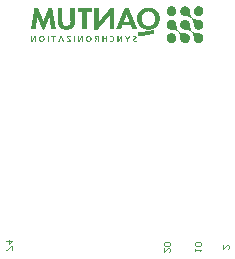
<source format=gbo>
G04*
G04 #@! TF.GenerationSoftware,Altium Limited,Altium Designer,21.6.4 (81)*
G04*
G04 Layer_Color=32896*
%FSLAX25Y25*%
%MOIN*%
G70*
G04*
G04 #@! TF.SameCoordinates,6F8CC7CC-E5A1-43EC-881E-7175B0140384*
G04*
G04*
G04 #@! TF.FilePolarity,Positive*
G04*
G01*
G75*
%ADD16C,0.00394*%
G36*
X70992Y92567D02*
X71070D01*
Y92556D01*
X71136D01*
Y92545D01*
X71180D01*
Y92534D01*
X71224D01*
Y92523D01*
X71269D01*
Y92512D01*
X71302D01*
Y92501D01*
X71335D01*
Y92490D01*
X71368D01*
Y92479D01*
X71402D01*
Y92468D01*
X71424D01*
Y92457D01*
X71457D01*
Y92446D01*
X71479D01*
Y92435D01*
X71501D01*
Y92424D01*
X71523D01*
Y92413D01*
X71545D01*
Y92401D01*
X71567D01*
Y92391D01*
X71589D01*
Y92379D01*
X71612D01*
Y92368D01*
X71623D01*
Y92357D01*
X71645D01*
Y92346D01*
X71667D01*
Y92335D01*
X71689D01*
Y92324D01*
X71700D01*
Y92313D01*
X71722D01*
Y92302D01*
X71733D01*
Y92291D01*
X71755D01*
Y92280D01*
X71766D01*
Y92269D01*
X71777D01*
Y92258D01*
X71800D01*
Y92247D01*
X71811D01*
Y92236D01*
X71822D01*
Y92225D01*
X71833D01*
Y92213D01*
X71844D01*
Y92203D01*
X71866D01*
Y92191D01*
X71877D01*
Y92180D01*
X71888D01*
Y92169D01*
X71899D01*
Y92158D01*
X71910D01*
Y92147D01*
X71921D01*
Y92136D01*
X71932D01*
Y92125D01*
X71943D01*
Y92114D01*
X71954D01*
Y92103D01*
X71965D01*
Y92092D01*
X71977D01*
Y92081D01*
X71988D01*
Y92070D01*
X71999D01*
Y92059D01*
X72010D01*
Y92048D01*
X72021D01*
Y92037D01*
X72032D01*
Y92026D01*
X72043D01*
Y92014D01*
X72054D01*
Y91992D01*
X72065D01*
Y91981D01*
X72076D01*
Y91970D01*
X72087D01*
Y91959D01*
X72098D01*
Y91937D01*
X72109D01*
Y91926D01*
X72120D01*
Y91915D01*
X72131D01*
Y91893D01*
X72142D01*
Y91882D01*
X72153D01*
Y91860D01*
X72164D01*
Y91849D01*
X72176D01*
Y91826D01*
X72187D01*
Y91815D01*
X72198D01*
Y91793D01*
X72209D01*
Y91771D01*
X72220D01*
Y91760D01*
X72231D01*
Y91738D01*
X72242D01*
Y91716D01*
X72253D01*
Y91694D01*
X72264D01*
Y91672D01*
X72275D01*
Y91650D01*
X72286D01*
Y91628D01*
X72297D01*
Y91594D01*
X72308D01*
Y91572D01*
X72319D01*
Y91550D01*
X72330D01*
Y91517D01*
X72341D01*
Y91484D01*
X72352D01*
Y91451D01*
X72364D01*
Y91417D01*
X72375D01*
Y91373D01*
X72386D01*
Y91340D01*
X72397D01*
Y91285D01*
X72408D01*
Y91229D01*
X72419D01*
Y91152D01*
X72430D01*
Y91041D01*
X72441D01*
Y90842D01*
X72430D01*
Y90732D01*
X72419D01*
Y90654D01*
X72408D01*
Y90599D01*
X72397D01*
Y90544D01*
X72386D01*
Y90511D01*
X72375D01*
Y90466D01*
X72364D01*
Y90433D01*
X72352D01*
Y90400D01*
X72341D01*
Y90367D01*
X72330D01*
Y90334D01*
X72319D01*
Y90311D01*
X72308D01*
Y90289D01*
X72297D01*
Y90256D01*
X72286D01*
Y90234D01*
X72275D01*
Y90212D01*
X72264D01*
Y90190D01*
X72253D01*
Y90168D01*
X72242D01*
Y90146D01*
X72231D01*
Y90124D01*
X72220D01*
Y90113D01*
X72209D01*
Y90090D01*
X72198D01*
Y90068D01*
X72187D01*
Y90057D01*
X72176D01*
Y90035D01*
X72164D01*
Y90024D01*
X72153D01*
Y90002D01*
X72142D01*
Y89991D01*
X72131D01*
Y89969D01*
X72120D01*
Y89958D01*
X72109D01*
Y89947D01*
X72098D01*
Y89925D01*
X72087D01*
Y89913D01*
X72076D01*
Y89902D01*
X72065D01*
Y89891D01*
X72054D01*
Y89869D01*
X72043D01*
Y89858D01*
X72032D01*
Y89847D01*
X72021D01*
Y89836D01*
X72010D01*
Y89825D01*
X71999D01*
Y89814D01*
X71988D01*
Y89803D01*
X71977D01*
Y89792D01*
X71965D01*
Y89781D01*
X71954D01*
Y89770D01*
X71943D01*
Y89759D01*
X71932D01*
Y89748D01*
X71921D01*
Y89736D01*
X71910D01*
Y89726D01*
X71899D01*
Y89714D01*
X71888D01*
Y89703D01*
X71877D01*
Y89692D01*
X71866D01*
Y89681D01*
X71844D01*
Y89670D01*
X71833D01*
Y89659D01*
X71822D01*
Y89648D01*
X71811D01*
Y89637D01*
X71800D01*
Y89626D01*
X71777D01*
Y89615D01*
X71766D01*
Y89604D01*
X71755D01*
Y89593D01*
X71733D01*
Y89582D01*
X71722D01*
Y89571D01*
X71700D01*
Y89560D01*
X71689D01*
Y89548D01*
X71667D01*
Y89538D01*
X71645D01*
Y89526D01*
X71623D01*
Y89515D01*
X71612D01*
Y89504D01*
X71589D01*
Y89493D01*
X71567D01*
Y89482D01*
X71545D01*
Y89471D01*
X71523D01*
Y89460D01*
X71501D01*
Y89449D01*
X71479D01*
Y89438D01*
X71457D01*
Y89427D01*
X71424D01*
Y89416D01*
X71402D01*
Y89405D01*
X71368D01*
Y89394D01*
X71335D01*
Y89383D01*
X71302D01*
Y89372D01*
X71269D01*
Y89360D01*
X71224D01*
Y89350D01*
X71180D01*
Y89338D01*
X71136D01*
Y89327D01*
X71070D01*
Y89316D01*
X70992D01*
Y89305D01*
X70649D01*
Y89316D01*
X70572D01*
Y89327D01*
X70506D01*
Y89338D01*
X70461D01*
Y89350D01*
X70417D01*
Y89360D01*
X70373D01*
Y89372D01*
X70340D01*
Y89383D01*
X70307D01*
Y89394D01*
X70274D01*
Y89405D01*
X70240D01*
Y89416D01*
X70218D01*
Y89427D01*
X70185D01*
Y89438D01*
X70163D01*
Y89449D01*
X70141D01*
Y89460D01*
X70119D01*
Y89471D01*
X70097D01*
Y89482D01*
X70074D01*
Y89493D01*
X70052D01*
Y89504D01*
X70030D01*
Y89515D01*
X70019D01*
Y89526D01*
X69997D01*
Y89538D01*
X69975D01*
Y89548D01*
X69953D01*
Y89560D01*
X69942D01*
Y89571D01*
X69920D01*
Y89582D01*
X69909D01*
Y89593D01*
X69886D01*
Y89604D01*
X69876D01*
Y89615D01*
X69864D01*
Y89626D01*
X69842D01*
Y89637D01*
X69831D01*
Y89648D01*
X69820D01*
Y89659D01*
X69809D01*
Y89670D01*
X69798D01*
Y89681D01*
X69776D01*
Y89692D01*
X69765D01*
Y89703D01*
X69754D01*
Y89714D01*
X69743D01*
Y89726D01*
X69732D01*
Y89736D01*
X69721D01*
Y89748D01*
X69710D01*
Y89759D01*
X69699D01*
Y89770D01*
X69687D01*
Y89781D01*
X69676D01*
Y89792D01*
X69665D01*
Y89803D01*
X69654D01*
Y89814D01*
X69643D01*
Y89825D01*
X69632D01*
Y89836D01*
X69621D01*
Y89847D01*
X69610D01*
Y89858D01*
X69599D01*
Y89869D01*
X69588D01*
Y89891D01*
X69577D01*
Y89902D01*
X69566D01*
Y89913D01*
X69555D01*
Y89925D01*
X69544D01*
Y89947D01*
X69533D01*
Y89958D01*
X69522D01*
Y89969D01*
X69511D01*
Y89991D01*
X69499D01*
Y90002D01*
X69488D01*
Y90024D01*
X69477D01*
Y90035D01*
X69466D01*
Y90057D01*
X69455D01*
Y90068D01*
X69444D01*
Y90090D01*
X69433D01*
Y90113D01*
X69422D01*
Y90124D01*
X69411D01*
Y90146D01*
X69400D01*
Y90168D01*
X69389D01*
Y90190D01*
X69378D01*
Y90212D01*
X69367D01*
Y90234D01*
X69356D01*
Y90256D01*
X69345D01*
Y90289D01*
X69334D01*
Y90311D01*
X69323D01*
Y90334D01*
X69311D01*
Y90367D01*
X69300D01*
Y90400D01*
X69289D01*
Y90433D01*
X69278D01*
Y90466D01*
X69267D01*
Y90511D01*
X69256D01*
Y90544D01*
X69245D01*
Y90599D01*
X69234D01*
Y90654D01*
X69223D01*
Y90732D01*
X69212D01*
Y90842D01*
X69201D01*
Y91041D01*
X69212D01*
Y91152D01*
X69223D01*
Y91229D01*
X69234D01*
Y91285D01*
X69245D01*
Y91340D01*
X69256D01*
Y91373D01*
X69267D01*
Y91417D01*
X69278D01*
Y91451D01*
X69289D01*
Y91484D01*
X69300D01*
Y91517D01*
X69311D01*
Y91550D01*
X69323D01*
Y91572D01*
X69334D01*
Y91594D01*
X69345D01*
Y91628D01*
X69356D01*
Y91650D01*
X69367D01*
Y91672D01*
X69378D01*
Y91694D01*
X69389D01*
Y91716D01*
X69400D01*
Y91738D01*
X69411D01*
Y91760D01*
X69422D01*
Y91771D01*
X69433D01*
Y91793D01*
X69444D01*
Y91815D01*
X69455D01*
Y91826D01*
X69466D01*
Y91849D01*
X69477D01*
Y91860D01*
X69488D01*
Y91882D01*
X69499D01*
Y91893D01*
X69511D01*
Y91915D01*
X69522D01*
Y91926D01*
X69533D01*
Y91937D01*
X69544D01*
Y91959D01*
X69555D01*
Y91970D01*
X69566D01*
Y91981D01*
X69577D01*
Y91992D01*
X69588D01*
Y92014D01*
X69599D01*
Y92026D01*
X69610D01*
Y92037D01*
X69621D01*
Y92048D01*
X69632D01*
Y92059D01*
X69643D01*
Y92070D01*
X69654D01*
Y92081D01*
X69665D01*
Y92092D01*
X69676D01*
Y92103D01*
X69687D01*
Y92114D01*
X69699D01*
Y92125D01*
X69710D01*
Y92136D01*
X69721D01*
Y92147D01*
X69732D01*
Y92158D01*
X69743D01*
Y92169D01*
X69754D01*
Y92180D01*
X69765D01*
Y92191D01*
X69776D01*
Y92203D01*
X69798D01*
Y92213D01*
X69809D01*
Y92225D01*
X69820D01*
Y92236D01*
X69831D01*
Y92247D01*
X69842D01*
Y92258D01*
X69864D01*
Y92269D01*
X69876D01*
Y92280D01*
X69886D01*
Y92291D01*
X69909D01*
Y92302D01*
X69920D01*
Y92313D01*
X69942D01*
Y92324D01*
X69953D01*
Y92335D01*
X69975D01*
Y92346D01*
X69997D01*
Y92357D01*
X70019D01*
Y92368D01*
X70030D01*
Y92379D01*
X70052D01*
Y92391D01*
X70074D01*
Y92401D01*
X70097D01*
Y92413D01*
X70119D01*
Y92424D01*
X70141D01*
Y92435D01*
X70163D01*
Y92446D01*
X70185D01*
Y92457D01*
X70218D01*
Y92468D01*
X70240D01*
Y92479D01*
X70274D01*
Y92490D01*
X70307D01*
Y92501D01*
X70340D01*
Y92512D01*
X70373D01*
Y92523D01*
X70417D01*
Y92534D01*
X70461D01*
Y92545D01*
X70506D01*
Y92556D01*
X70572D01*
Y92567D01*
X70649D01*
Y92579D01*
X70992D01*
Y92567D01*
D02*
G37*
G36*
X61958D02*
X62035D01*
Y92556D01*
X62102D01*
Y92545D01*
X62157D01*
Y92534D01*
X62201D01*
Y92523D01*
X62234D01*
Y92512D01*
X62278D01*
Y92501D01*
X62312D01*
Y92490D01*
X62345D01*
Y92479D01*
X62367D01*
Y92468D01*
X62400D01*
Y92457D01*
X62422D01*
Y92446D01*
X62444D01*
Y92435D01*
X62467D01*
Y92424D01*
X62500D01*
Y92413D01*
X62522D01*
Y92401D01*
X62533D01*
Y92391D01*
X62555D01*
Y92379D01*
X62577D01*
Y92368D01*
X62599D01*
Y92357D01*
X62621D01*
Y92346D01*
X62632D01*
Y92335D01*
X62655D01*
Y92324D01*
X62677D01*
Y92313D01*
X62688D01*
Y92302D01*
X62710D01*
Y92291D01*
X62721D01*
Y92280D01*
X62732D01*
Y92269D01*
X62754D01*
Y92258D01*
X62765D01*
Y92247D01*
X62776D01*
Y92236D01*
X62798D01*
Y92225D01*
X62809D01*
Y92213D01*
X62820D01*
Y92203D01*
X62831D01*
Y92191D01*
X62843D01*
Y92180D01*
X62865D01*
Y92169D01*
X62876D01*
Y92158D01*
X62887D01*
Y92147D01*
X62898D01*
Y92136D01*
X62909D01*
Y92125D01*
X62920D01*
Y92114D01*
X62931D01*
Y92103D01*
X62942D01*
Y92092D01*
X62953D01*
Y92081D01*
X62964D01*
Y92070D01*
X62975D01*
Y92059D01*
X62986D01*
Y92037D01*
X62997D01*
Y92026D01*
X63008D01*
Y92014D01*
X63019D01*
Y92003D01*
X63030D01*
Y91992D01*
X63042D01*
Y91981D01*
X63053D01*
Y91959D01*
X63064D01*
Y91948D01*
X63075D01*
Y91937D01*
X63086D01*
Y91915D01*
X63097D01*
Y91904D01*
X63108D01*
Y91893D01*
X63119D01*
Y91871D01*
X63130D01*
Y91860D01*
X63141D01*
Y91838D01*
X63152D01*
Y91826D01*
X63163D01*
Y91804D01*
X63174D01*
Y91782D01*
X63185D01*
Y91760D01*
X63196D01*
Y91749D01*
X63207D01*
Y91727D01*
X63218D01*
Y91705D01*
X63230D01*
Y91683D01*
X63240D01*
Y91661D01*
X63252D01*
Y91638D01*
X63263D01*
Y91616D01*
X63274D01*
Y91583D01*
X63285D01*
Y91561D01*
X63296D01*
Y91528D01*
X63307D01*
Y91506D01*
X63318D01*
Y91473D01*
X63329D01*
Y91439D01*
X63340D01*
Y91395D01*
X63351D01*
Y91362D01*
X63362D01*
Y91307D01*
X63373D01*
Y91263D01*
X63384D01*
Y91196D01*
X63395D01*
Y91108D01*
X63406D01*
Y90776D01*
X63395D01*
Y90688D01*
X63384D01*
Y90621D01*
X63373D01*
Y90577D01*
X63362D01*
Y90522D01*
X63351D01*
Y90488D01*
X63340D01*
Y90444D01*
X63329D01*
Y90411D01*
X63318D01*
Y90378D01*
X63307D01*
Y90356D01*
X63296D01*
Y90323D01*
X63285D01*
Y90301D01*
X63274D01*
Y90267D01*
X63263D01*
Y90245D01*
X63252D01*
Y90223D01*
X63240D01*
Y90201D01*
X63230D01*
Y90179D01*
X63218D01*
Y90157D01*
X63207D01*
Y90135D01*
X63196D01*
Y90124D01*
X63185D01*
Y90101D01*
X63174D01*
Y90079D01*
X63163D01*
Y90057D01*
X63152D01*
Y90046D01*
X63141D01*
Y90024D01*
X63130D01*
Y90013D01*
X63119D01*
Y89991D01*
X63108D01*
Y89980D01*
X63097D01*
Y89969D01*
X63086D01*
Y89947D01*
X63075D01*
Y89936D01*
X63064D01*
Y89925D01*
X63053D01*
Y89902D01*
X63042D01*
Y89891D01*
X63030D01*
Y89880D01*
X63019D01*
Y89869D01*
X63008D01*
Y89858D01*
X62997D01*
Y89847D01*
X62986D01*
Y89825D01*
X62975D01*
Y89814D01*
X62964D01*
Y89803D01*
X62953D01*
Y89792D01*
X62942D01*
Y89781D01*
X62931D01*
Y89770D01*
X62920D01*
Y89759D01*
X62909D01*
Y89748D01*
X62898D01*
Y89736D01*
X62887D01*
Y89726D01*
X62876D01*
Y89714D01*
X62853D01*
Y89703D01*
X62843D01*
Y89692D01*
X62831D01*
Y89681D01*
X62820D01*
Y89670D01*
X62809D01*
Y89659D01*
X62787D01*
Y89648D01*
X62776D01*
Y89637D01*
X62765D01*
Y89626D01*
X62754D01*
Y89615D01*
X62732D01*
Y89604D01*
X62721D01*
Y89593D01*
X62710D01*
Y89582D01*
X62688D01*
Y89571D01*
X62677D01*
Y89560D01*
X62655D01*
Y89548D01*
X62632D01*
Y89538D01*
X62621D01*
Y89526D01*
X62599D01*
Y89515D01*
X62577D01*
Y89504D01*
X62555D01*
Y89493D01*
X62533D01*
Y89482D01*
X62522D01*
Y89471D01*
X62500D01*
Y89460D01*
X62467D01*
Y89449D01*
X62444D01*
Y89438D01*
X62422D01*
Y89427D01*
X62400D01*
Y89416D01*
X62367D01*
Y89405D01*
X62345D01*
Y89394D01*
X62312D01*
Y89383D01*
X62278D01*
Y89372D01*
X62234D01*
Y89360D01*
X62201D01*
Y89350D01*
X62157D01*
Y89338D01*
X62102D01*
Y89327D01*
X62035D01*
Y89316D01*
X61958D01*
Y89305D01*
X61626D01*
Y89316D01*
X61549D01*
Y89327D01*
X61482D01*
Y89338D01*
X61427D01*
Y89350D01*
X61383D01*
Y89360D01*
X61350D01*
Y89372D01*
X61305D01*
Y89383D01*
X61272D01*
Y89394D01*
X61239D01*
Y89405D01*
X61217D01*
Y89416D01*
X61184D01*
Y89427D01*
X61162D01*
Y89438D01*
X61140D01*
Y89449D01*
X61117D01*
Y89460D01*
X61084D01*
Y89471D01*
X61062D01*
Y89482D01*
X61051D01*
Y89493D01*
X61029D01*
Y89504D01*
X61007D01*
Y89515D01*
X60985D01*
Y89526D01*
X60963D01*
Y89538D01*
X60952D01*
Y89548D01*
X60929D01*
Y89560D01*
X60907D01*
Y89571D01*
X60896D01*
Y89582D01*
X60874D01*
Y89593D01*
X60863D01*
Y89604D01*
X60852D01*
Y89615D01*
X60830D01*
Y89626D01*
X60819D01*
Y89637D01*
X60808D01*
Y89648D01*
X60797D01*
Y89659D01*
X60775D01*
Y89670D01*
X60764D01*
Y89681D01*
X60752D01*
Y89692D01*
X60741D01*
Y89703D01*
X60719D01*
Y89714D01*
X60708D01*
Y89726D01*
X60697D01*
Y89736D01*
X60686D01*
Y89748D01*
X60675D01*
Y89759D01*
X60664D01*
Y89770D01*
X60653D01*
Y89781D01*
X60642D01*
Y89792D01*
X60631D01*
Y89803D01*
X60620D01*
Y89814D01*
X60609D01*
Y89825D01*
X60598D01*
Y89847D01*
X60587D01*
Y89858D01*
X60575D01*
Y89869D01*
X60565D01*
Y89880D01*
X60553D01*
Y89891D01*
X60542D01*
Y89902D01*
X60531D01*
Y89925D01*
X60520D01*
Y89936D01*
X60509D01*
Y89947D01*
X60498D01*
Y89969D01*
X60487D01*
Y89980D01*
X60476D01*
Y89991D01*
X60465D01*
Y90013D01*
X60454D01*
Y90024D01*
X60443D01*
Y90046D01*
X60432D01*
Y90068D01*
X60421D01*
Y90079D01*
X60410D01*
Y90101D01*
X60399D01*
Y90124D01*
X60387D01*
Y90135D01*
X60377D01*
Y90157D01*
X60365D01*
Y90179D01*
X60354D01*
Y90201D01*
X60343D01*
Y90223D01*
X60332D01*
Y90245D01*
X60321D01*
Y90267D01*
X60310D01*
Y90301D01*
X60299D01*
Y90323D01*
X60288D01*
Y90356D01*
X60277D01*
Y90378D01*
X60266D01*
Y90411D01*
X60255D01*
Y90444D01*
X60244D01*
Y90488D01*
X60233D01*
Y90522D01*
X60222D01*
Y90577D01*
X60211D01*
Y90621D01*
X60200D01*
Y90688D01*
X60189D01*
Y90776D01*
X60177D01*
Y91108D01*
X60189D01*
Y91196D01*
X60200D01*
Y91263D01*
X60211D01*
Y91307D01*
X60222D01*
Y91362D01*
X60233D01*
Y91395D01*
X60244D01*
Y91439D01*
X60255D01*
Y91473D01*
X60266D01*
Y91506D01*
X60277D01*
Y91528D01*
X60288D01*
Y91561D01*
X60299D01*
Y91583D01*
X60310D01*
Y91616D01*
X60321D01*
Y91638D01*
X60332D01*
Y91661D01*
X60343D01*
Y91683D01*
X60354D01*
Y91705D01*
X60365D01*
Y91727D01*
X60377D01*
Y91749D01*
X60387D01*
Y91760D01*
X60399D01*
Y91782D01*
X60410D01*
Y91804D01*
X60421D01*
Y91815D01*
X60432D01*
Y91838D01*
X60443D01*
Y91860D01*
X60454D01*
Y91871D01*
X60465D01*
Y91893D01*
X60476D01*
Y91904D01*
X60487D01*
Y91915D01*
X60498D01*
Y91937D01*
X60509D01*
Y91948D01*
X60520D01*
Y91959D01*
X60531D01*
Y91981D01*
X60542D01*
Y91992D01*
X60553D01*
Y92003D01*
X60565D01*
Y92014D01*
X60575D01*
Y92026D01*
X60587D01*
Y92037D01*
X60598D01*
Y92059D01*
X60609D01*
Y92070D01*
X60620D01*
Y92081D01*
X60631D01*
Y92092D01*
X60642D01*
Y92103D01*
X60653D01*
Y92114D01*
X60664D01*
Y92125D01*
X60675D01*
Y92136D01*
X60686D01*
Y92147D01*
X60697D01*
Y92158D01*
X60708D01*
Y92169D01*
X60730D01*
Y92180D01*
X60741D01*
Y92191D01*
X60752D01*
Y92203D01*
X60764D01*
Y92213D01*
X60775D01*
Y92225D01*
X60797D01*
Y92236D01*
X60808D01*
Y92247D01*
X60819D01*
Y92258D01*
X60830D01*
Y92269D01*
X60852D01*
Y92280D01*
X60863D01*
Y92291D01*
X60874D01*
Y92302D01*
X60896D01*
Y92313D01*
X60907D01*
Y92324D01*
X60929D01*
Y92335D01*
X60952D01*
Y92346D01*
X60963D01*
Y92357D01*
X60985D01*
Y92368D01*
X61007D01*
Y92379D01*
X61029D01*
Y92391D01*
X61051D01*
Y92401D01*
X61062D01*
Y92413D01*
X61084D01*
Y92424D01*
X61117D01*
Y92435D01*
X61140D01*
Y92446D01*
X61162D01*
Y92457D01*
X61184D01*
Y92468D01*
X61217D01*
Y92479D01*
X61239D01*
Y92490D01*
X61272D01*
Y92501D01*
X61305D01*
Y92512D01*
X61350D01*
Y92523D01*
X61383D01*
Y92534D01*
X61427D01*
Y92545D01*
X61482D01*
Y92556D01*
X61549D01*
Y92567D01*
X61626D01*
Y92579D01*
X61958D01*
Y92567D01*
D02*
G37*
G36*
X21994Y92081D02*
X22005D01*
Y92014D01*
X22016D01*
Y91959D01*
X22027D01*
Y91893D01*
X22038D01*
Y91838D01*
X22049D01*
Y91771D01*
X22060D01*
Y91716D01*
X22071D01*
Y91650D01*
X22082D01*
Y91583D01*
X22093D01*
Y91528D01*
X22104D01*
Y91462D01*
X22115D01*
Y91406D01*
X22126D01*
Y91340D01*
X22137D01*
Y91285D01*
X22148D01*
Y91218D01*
X22160D01*
Y91152D01*
X22171D01*
Y91097D01*
X22182D01*
Y91030D01*
X22193D01*
Y90975D01*
X22204D01*
Y90909D01*
X22215D01*
Y90853D01*
X22226D01*
Y90787D01*
X22237D01*
Y90721D01*
X22248D01*
Y90665D01*
X22259D01*
Y90599D01*
X22270D01*
Y90544D01*
X22281D01*
Y90477D01*
X22292D01*
Y90422D01*
X22303D01*
Y90356D01*
X22314D01*
Y90301D01*
X22325D01*
Y90234D01*
X22336D01*
Y90168D01*
X22347D01*
Y90113D01*
X22358D01*
Y90046D01*
X22370D01*
Y89991D01*
X22381D01*
Y89925D01*
X22392D01*
Y89869D01*
X22403D01*
Y89803D01*
X22414D01*
Y89736D01*
X22425D01*
Y89681D01*
X22436D01*
Y89615D01*
X22447D01*
Y89560D01*
X22458D01*
Y89493D01*
X22469D01*
Y89427D01*
X22480D01*
Y89372D01*
X22491D01*
Y89305D01*
X22502D01*
Y89250D01*
X22513D01*
Y89184D01*
X22524D01*
Y89128D01*
X22535D01*
Y89062D01*
X22546D01*
Y89007D01*
X22558D01*
Y88940D01*
X22569D01*
Y88874D01*
X22580D01*
Y88819D01*
X22591D01*
Y88752D01*
X22602D01*
Y88697D01*
X22613D01*
Y88631D01*
X22624D01*
Y88564D01*
X22635D01*
Y88509D01*
X22646D01*
Y88443D01*
X22657D01*
Y88387D01*
X22668D01*
Y88321D01*
X22679D01*
Y88255D01*
X22690D01*
Y88199D01*
X22701D01*
Y88133D01*
X22712D01*
Y88078D01*
X22724D01*
Y88011D01*
X22735D01*
Y87956D01*
X22746D01*
Y87890D01*
X22757D01*
Y87823D01*
X22768D01*
Y87768D01*
X22779D01*
Y87702D01*
X22790D01*
Y87647D01*
X22801D01*
Y87580D01*
X22812D01*
Y87525D01*
X22823D01*
Y87458D01*
X22834D01*
Y87403D01*
X22845D01*
Y87337D01*
X22856D01*
Y87270D01*
X22867D01*
Y87215D01*
X22878D01*
Y87149D01*
X22889D01*
Y87094D01*
X22900D01*
Y87027D01*
X22911D01*
Y86961D01*
X22922D01*
Y86906D01*
X22934D01*
Y86839D01*
X22945D01*
Y86784D01*
X22956D01*
Y86718D01*
X22967D01*
Y86662D01*
X22978D01*
Y86596D01*
X22989D01*
Y86530D01*
X23000D01*
Y86474D01*
X23011D01*
Y86408D01*
X23022D01*
Y86353D01*
X23033D01*
Y86286D01*
X23044D01*
Y86231D01*
X23055D01*
Y86165D01*
X23066D01*
Y86109D01*
X23077D01*
Y86043D01*
X23088D01*
Y85977D01*
X23099D01*
Y85922D01*
X23110D01*
Y85855D01*
X23122D01*
Y85800D01*
X23133D01*
Y85733D01*
X23144D01*
Y85667D01*
X23155D01*
Y85612D01*
X23166D01*
Y85545D01*
X23177D01*
Y85490D01*
X23188D01*
Y85424D01*
X23199D01*
Y85369D01*
X23210D01*
Y85302D01*
X23221D01*
Y85247D01*
X23232D01*
Y85181D01*
X23243D01*
Y85114D01*
X23254D01*
Y85059D01*
X23265D01*
Y84993D01*
X23276D01*
Y84937D01*
X21728D01*
Y84970D01*
X21717D01*
Y85037D01*
X21706D01*
Y85103D01*
X21695D01*
Y85170D01*
X21684D01*
Y85236D01*
X21673D01*
Y85302D01*
X21662D01*
Y85369D01*
X21651D01*
Y85446D01*
X21640D01*
Y85512D01*
X21629D01*
Y85579D01*
X21618D01*
Y85645D01*
X21607D01*
Y85711D01*
X21596D01*
Y85778D01*
X21585D01*
Y85844D01*
X21573D01*
Y85910D01*
X21562D01*
Y85977D01*
X21551D01*
Y86054D01*
X21540D01*
Y86120D01*
X21529D01*
Y86187D01*
X21518D01*
Y86253D01*
X21507D01*
Y86320D01*
X21496D01*
Y86386D01*
X21485D01*
Y86452D01*
X21474D01*
Y86530D01*
X21463D01*
Y86596D01*
X21452D01*
Y86662D01*
X21441D01*
Y86729D01*
X21430D01*
Y86795D01*
X21419D01*
Y86861D01*
X21407D01*
Y86928D01*
X21396D01*
Y86994D01*
X21385D01*
Y87072D01*
X21374D01*
Y87138D01*
X21363D01*
Y87204D01*
X21352D01*
Y87270D01*
X21341D01*
Y87337D01*
X21330D01*
Y87403D01*
X21319D01*
Y87470D01*
X21308D01*
Y87536D01*
X21297D01*
Y87602D01*
X21286D01*
Y87680D01*
X21275D01*
Y87746D01*
X21264D01*
Y87812D01*
X21253D01*
Y87879D01*
X21242D01*
Y87945D01*
X21231D01*
Y88011D01*
X21220D01*
Y88078D01*
X21208D01*
Y88155D01*
X21197D01*
Y88222D01*
X21186D01*
Y88288D01*
X21175D01*
Y88354D01*
X21164D01*
Y88421D01*
X21153D01*
Y88487D01*
X21142D01*
Y88553D01*
X21131D01*
Y88620D01*
X21120D01*
Y88686D01*
X21109D01*
Y88763D01*
X21098D01*
Y88830D01*
X21087D01*
Y88896D01*
X21076D01*
Y88951D01*
X21065D01*
Y88929D01*
X21054D01*
Y88896D01*
X21043D01*
Y88874D01*
X21032D01*
Y88852D01*
X21021D01*
Y88819D01*
X21009D01*
Y88797D01*
X20998D01*
Y88763D01*
X20987D01*
Y88741D01*
X20976D01*
Y88708D01*
X20965D01*
Y88686D01*
X20954D01*
Y88653D01*
X20943D01*
Y88631D01*
X20932D01*
Y88609D01*
X20921D01*
Y88575D01*
X20910D01*
Y88553D01*
X20899D01*
Y88520D01*
X20888D01*
Y88498D01*
X20877D01*
Y88465D01*
X20866D01*
Y88443D01*
X20855D01*
Y88410D01*
X20844D01*
Y88387D01*
X20832D01*
Y88354D01*
X20821D01*
Y88332D01*
X20810D01*
Y88310D01*
X20799D01*
Y88277D01*
X20788D01*
Y88255D01*
X20777D01*
Y88222D01*
X20766D01*
Y88199D01*
X20755D01*
Y88166D01*
X20744D01*
Y88144D01*
X20733D01*
Y88111D01*
X20722D01*
Y88089D01*
X20711D01*
Y88067D01*
X20700D01*
Y88034D01*
X20689D01*
Y88011D01*
X20678D01*
Y87978D01*
X20667D01*
Y87956D01*
X20656D01*
Y87923D01*
X20644D01*
Y87901D01*
X20633D01*
Y87868D01*
X20622D01*
Y87846D01*
X20611D01*
Y87823D01*
X20600D01*
Y87790D01*
X20589D01*
Y87768D01*
X20578D01*
Y87735D01*
X20567D01*
Y87713D01*
X20556D01*
Y87680D01*
X20545D01*
Y87658D01*
X20534D01*
Y87624D01*
X20523D01*
Y87602D01*
X20512D01*
Y87569D01*
X20501D01*
Y87547D01*
X20490D01*
Y87525D01*
X20479D01*
Y87492D01*
X20468D01*
Y87470D01*
X20457D01*
Y87436D01*
X20446D01*
Y87414D01*
X20434D01*
Y87381D01*
X20423D01*
Y87359D01*
X20412D01*
Y87326D01*
X20401D01*
Y87304D01*
X20390D01*
Y87282D01*
X20379D01*
Y87248D01*
X20368D01*
Y87226D01*
X20357D01*
Y87193D01*
X20346D01*
Y87171D01*
X20335D01*
Y87138D01*
X20324D01*
Y87116D01*
X20313D01*
Y87083D01*
X20302D01*
Y87060D01*
X20291D01*
Y87038D01*
X20280D01*
Y87005D01*
X20268D01*
Y86983D01*
X20257D01*
Y86950D01*
X20246D01*
Y86928D01*
X20235D01*
Y86895D01*
X20224D01*
Y86873D01*
X20213D01*
Y86839D01*
X20202D01*
Y86817D01*
X20191D01*
Y86784D01*
X20180D01*
Y86762D01*
X20169D01*
Y86729D01*
X20158D01*
Y86707D01*
X20147D01*
Y86685D01*
X20136D01*
Y86651D01*
X20125D01*
Y86629D01*
X20114D01*
Y86596D01*
X20103D01*
Y86574D01*
X20092D01*
Y86541D01*
X20081D01*
Y86519D01*
X20069D01*
Y86485D01*
X20058D01*
Y86463D01*
X20047D01*
Y86430D01*
X20036D01*
Y86408D01*
X20025D01*
Y86386D01*
X20014D01*
Y86353D01*
X20003D01*
Y86331D01*
X19992D01*
Y86297D01*
X19981D01*
Y86275D01*
X19970D01*
Y86242D01*
X19959D01*
Y86220D01*
X19948D01*
Y86187D01*
X19937D01*
Y86165D01*
X19926D01*
Y86143D01*
X19915D01*
Y86109D01*
X19904D01*
Y86087D01*
X19893D01*
Y86054D01*
X19882D01*
Y86032D01*
X19870D01*
Y85999D01*
X19859D01*
Y85977D01*
X19848D01*
Y85944D01*
X19837D01*
Y85922D01*
X19826D01*
Y85899D01*
X19815D01*
Y85866D01*
X19804D01*
Y85844D01*
X19793D01*
Y85811D01*
X19782D01*
Y85789D01*
X19771D01*
Y85756D01*
X19760D01*
Y85733D01*
X19749D01*
Y85700D01*
X19738D01*
Y85678D01*
X19727D01*
Y85656D01*
X19716D01*
Y85623D01*
X19705D01*
Y85601D01*
X19693D01*
Y85568D01*
X19682D01*
Y85545D01*
X19671D01*
Y85512D01*
X19660D01*
Y85490D01*
X19649D01*
Y85457D01*
X19638D01*
Y85435D01*
X19627D01*
Y85413D01*
X19616D01*
Y85380D01*
X19605D01*
Y85346D01*
X19594D01*
Y85324D01*
X19583D01*
Y85302D01*
X19572D01*
Y85269D01*
X19561D01*
Y85247D01*
X19550D01*
Y85214D01*
X19539D01*
Y85192D01*
X19528D01*
Y85158D01*
X19517D01*
Y85136D01*
X19505D01*
Y85114D01*
X19494D01*
Y85081D01*
X19483D01*
Y85059D01*
X19472D01*
Y85026D01*
X19461D01*
Y85004D01*
X19450D01*
Y84970D01*
X19439D01*
Y84948D01*
X19428D01*
Y84915D01*
X19417D01*
Y84893D01*
X19406D01*
Y84860D01*
X19395D01*
Y84849D01*
X18831D01*
Y84871D01*
X18820D01*
Y84904D01*
X18809D01*
Y84926D01*
X18798D01*
Y84948D01*
X18787D01*
Y84982D01*
X18776D01*
Y85004D01*
X18765D01*
Y85026D01*
X18754D01*
Y85059D01*
X18743D01*
Y85081D01*
X18732D01*
Y85103D01*
X18720D01*
Y85136D01*
X18709D01*
Y85158D01*
X18698D01*
Y85181D01*
X18687D01*
Y85214D01*
X18676D01*
Y85236D01*
X18665D01*
Y85258D01*
X18654D01*
Y85291D01*
X18643D01*
Y85313D01*
X18632D01*
Y85346D01*
X18621D01*
Y85369D01*
X18610D01*
Y85391D01*
X18599D01*
Y85424D01*
X18588D01*
Y85446D01*
X18577D01*
Y85468D01*
X18566D01*
Y85501D01*
X18554D01*
Y85523D01*
X18543D01*
Y85545D01*
X18532D01*
Y85579D01*
X18521D01*
Y85601D01*
X18510D01*
Y85623D01*
X18499D01*
Y85656D01*
X18488D01*
Y85678D01*
X18477D01*
Y85700D01*
X18466D01*
Y85733D01*
X18455D01*
Y85756D01*
X18444D01*
Y85778D01*
X18433D01*
Y85811D01*
X18422D01*
Y85833D01*
X18411D01*
Y85866D01*
X18400D01*
Y85888D01*
X18389D01*
Y85910D01*
X18378D01*
Y85944D01*
X18367D01*
Y85966D01*
X18356D01*
Y85988D01*
X18344D01*
Y86021D01*
X18333D01*
Y86043D01*
X18322D01*
Y86065D01*
X18311D01*
Y86098D01*
X18300D01*
Y86120D01*
X18289D01*
Y86154D01*
X18278D01*
Y86176D01*
X18267D01*
Y86198D01*
X18256D01*
Y86231D01*
X18245D01*
Y86253D01*
X18234D01*
Y86275D01*
X18223D01*
Y86308D01*
X18212D01*
Y86331D01*
X18201D01*
Y86353D01*
X18190D01*
Y86386D01*
X18179D01*
Y86408D01*
X18168D01*
Y86430D01*
X18156D01*
Y86463D01*
X18145D01*
Y86485D01*
X18134D01*
Y86507D01*
X18123D01*
Y86541D01*
X18112D01*
Y86563D01*
X18101D01*
Y86585D01*
X18090D01*
Y86618D01*
X18079D01*
Y86640D01*
X18068D01*
Y86673D01*
X18057D01*
Y86695D01*
X18046D01*
Y86718D01*
X18035D01*
Y86751D01*
X18024D01*
Y86773D01*
X18013D01*
Y86795D01*
X18002D01*
Y86828D01*
X17991D01*
Y86850D01*
X17979D01*
Y86873D01*
X17968D01*
Y86906D01*
X17957D01*
Y86928D01*
X17946D01*
Y86950D01*
X17935D01*
Y86983D01*
X17924D01*
Y87005D01*
X17913D01*
Y87027D01*
X17902D01*
Y87060D01*
X17891D01*
Y87083D01*
X17880D01*
Y87105D01*
X17869D01*
Y87138D01*
X17858D01*
Y87160D01*
X17847D01*
Y87193D01*
X17836D01*
Y87215D01*
X17825D01*
Y87237D01*
X17814D01*
Y87270D01*
X17803D01*
Y87293D01*
X17792D01*
Y87315D01*
X17781D01*
Y87348D01*
X17769D01*
Y87370D01*
X17758D01*
Y87392D01*
X17747D01*
Y87425D01*
X17736D01*
Y87448D01*
X17725D01*
Y87470D01*
X17714D01*
Y87503D01*
X17703D01*
Y87525D01*
X17692D01*
Y87547D01*
X17681D01*
Y87580D01*
X17670D01*
Y87602D01*
X17659D01*
Y87635D01*
X17648D01*
Y87658D01*
X17637D01*
Y87680D01*
X17626D01*
Y87713D01*
X17615D01*
Y87735D01*
X17604D01*
Y87757D01*
X17593D01*
Y87790D01*
X17581D01*
Y87812D01*
X17570D01*
Y87835D01*
X17559D01*
Y87868D01*
X17548D01*
Y87890D01*
X17537D01*
Y87912D01*
X17526D01*
Y87945D01*
X17515D01*
Y87967D01*
X17504D01*
Y87989D01*
X17493D01*
Y88023D01*
X17482D01*
Y88045D01*
X17471D01*
Y88078D01*
X17460D01*
Y88100D01*
X17449D01*
Y88122D01*
X17438D01*
Y88155D01*
X17427D01*
Y88177D01*
X17415D01*
Y88199D01*
X17404D01*
Y88233D01*
X17393D01*
Y88255D01*
X17382D01*
Y88277D01*
X17371D01*
Y88310D01*
X17360D01*
Y88332D01*
X17349D01*
Y88365D01*
X17338D01*
Y88387D01*
X17327D01*
Y88410D01*
X17316D01*
Y88432D01*
X17305D01*
Y88465D01*
X17294D01*
Y88487D01*
X17283D01*
Y88520D01*
X17272D01*
Y88542D01*
X17261D01*
Y88564D01*
X17250D01*
Y88598D01*
X17239D01*
Y88620D01*
X17228D01*
Y88642D01*
X17217D01*
Y88675D01*
X17205D01*
Y88697D01*
X17194D01*
Y88719D01*
X17183D01*
Y88752D01*
X17172D01*
Y88775D01*
X17161D01*
Y88797D01*
X17150D01*
Y88830D01*
X17139D01*
Y88852D01*
X17128D01*
Y88874D01*
X17117D01*
Y88907D01*
X17106D01*
Y88929D01*
X17095D01*
Y88951D01*
X17084D01*
Y88985D01*
X17073D01*
Y88951D01*
X17062D01*
Y88874D01*
X17051D01*
Y88797D01*
X17040D01*
Y88719D01*
X17029D01*
Y88642D01*
X17017D01*
Y88564D01*
X17006D01*
Y88476D01*
X16995D01*
Y88398D01*
X16984D01*
Y88321D01*
X16973D01*
Y88244D01*
X16962D01*
Y88166D01*
X16951D01*
Y88089D01*
X16940D01*
Y88011D01*
X16929D01*
Y87934D01*
X16918D01*
Y87846D01*
X16907D01*
Y87768D01*
X16896D01*
Y87691D01*
X16885D01*
Y87613D01*
X16874D01*
Y87536D01*
X16863D01*
Y87458D01*
X16852D01*
Y87381D01*
X16840D01*
Y87304D01*
X16829D01*
Y87226D01*
X16818D01*
Y87149D01*
X16807D01*
Y87072D01*
X16796D01*
Y86983D01*
X16785D01*
Y86906D01*
X16774D01*
Y86828D01*
X16763D01*
Y86751D01*
X16752D01*
Y86673D01*
X16741D01*
Y86596D01*
X16730D01*
Y86519D01*
X16719D01*
Y86441D01*
X16708D01*
Y86353D01*
X16697D01*
Y86275D01*
X16686D01*
Y86198D01*
X16675D01*
Y86120D01*
X16664D01*
Y86043D01*
X16653D01*
Y85966D01*
X16642D01*
Y85888D01*
X16630D01*
Y85811D01*
X16619D01*
Y85733D01*
X16608D01*
Y85656D01*
X16597D01*
Y85579D01*
X16586D01*
Y85501D01*
X16575D01*
Y85413D01*
X16564D01*
Y85335D01*
X16553D01*
Y85258D01*
X16542D01*
Y85181D01*
X16531D01*
Y85103D01*
X16520D01*
Y85015D01*
X16509D01*
Y84948D01*
X16498D01*
Y84937D01*
X14961D01*
Y85048D01*
X14972D01*
Y85114D01*
X14983D01*
Y85181D01*
X14994D01*
Y85247D01*
X15005D01*
Y85324D01*
X15016D01*
Y85391D01*
X15027D01*
Y85457D01*
X15038D01*
Y85523D01*
X15049D01*
Y85601D01*
X15060D01*
Y85667D01*
X15071D01*
Y85733D01*
X15082D01*
Y85800D01*
X15093D01*
Y85866D01*
X15104D01*
Y85944D01*
X15115D01*
Y86010D01*
X15126D01*
Y86076D01*
X15138D01*
Y86143D01*
X15149D01*
Y86209D01*
X15160D01*
Y86286D01*
X15171D01*
Y86353D01*
X15182D01*
Y86419D01*
X15193D01*
Y86485D01*
X15204D01*
Y86552D01*
X15215D01*
Y86629D01*
X15226D01*
Y86695D01*
X15237D01*
Y86762D01*
X15248D01*
Y86828D01*
X15259D01*
Y86895D01*
X15270D01*
Y86972D01*
X15281D01*
Y87038D01*
X15292D01*
Y87105D01*
X15303D01*
Y87171D01*
X15315D01*
Y87237D01*
X15326D01*
Y87315D01*
X15337D01*
Y87381D01*
X15348D01*
Y87448D01*
X15359D01*
Y87514D01*
X15370D01*
Y87580D01*
X15381D01*
Y87658D01*
X15392D01*
Y87724D01*
X15403D01*
Y87790D01*
X15414D01*
Y87857D01*
X15425D01*
Y87923D01*
X15436D01*
Y87989D01*
X15447D01*
Y88067D01*
X15458D01*
Y88133D01*
X15469D01*
Y88199D01*
X15480D01*
Y88266D01*
X15491D01*
Y88332D01*
X15503D01*
Y88410D01*
X15514D01*
Y88476D01*
X15525D01*
Y88542D01*
X15536D01*
Y88609D01*
X15547D01*
Y88675D01*
X15558D01*
Y88752D01*
X15569D01*
Y88819D01*
X15580D01*
Y88885D01*
X15591D01*
Y88951D01*
X15602D01*
Y89018D01*
X15613D01*
Y89095D01*
X15624D01*
Y89161D01*
X15635D01*
Y89228D01*
X15646D01*
Y89294D01*
X15657D01*
Y89360D01*
X15668D01*
Y89427D01*
X15679D01*
Y89504D01*
X15690D01*
Y89571D01*
X15701D01*
Y89637D01*
X15713D01*
Y89703D01*
X15724D01*
Y89781D01*
X15735D01*
Y89847D01*
X15746D01*
Y89913D01*
X15757D01*
Y89980D01*
X15768D01*
Y90046D01*
X15779D01*
Y90124D01*
X15790D01*
Y90190D01*
X15801D01*
Y90256D01*
X15812D01*
Y90323D01*
X15823D01*
Y90389D01*
X15834D01*
Y90455D01*
X15845D01*
Y90533D01*
X15856D01*
Y90599D01*
X15867D01*
Y90665D01*
X15879D01*
Y90732D01*
X15890D01*
Y90798D01*
X15901D01*
Y90876D01*
X15912D01*
Y90942D01*
X15923D01*
Y91008D01*
X15934D01*
Y91075D01*
X15945D01*
Y91141D01*
X15956D01*
Y91218D01*
X15967D01*
Y91285D01*
X15978D01*
Y91351D01*
X15989D01*
Y91417D01*
X16000D01*
Y91484D01*
X16011D01*
Y91561D01*
X16022D01*
Y91628D01*
X16033D01*
Y91694D01*
X16044D01*
Y91760D01*
X16055D01*
Y91838D01*
X16067D01*
Y91904D01*
X16078D01*
Y91970D01*
X16089D01*
Y92037D01*
X16100D01*
Y92103D01*
X16111D01*
Y92114D01*
X17239D01*
Y92103D01*
X17250D01*
Y92081D01*
X17261D01*
Y92059D01*
X17272D01*
Y92026D01*
X17283D01*
Y92003D01*
X17294D01*
Y91981D01*
X17305D01*
Y91948D01*
X17316D01*
Y91926D01*
X17327D01*
Y91904D01*
X17338D01*
Y91871D01*
X17349D01*
Y91849D01*
X17360D01*
Y91826D01*
X17371D01*
Y91793D01*
X17382D01*
Y91771D01*
X17393D01*
Y91749D01*
X17404D01*
Y91716D01*
X17415D01*
Y91694D01*
X17427D01*
Y91661D01*
X17438D01*
Y91638D01*
X17449D01*
Y91616D01*
X17460D01*
Y91583D01*
X17471D01*
Y91561D01*
X17482D01*
Y91528D01*
X17493D01*
Y91506D01*
X17504D01*
Y91484D01*
X17515D01*
Y91451D01*
X17526D01*
Y91428D01*
X17537D01*
Y91406D01*
X17548D01*
Y91373D01*
X17559D01*
Y91351D01*
X17570D01*
Y91329D01*
X17581D01*
Y91296D01*
X17593D01*
Y91274D01*
X17604D01*
Y91240D01*
X17615D01*
Y91218D01*
X17626D01*
Y91196D01*
X17637D01*
Y91163D01*
X17648D01*
Y91141D01*
X17659D01*
Y91119D01*
X17670D01*
Y91086D01*
X17681D01*
Y91063D01*
X17692D01*
Y91030D01*
X17703D01*
Y91008D01*
X17714D01*
Y90986D01*
X17725D01*
Y90953D01*
X17736D01*
Y90931D01*
X17747D01*
Y90909D01*
X17758D01*
Y90876D01*
X17769D01*
Y90853D01*
X17781D01*
Y90831D01*
X17792D01*
Y90798D01*
X17803D01*
Y90776D01*
X17814D01*
Y90743D01*
X17825D01*
Y90721D01*
X17836D01*
Y90699D01*
X17847D01*
Y90665D01*
X17858D01*
Y90643D01*
X17869D01*
Y90621D01*
X17880D01*
Y90588D01*
X17891D01*
Y90566D01*
X17902D01*
Y90533D01*
X17913D01*
Y90511D01*
X17924D01*
Y90488D01*
X17935D01*
Y90455D01*
X17946D01*
Y90433D01*
X17957D01*
Y90411D01*
X17968D01*
Y90378D01*
X17979D01*
Y90356D01*
X17991D01*
Y90334D01*
X18002D01*
Y90301D01*
X18013D01*
Y90278D01*
X18024D01*
Y90245D01*
X18035D01*
Y90223D01*
X18046D01*
Y90201D01*
X18057D01*
Y90168D01*
X18068D01*
Y90146D01*
X18079D01*
Y90113D01*
X18090D01*
Y90090D01*
X18101D01*
Y90068D01*
X18112D01*
Y90035D01*
X18123D01*
Y90013D01*
X18134D01*
Y89991D01*
X18145D01*
Y89958D01*
X18156D01*
Y89936D01*
X18168D01*
Y89913D01*
X18179D01*
Y89880D01*
X18190D01*
Y89858D01*
X18201D01*
Y89836D01*
X18212D01*
Y89803D01*
X18223D01*
Y89781D01*
X18234D01*
Y89748D01*
X18245D01*
Y89726D01*
X18256D01*
Y89703D01*
X18267D01*
Y89670D01*
X18278D01*
Y89648D01*
X18289D01*
Y89626D01*
X18300D01*
Y89593D01*
X18311D01*
Y89571D01*
X18322D01*
Y89538D01*
X18333D01*
Y89515D01*
X18344D01*
Y89493D01*
X18356D01*
Y89460D01*
X18367D01*
Y89438D01*
X18378D01*
Y89416D01*
X18389D01*
Y89383D01*
X18400D01*
Y89360D01*
X18411D01*
Y89338D01*
X18422D01*
Y89305D01*
X18433D01*
Y89283D01*
X18444D01*
Y89250D01*
X18455D01*
Y89228D01*
X18466D01*
Y89206D01*
X18477D01*
Y89173D01*
X18488D01*
Y89150D01*
X18499D01*
Y89128D01*
X18510D01*
Y89095D01*
X18521D01*
Y89073D01*
X18532D01*
Y89040D01*
X18543D01*
Y89018D01*
X18554D01*
Y88996D01*
X18566D01*
Y88962D01*
X18577D01*
Y88940D01*
X18588D01*
Y88907D01*
X18599D01*
Y88885D01*
X18610D01*
Y88863D01*
X18621D01*
Y88830D01*
X18632D01*
Y88808D01*
X18643D01*
Y88785D01*
X18654D01*
Y88752D01*
X18665D01*
Y88730D01*
X18676D01*
Y88708D01*
X18687D01*
Y88675D01*
X18698D01*
Y88653D01*
X18709D01*
Y88620D01*
X18720D01*
Y88598D01*
X18732D01*
Y88575D01*
X18743D01*
Y88542D01*
X18754D01*
Y88520D01*
X18765D01*
Y88498D01*
X18776D01*
Y88465D01*
X18787D01*
Y88443D01*
X18798D01*
Y88421D01*
X18809D01*
Y88387D01*
X18820D01*
Y88365D01*
X18831D01*
Y88343D01*
X18842D01*
Y88310D01*
X18853D01*
Y88288D01*
X18864D01*
Y88255D01*
X18875D01*
Y88233D01*
X18886D01*
Y88210D01*
X18897D01*
Y88177D01*
X18908D01*
Y88155D01*
X18920D01*
Y88122D01*
X18930D01*
Y88100D01*
X18942D01*
Y88078D01*
X18953D01*
Y88045D01*
X18964D01*
Y88023D01*
X18975D01*
Y88000D01*
X18986D01*
Y87967D01*
X18997D01*
Y87945D01*
X19008D01*
Y87923D01*
X19019D01*
Y87890D01*
X19030D01*
Y87868D01*
X19041D01*
Y87835D01*
X19052D01*
Y87812D01*
X19063D01*
Y87790D01*
X19074D01*
Y87757D01*
X19085D01*
Y87735D01*
X19107D01*
Y87768D01*
X19118D01*
Y87790D01*
X19130D01*
Y87823D01*
X19141D01*
Y87846D01*
X19152D01*
Y87868D01*
X19163D01*
Y87901D01*
X19174D01*
Y87923D01*
X19185D01*
Y87956D01*
X19196D01*
Y87978D01*
X19207D01*
Y88011D01*
X19218D01*
Y88034D01*
X19229D01*
Y88067D01*
X19240D01*
Y88089D01*
X19251D01*
Y88111D01*
X19262D01*
Y88144D01*
X19273D01*
Y88166D01*
X19284D01*
Y88199D01*
X19295D01*
Y88222D01*
X19307D01*
Y88255D01*
X19318D01*
Y88277D01*
X19329D01*
Y88310D01*
X19340D01*
Y88332D01*
X19351D01*
Y88365D01*
X19362D01*
Y88387D01*
X19373D01*
Y88421D01*
X19384D01*
Y88443D01*
X19395D01*
Y88465D01*
X19406D01*
Y88498D01*
X19417D01*
Y88520D01*
X19428D01*
Y88553D01*
X19439D01*
Y88575D01*
X19450D01*
Y88609D01*
X19461D01*
Y88631D01*
X19472D01*
Y88664D01*
X19483D01*
Y88686D01*
X19494D01*
Y88719D01*
X19505D01*
Y88741D01*
X19517D01*
Y88763D01*
X19528D01*
Y88797D01*
X19539D01*
Y88819D01*
X19550D01*
Y88852D01*
X19561D01*
Y88874D01*
X19572D01*
Y88907D01*
X19583D01*
Y88929D01*
X19594D01*
Y88962D01*
X19605D01*
Y88985D01*
X19616D01*
Y89018D01*
X19627D01*
Y89040D01*
X19638D01*
Y89062D01*
X19649D01*
Y89095D01*
X19660D01*
Y89117D01*
X19671D01*
Y89150D01*
X19682D01*
Y89173D01*
X19693D01*
Y89206D01*
X19705D01*
Y89228D01*
X19716D01*
Y89261D01*
X19727D01*
Y89283D01*
X19738D01*
Y89316D01*
X19749D01*
Y89338D01*
X19760D01*
Y89372D01*
X19771D01*
Y89394D01*
X19782D01*
Y89416D01*
X19793D01*
Y89449D01*
X19804D01*
Y89471D01*
X19815D01*
Y89504D01*
X19826D01*
Y89526D01*
X19837D01*
Y89560D01*
X19848D01*
Y89582D01*
X19859D01*
Y89615D01*
X19870D01*
Y89637D01*
X19882D01*
Y89670D01*
X19893D01*
Y89692D01*
X19904D01*
Y89714D01*
X19915D01*
Y89748D01*
X19926D01*
Y89770D01*
X19937D01*
Y89803D01*
X19948D01*
Y89825D01*
X19959D01*
Y89858D01*
X19970D01*
Y89880D01*
X19981D01*
Y89913D01*
X19992D01*
Y89936D01*
X20003D01*
Y89958D01*
X20014D01*
Y89991D01*
X20025D01*
Y90013D01*
X20036D01*
Y90046D01*
X20047D01*
Y90068D01*
X20058D01*
Y90101D01*
X20069D01*
Y90124D01*
X20081D01*
Y90157D01*
X20092D01*
Y90179D01*
X20103D01*
Y90201D01*
X20114D01*
Y90234D01*
X20125D01*
Y90256D01*
X20136D01*
Y90289D01*
X20147D01*
Y90311D01*
X20158D01*
Y90345D01*
X20169D01*
Y90367D01*
X20180D01*
Y90400D01*
X20191D01*
Y90422D01*
X20202D01*
Y90444D01*
X20213D01*
Y90477D01*
X20224D01*
Y90500D01*
X20235D01*
Y90533D01*
X20246D01*
Y90555D01*
X20257D01*
Y90588D01*
X20268D01*
Y90610D01*
X20280D01*
Y90643D01*
X20291D01*
Y90665D01*
X20302D01*
Y90699D01*
X20313D01*
Y90721D01*
X20324D01*
Y90754D01*
X20335D01*
Y90776D01*
X20346D01*
Y90809D01*
X20357D01*
Y90831D01*
X20368D01*
Y90864D01*
X20379D01*
Y90887D01*
X20390D01*
Y90909D01*
X20401D01*
Y90942D01*
X20412D01*
Y90964D01*
X20423D01*
Y90997D01*
X20434D01*
Y91019D01*
X20446D01*
Y91052D01*
X20457D01*
Y91075D01*
X20468D01*
Y91108D01*
X20479D01*
Y91130D01*
X20490D01*
Y91163D01*
X20501D01*
Y91185D01*
X20512D01*
Y91207D01*
X20523D01*
Y91240D01*
X20534D01*
Y91263D01*
X20545D01*
Y91296D01*
X20556D01*
Y91318D01*
X20567D01*
Y91351D01*
X20578D01*
Y91373D01*
X20589D01*
Y91406D01*
X20600D01*
Y91428D01*
X20611D01*
Y91451D01*
X20622D01*
Y91484D01*
X20633D01*
Y91506D01*
X20644D01*
Y91539D01*
X20656D01*
Y91561D01*
X20667D01*
Y91594D01*
X20678D01*
Y91616D01*
X20689D01*
Y91650D01*
X20700D01*
Y91672D01*
X20711D01*
Y91705D01*
X20722D01*
Y91727D01*
X20733D01*
Y91760D01*
X20744D01*
Y91782D01*
X20755D01*
Y91804D01*
X20766D01*
Y91838D01*
X20777D01*
Y91860D01*
X20788D01*
Y91893D01*
X20799D01*
Y91915D01*
X20810D01*
Y91948D01*
X20821D01*
Y91970D01*
X20832D01*
Y92003D01*
X20844D01*
Y92026D01*
X20855D01*
Y92048D01*
X20866D01*
Y92081D01*
X20877D01*
Y92103D01*
X20888D01*
Y92114D01*
X21994D01*
Y92081D01*
D02*
G37*
G36*
X42706Y84937D02*
X41179D01*
Y84948D01*
X41168D01*
Y86397D01*
Y86408D01*
Y89482D01*
X41157D01*
Y89471D01*
X41146D01*
Y89449D01*
X41135D01*
Y89438D01*
X41124D01*
Y89427D01*
X41113D01*
Y89416D01*
X41102D01*
Y89405D01*
X41091D01*
Y89394D01*
X41080D01*
Y89372D01*
X41069D01*
Y89360D01*
X41058D01*
Y89350D01*
X41047D01*
Y89338D01*
X41036D01*
Y89327D01*
X41025D01*
Y89316D01*
X41014D01*
Y89294D01*
X41003D01*
Y89283D01*
X40992D01*
Y89272D01*
X40980D01*
Y89261D01*
X40969D01*
Y89250D01*
X40958D01*
Y89239D01*
X40947D01*
Y89217D01*
X40936D01*
Y89206D01*
X40925D01*
Y89195D01*
X40914D01*
Y89184D01*
X40903D01*
Y89173D01*
X40892D01*
Y89161D01*
X40881D01*
Y89139D01*
X40870D01*
Y89128D01*
X40859D01*
Y89117D01*
X40848D01*
Y89106D01*
X40837D01*
Y89095D01*
X40826D01*
Y89084D01*
X40815D01*
Y89073D01*
X40804D01*
Y89051D01*
X40793D01*
Y89040D01*
X40781D01*
Y89029D01*
X40770D01*
Y89018D01*
X40759D01*
Y89007D01*
X40748D01*
Y88996D01*
X40737D01*
Y88973D01*
X40726D01*
Y88962D01*
X40715D01*
Y88951D01*
X40704D01*
Y88940D01*
X40693D01*
Y88929D01*
X40682D01*
Y88907D01*
X40671D01*
Y88896D01*
X40660D01*
Y88885D01*
X40649D01*
Y88874D01*
X40638D01*
Y88863D01*
X40627D01*
Y88852D01*
X40616D01*
Y88830D01*
X40604D01*
Y88819D01*
X40593D01*
Y88808D01*
X40582D01*
Y88797D01*
X40571D01*
Y88785D01*
X40560D01*
Y88775D01*
X40549D01*
Y88752D01*
X40538D01*
Y88741D01*
X40527D01*
Y88730D01*
X40516D01*
Y88719D01*
X40505D01*
Y88708D01*
X40494D01*
Y88697D01*
X40483D01*
Y88686D01*
X40472D01*
Y88664D01*
X40461D01*
Y88653D01*
X40450D01*
Y88642D01*
X40439D01*
Y88631D01*
X40428D01*
Y88620D01*
X40416D01*
Y88598D01*
X40405D01*
Y88586D01*
X40394D01*
Y88575D01*
X40383D01*
Y88564D01*
X40372D01*
Y88553D01*
X40361D01*
Y88542D01*
X40350D01*
Y88531D01*
X40339D01*
Y88509D01*
X40328D01*
Y88498D01*
X40317D01*
Y88487D01*
X40306D01*
Y88476D01*
X40295D01*
Y88465D01*
X40284D01*
Y88454D01*
X40273D01*
Y88432D01*
X40262D01*
Y88421D01*
X40251D01*
Y88410D01*
X40240D01*
Y88398D01*
X40229D01*
Y88387D01*
X40218D01*
Y88376D01*
X40206D01*
Y88354D01*
X40195D01*
Y88343D01*
X40184D01*
Y88332D01*
X40173D01*
Y88321D01*
X40162D01*
Y88310D01*
X40151D01*
Y88299D01*
X40140D01*
Y88277D01*
X40129D01*
Y88266D01*
X40118D01*
Y88255D01*
X40107D01*
Y88244D01*
X40096D01*
Y88233D01*
X40085D01*
Y88222D01*
X40074D01*
Y88199D01*
X40063D01*
Y88188D01*
X40052D01*
Y88177D01*
X40040D01*
Y88166D01*
X40029D01*
Y88155D01*
X40018D01*
Y88144D01*
X40007D01*
Y88122D01*
X39996D01*
Y88111D01*
X39985D01*
Y88100D01*
X39974D01*
Y88089D01*
X39963D01*
Y88078D01*
X39952D01*
Y88067D01*
X39941D01*
Y88045D01*
X39930D01*
Y88034D01*
X39919D01*
Y88023D01*
X39908D01*
Y88011D01*
X39897D01*
Y88000D01*
X39886D01*
Y87989D01*
X39875D01*
Y87967D01*
X39864D01*
Y87956D01*
X39853D01*
Y87945D01*
X39841D01*
Y87934D01*
X39830D01*
Y87923D01*
X39819D01*
Y87901D01*
X39808D01*
Y87890D01*
X39797D01*
Y87879D01*
X39786D01*
Y87868D01*
X39775D01*
Y87857D01*
X39764D01*
Y87846D01*
X39753D01*
Y87835D01*
X39742D01*
Y87812D01*
X39731D01*
Y87801D01*
X39720D01*
Y87790D01*
X39709D01*
Y87779D01*
X39698D01*
Y87768D01*
X39687D01*
Y87757D01*
X39676D01*
Y87735D01*
X39665D01*
Y87724D01*
X39654D01*
Y87713D01*
X39642D01*
Y87702D01*
X39631D01*
Y87691D01*
X39620D01*
Y87680D01*
X39609D01*
Y87658D01*
X39598D01*
Y87647D01*
X39587D01*
Y87635D01*
X39576D01*
Y87624D01*
X39565D01*
Y87613D01*
X39554D01*
Y87602D01*
X39543D01*
Y87591D01*
X39532D01*
Y87569D01*
X39521D01*
Y87558D01*
X39510D01*
Y87547D01*
X39499D01*
Y87536D01*
X39488D01*
Y87525D01*
X39477D01*
Y87514D01*
X39465D01*
Y87492D01*
X39454D01*
Y87481D01*
X39443D01*
Y87470D01*
X39432D01*
Y87458D01*
X39421D01*
Y87448D01*
X39410D01*
Y87436D01*
X39399D01*
Y87414D01*
X39388D01*
Y87403D01*
X39377D01*
Y87392D01*
X39366D01*
Y87381D01*
X39355D01*
Y87370D01*
X39344D01*
Y87348D01*
X39333D01*
Y87337D01*
X39322D01*
Y87326D01*
X39311D01*
Y87315D01*
X39300D01*
Y87304D01*
X39289D01*
Y87293D01*
X39277D01*
Y87282D01*
X39266D01*
Y87260D01*
X39255D01*
Y87248D01*
X39244D01*
Y87237D01*
X39233D01*
Y87226D01*
X39222D01*
Y87215D01*
X39211D01*
Y87204D01*
X39200D01*
Y87182D01*
X39189D01*
Y87171D01*
X39178D01*
Y87160D01*
X39167D01*
Y87149D01*
X39156D01*
Y87138D01*
X39145D01*
Y87127D01*
X39134D01*
Y87105D01*
X39123D01*
Y87094D01*
X39112D01*
Y87083D01*
X39101D01*
Y87072D01*
X39090D01*
Y87060D01*
X39079D01*
Y87038D01*
X39067D01*
Y87027D01*
X39056D01*
Y87016D01*
X39045D01*
Y87005D01*
X39034D01*
Y86994D01*
X39023D01*
Y86983D01*
X39012D01*
Y86972D01*
X39001D01*
Y86950D01*
X38990D01*
Y86939D01*
X38979D01*
Y86928D01*
X38968D01*
Y86917D01*
X38957D01*
Y86906D01*
X38946D01*
Y86895D01*
X38935D01*
Y86873D01*
X38924D01*
Y86861D01*
X38913D01*
Y86850D01*
X38901D01*
Y86839D01*
X38890D01*
Y86828D01*
X38879D01*
Y86817D01*
X38868D01*
Y86795D01*
X38857D01*
Y86784D01*
X38846D01*
Y86773D01*
X38835D01*
Y86762D01*
X38824D01*
Y86751D01*
X38813D01*
Y86740D01*
X38802D01*
Y86718D01*
X38791D01*
Y86707D01*
X38780D01*
Y86695D01*
X38769D01*
Y86685D01*
X38758D01*
Y86673D01*
X38747D01*
Y86662D01*
X38736D01*
Y86640D01*
X38725D01*
Y86629D01*
X38714D01*
Y86618D01*
X38702D01*
Y86607D01*
X38691D01*
Y86596D01*
X38680D01*
Y86585D01*
X38669D01*
Y86563D01*
X38658D01*
Y86552D01*
X38647D01*
Y86541D01*
X38636D01*
Y86530D01*
X38625D01*
Y86519D01*
X38614D01*
Y86507D01*
X38603D01*
Y86497D01*
X38592D01*
Y86474D01*
X38581D01*
Y86463D01*
X38570D01*
Y86452D01*
X38559D01*
Y86441D01*
X38548D01*
Y86430D01*
X38537D01*
Y86419D01*
X38526D01*
Y86397D01*
X38515D01*
Y86386D01*
X38503D01*
Y86375D01*
X38492D01*
Y86364D01*
X38481D01*
Y86353D01*
X38470D01*
Y86342D01*
X38459D01*
Y86320D01*
X38448D01*
Y86308D01*
X38437D01*
Y86297D01*
X38426D01*
Y86286D01*
X38415D01*
Y86275D01*
X38404D01*
Y86264D01*
X38393D01*
Y86242D01*
X38382D01*
Y86231D01*
X38371D01*
Y86220D01*
X38360D01*
Y86209D01*
X38349D01*
Y86198D01*
X38338D01*
Y86187D01*
X38326D01*
Y86165D01*
X38315D01*
Y86154D01*
X38304D01*
Y86143D01*
X38293D01*
Y86132D01*
X38282D01*
Y86120D01*
X38271D01*
Y86109D01*
X38260D01*
Y86087D01*
X38249D01*
Y86076D01*
X38238D01*
Y86065D01*
X38227D01*
Y86054D01*
X38216D01*
Y86043D01*
X38205D01*
Y86021D01*
X38194D01*
Y86010D01*
X38183D01*
Y85999D01*
X38172D01*
Y85988D01*
X38161D01*
Y85977D01*
X38150D01*
Y85966D01*
X38138D01*
Y85955D01*
X38127D01*
Y85932D01*
X38116D01*
Y85922D01*
X38105D01*
Y85910D01*
X38094D01*
Y85899D01*
X38083D01*
Y85888D01*
X38072D01*
Y85877D01*
X38061D01*
Y85855D01*
X38050D01*
Y85844D01*
X38039D01*
Y85833D01*
X38028D01*
Y85822D01*
X38017D01*
Y85811D01*
X38006D01*
Y85800D01*
X37995D01*
Y85778D01*
X37984D01*
Y85767D01*
X37973D01*
Y85756D01*
X37962D01*
Y85745D01*
X37951D01*
Y85733D01*
X37940D01*
Y85722D01*
X37928D01*
Y85711D01*
X37917D01*
Y85689D01*
X37906D01*
Y85678D01*
X37895D01*
Y85667D01*
X37884D01*
Y85656D01*
X37873D01*
Y85645D01*
X37862D01*
Y85623D01*
X37851D01*
Y85612D01*
X37840D01*
Y85601D01*
X37829D01*
Y85590D01*
X37818D01*
Y85579D01*
X37807D01*
Y85568D01*
X37796D01*
Y85557D01*
X37785D01*
Y85534D01*
X37774D01*
Y85523D01*
X37762D01*
Y85512D01*
X37751D01*
Y85501D01*
X37740D01*
Y85490D01*
X37729D01*
Y85479D01*
X37718D01*
Y85457D01*
X37707D01*
Y85446D01*
X37696D01*
Y85435D01*
X37685D01*
Y85424D01*
X37674D01*
Y85413D01*
X37663D01*
Y85402D01*
X37652D01*
Y85380D01*
X37641D01*
Y85369D01*
X37630D01*
Y85357D01*
X37619D01*
Y85346D01*
X37608D01*
Y85335D01*
X37597D01*
Y85313D01*
X37586D01*
Y85302D01*
X37575D01*
Y85291D01*
X37563D01*
Y85280D01*
X37552D01*
Y85269D01*
X37541D01*
Y85258D01*
X37530D01*
Y85236D01*
X37519D01*
Y85225D01*
X37508D01*
Y85214D01*
X37497D01*
Y85203D01*
X37486D01*
Y85192D01*
X37475D01*
Y85181D01*
X37464D01*
Y85158D01*
X37453D01*
Y85147D01*
X37442D01*
Y85136D01*
X37431D01*
Y85125D01*
X37420D01*
Y85114D01*
X37409D01*
Y85103D01*
X37398D01*
Y85081D01*
X37387D01*
Y85070D01*
X37376D01*
Y85059D01*
X37365D01*
Y85048D01*
X37353D01*
Y85037D01*
X37342D01*
Y85026D01*
X37331D01*
Y85015D01*
X37320D01*
Y84993D01*
X37309D01*
Y84982D01*
X37298D01*
Y84970D01*
X37287D01*
Y84959D01*
X37276D01*
Y84948D01*
X37265D01*
Y84937D01*
X37254D01*
Y84915D01*
X37243D01*
Y84904D01*
X37232D01*
Y84893D01*
X37221D01*
Y84882D01*
X37210D01*
Y84871D01*
X37199D01*
Y84849D01*
X37187D01*
Y84838D01*
X37176D01*
Y84827D01*
X37165D01*
Y84816D01*
X37143D01*
Y84805D01*
X36037D01*
Y84816D01*
X36026D01*
Y91981D01*
X36037D01*
Y91992D01*
X37563D01*
Y87458D01*
X37575D01*
Y87470D01*
X37586D01*
Y87481D01*
X37597D01*
Y87492D01*
X37608D01*
Y87514D01*
X37619D01*
Y87525D01*
X37630D01*
Y87536D01*
X37641D01*
Y87547D01*
X37652D01*
Y87558D01*
X37663D01*
Y87569D01*
X37674D01*
Y87591D01*
X37685D01*
Y87602D01*
X37696D01*
Y87613D01*
X37707D01*
Y87624D01*
X37718D01*
Y87635D01*
X37729D01*
Y87647D01*
X37740D01*
Y87669D01*
X37751D01*
Y87680D01*
X37762D01*
Y87691D01*
X37774D01*
Y87702D01*
X37785D01*
Y87713D01*
X37796D01*
Y87724D01*
X37807D01*
Y87746D01*
X37818D01*
Y87757D01*
X37829D01*
Y87768D01*
X37840D01*
Y87779D01*
X37851D01*
Y87790D01*
X37862D01*
Y87801D01*
X37873D01*
Y87823D01*
X37884D01*
Y87835D01*
X37895D01*
Y87846D01*
X37906D01*
Y87857D01*
X37917D01*
Y87868D01*
X37928D01*
Y87879D01*
X37940D01*
Y87890D01*
X37951D01*
Y87912D01*
X37962D01*
Y87923D01*
X37973D01*
Y87934D01*
X37984D01*
Y87945D01*
X37995D01*
Y87956D01*
X38006D01*
Y87967D01*
X38017D01*
Y87989D01*
X38028D01*
Y88000D01*
X38039D01*
Y88011D01*
X38050D01*
Y88023D01*
X38061D01*
Y88034D01*
X38072D01*
Y88056D01*
X38083D01*
Y88067D01*
X38094D01*
Y88078D01*
X38105D01*
Y88089D01*
X38116D01*
Y88100D01*
X38127D01*
Y88111D01*
X38138D01*
Y88133D01*
X38150D01*
Y88144D01*
X38161D01*
Y88155D01*
X38172D01*
Y88166D01*
X38183D01*
Y88177D01*
X38194D01*
Y88188D01*
X38205D01*
Y88210D01*
X38216D01*
Y88222D01*
X38227D01*
Y88233D01*
X38238D01*
Y88244D01*
X38249D01*
Y88255D01*
X38260D01*
Y88266D01*
X38271D01*
Y88288D01*
X38282D01*
Y88299D01*
X38293D01*
Y88310D01*
X38304D01*
Y88321D01*
X38315D01*
Y88332D01*
X38326D01*
Y88343D01*
X38338D01*
Y88365D01*
X38349D01*
Y88376D01*
X38360D01*
Y88387D01*
X38371D01*
Y88398D01*
X38382D01*
Y88410D01*
X38393D01*
Y88421D01*
X38404D01*
Y88432D01*
X38415D01*
Y88454D01*
X38426D01*
Y88465D01*
X38437D01*
Y88476D01*
X38448D01*
Y88487D01*
X38459D01*
Y88498D01*
X38470D01*
Y88509D01*
X38481D01*
Y88531D01*
X38492D01*
Y88542D01*
X38503D01*
Y88553D01*
X38515D01*
Y88564D01*
X38526D01*
Y88575D01*
X38537D01*
Y88586D01*
X38548D01*
Y88609D01*
X38559D01*
Y88620D01*
X38570D01*
Y88631D01*
X38581D01*
Y88642D01*
X38592D01*
Y88653D01*
X38603D01*
Y88664D01*
X38614D01*
Y88686D01*
X38625D01*
Y88697D01*
X38636D01*
Y88708D01*
X38647D01*
Y88719D01*
X38658D01*
Y88730D01*
X38669D01*
Y88741D01*
X38680D01*
Y88763D01*
X38691D01*
Y88775D01*
X38702D01*
Y88785D01*
X38714D01*
Y88797D01*
X38725D01*
Y88808D01*
X38736D01*
Y88819D01*
X38747D01*
Y88841D01*
X38758D01*
Y88852D01*
X38769D01*
Y88863D01*
X38780D01*
Y88874D01*
X38791D01*
Y88885D01*
X38802D01*
Y88896D01*
X38813D01*
Y88918D01*
X38824D01*
Y88929D01*
X38835D01*
Y88940D01*
X38846D01*
Y88951D01*
X38857D01*
Y88962D01*
X38868D01*
Y88973D01*
X38879D01*
Y88996D01*
X38890D01*
Y89007D01*
X38901D01*
Y89018D01*
X38913D01*
Y89029D01*
X38924D01*
Y89040D01*
X38935D01*
Y89062D01*
X38946D01*
Y89073D01*
X38957D01*
Y89084D01*
X38968D01*
Y89095D01*
X38979D01*
Y89106D01*
X38990D01*
Y89117D01*
X39001D01*
Y89139D01*
X39012D01*
Y89150D01*
X39023D01*
Y89161D01*
X39034D01*
Y89173D01*
X39045D01*
Y89184D01*
X39056D01*
Y89195D01*
X39067D01*
Y89206D01*
X39079D01*
Y89228D01*
X39090D01*
Y89239D01*
X39101D01*
Y89250D01*
X39112D01*
Y89261D01*
X39123D01*
Y89272D01*
X39134D01*
Y89283D01*
X39145D01*
Y89305D01*
X39156D01*
Y89316D01*
X39167D01*
Y89327D01*
X39178D01*
Y89338D01*
X39189D01*
Y89350D01*
X39200D01*
Y89360D01*
X39211D01*
Y89383D01*
X39222D01*
Y89394D01*
X39233D01*
Y89405D01*
X39244D01*
Y89416D01*
X39255D01*
Y89427D01*
X39266D01*
Y89438D01*
X39277D01*
Y89449D01*
X39289D01*
Y89471D01*
X39300D01*
Y89482D01*
X39311D01*
Y89493D01*
X39322D01*
Y89504D01*
X39333D01*
Y89515D01*
X39344D01*
Y89538D01*
X39355D01*
Y89548D01*
X39366D01*
Y89560D01*
X39377D01*
Y89571D01*
X39388D01*
Y89582D01*
X39399D01*
Y89593D01*
X39410D01*
Y89615D01*
X39421D01*
Y89626D01*
X39432D01*
Y89637D01*
X39443D01*
Y89648D01*
X39454D01*
Y89659D01*
X39465D01*
Y89670D01*
X39477D01*
Y89681D01*
X39488D01*
Y89703D01*
X39499D01*
Y89714D01*
X39510D01*
Y89726D01*
X39521D01*
Y89736D01*
X39532D01*
Y89748D01*
X39543D01*
Y89759D01*
X39554D01*
Y89781D01*
X39565D01*
Y89792D01*
X39576D01*
Y89803D01*
X39587D01*
Y89814D01*
X39598D01*
Y89825D01*
X39609D01*
Y89836D01*
X39620D01*
Y89858D01*
X39631D01*
Y89869D01*
X39642D01*
Y89880D01*
X39654D01*
Y89891D01*
X39665D01*
Y89902D01*
X39676D01*
Y89925D01*
X39687D01*
Y89936D01*
X39698D01*
Y89947D01*
X39709D01*
Y89958D01*
X39720D01*
Y89969D01*
X39731D01*
Y89980D01*
X39742D01*
Y89991D01*
X39753D01*
Y90013D01*
X39764D01*
Y90024D01*
X39775D01*
Y90035D01*
X39786D01*
Y90046D01*
X39797D01*
Y90057D01*
X39808D01*
Y90068D01*
X39819D01*
Y90090D01*
X39830D01*
Y90101D01*
X39841D01*
Y90113D01*
X39853D01*
Y90124D01*
X39864D01*
Y90135D01*
X39875D01*
Y90146D01*
X39886D01*
Y90168D01*
X39897D01*
Y90179D01*
X39908D01*
Y90190D01*
X39919D01*
Y90201D01*
X39930D01*
Y90212D01*
X39941D01*
Y90223D01*
X39952D01*
Y90245D01*
X39963D01*
Y90256D01*
X39974D01*
Y90267D01*
X39985D01*
Y90278D01*
X39996D01*
Y90289D01*
X40007D01*
Y90301D01*
X40018D01*
Y90323D01*
X40029D01*
Y90334D01*
X40040D01*
Y90345D01*
X40052D01*
Y90356D01*
X40063D01*
Y90367D01*
X40074D01*
Y90378D01*
X40085D01*
Y90400D01*
X40096D01*
Y90411D01*
X40107D01*
Y90422D01*
X40118D01*
Y90433D01*
X40129D01*
Y90444D01*
X40140D01*
Y90455D01*
X40151D01*
Y90466D01*
X40162D01*
Y90488D01*
X40173D01*
Y90500D01*
X40184D01*
Y90511D01*
X40195D01*
Y90522D01*
X40206D01*
Y90533D01*
X40218D01*
Y90544D01*
X40229D01*
Y90566D01*
X40240D01*
Y90577D01*
X40251D01*
Y90588D01*
X40262D01*
Y90599D01*
X40273D01*
Y90610D01*
X40284D01*
Y90621D01*
X40295D01*
Y90643D01*
X40306D01*
Y90654D01*
X40317D01*
Y90665D01*
X40328D01*
Y90676D01*
X40339D01*
Y90688D01*
X40350D01*
Y90710D01*
X40361D01*
Y90721D01*
X40372D01*
Y90732D01*
X40383D01*
Y90743D01*
X40394D01*
Y90754D01*
X40405D01*
Y90765D01*
X40416D01*
Y90787D01*
X40428D01*
Y90798D01*
X40439D01*
Y90809D01*
X40450D01*
Y90820D01*
X40461D01*
Y90831D01*
X40472D01*
Y90842D01*
X40483D01*
Y90853D01*
X40494D01*
Y90876D01*
X40505D01*
Y90887D01*
X40516D01*
Y90898D01*
X40527D01*
Y90909D01*
X40538D01*
Y90920D01*
X40549D01*
Y90942D01*
X40560D01*
Y90953D01*
X40571D01*
Y90964D01*
X40582D01*
Y90975D01*
X40593D01*
Y90986D01*
X40604D01*
Y90997D01*
X40616D01*
Y91008D01*
X40627D01*
Y91030D01*
X40638D01*
Y91041D01*
X40649D01*
Y91052D01*
X40660D01*
Y91063D01*
X40671D01*
Y91075D01*
X40682D01*
Y91086D01*
X40693D01*
Y91108D01*
X40704D01*
Y91119D01*
X40715D01*
Y91130D01*
X40726D01*
Y91141D01*
X40737D01*
Y91152D01*
X40748D01*
Y91163D01*
X40759D01*
Y91185D01*
X40770D01*
Y91196D01*
X40781D01*
Y91207D01*
X40793D01*
Y91218D01*
X40804D01*
Y91229D01*
X40815D01*
Y91240D01*
X40826D01*
Y91263D01*
X40837D01*
Y91274D01*
X40848D01*
Y91285D01*
X40859D01*
Y91296D01*
X40870D01*
Y91307D01*
X40881D01*
Y91318D01*
X40892D01*
Y91340D01*
X40903D01*
Y91351D01*
X40914D01*
Y91362D01*
X40925D01*
Y91373D01*
X40936D01*
Y91384D01*
X40947D01*
Y91395D01*
X40958D01*
Y91406D01*
X40969D01*
Y91428D01*
X40980D01*
Y91439D01*
X40992D01*
Y91451D01*
X41003D01*
Y91462D01*
X41014D01*
Y91473D01*
X41025D01*
Y91484D01*
X41036D01*
Y91506D01*
X41047D01*
Y91517D01*
X41058D01*
Y91528D01*
X41069D01*
Y91539D01*
X41080D01*
Y91550D01*
X41091D01*
Y91561D01*
X41102D01*
Y91583D01*
X41113D01*
Y91594D01*
X41124D01*
Y91605D01*
X41135D01*
Y91616D01*
X41146D01*
Y91628D01*
X41157D01*
Y91650D01*
X41168D01*
Y91661D01*
X41179D01*
Y91672D01*
X41191D01*
Y91683D01*
X41202D01*
Y91694D01*
X41213D01*
Y91705D01*
X41224D01*
Y91727D01*
X41235D01*
Y91738D01*
X41246D01*
Y91749D01*
X41257D01*
Y91760D01*
X41268D01*
Y91771D01*
X41279D01*
Y91782D01*
X41290D01*
Y91804D01*
X41301D01*
Y91815D01*
X41312D01*
Y91826D01*
X41323D01*
Y91838D01*
X41334D01*
Y91849D01*
X41345D01*
Y91860D01*
X41357D01*
Y91882D01*
X41368D01*
Y91893D01*
X41379D01*
Y91904D01*
X41390D01*
Y91915D01*
X41401D01*
Y91926D01*
X41412D01*
Y91937D01*
X41423D01*
Y91959D01*
X41434D01*
Y91970D01*
X41445D01*
Y91981D01*
X41456D01*
Y91992D01*
X41467D01*
Y92003D01*
X41478D01*
Y92014D01*
X41489D01*
Y92037D01*
X41500D01*
Y92048D01*
X41511D01*
Y92059D01*
X41522D01*
Y92070D01*
X41533D01*
Y92081D01*
X41544D01*
Y92092D01*
X41556D01*
Y92114D01*
X41567D01*
Y92125D01*
X41578D01*
Y92136D01*
X41589D01*
Y92147D01*
X42706D01*
Y84937D01*
D02*
G37*
G36*
X29657Y87359D02*
X29646D01*
Y87204D01*
X29635D01*
Y87105D01*
X29624D01*
Y87016D01*
X29613D01*
Y86939D01*
X29602D01*
Y86883D01*
X29591D01*
Y86828D01*
X29579D01*
Y86773D01*
X29568D01*
Y86718D01*
X29557D01*
Y86673D01*
X29546D01*
Y86629D01*
X29535D01*
Y86596D01*
X29524D01*
Y86552D01*
X29513D01*
Y86519D01*
X29502D01*
Y86485D01*
X29491D01*
Y86452D01*
X29480D01*
Y86419D01*
X29469D01*
Y86386D01*
X29458D01*
Y86364D01*
X29447D01*
Y86331D01*
X29436D01*
Y86297D01*
X29425D01*
Y86275D01*
X29414D01*
Y86253D01*
X29403D01*
Y86220D01*
X29392D01*
Y86198D01*
X29381D01*
Y86176D01*
X29369D01*
Y86154D01*
X29358D01*
Y86132D01*
X29347D01*
Y86109D01*
X29336D01*
Y86087D01*
X29325D01*
Y86065D01*
X29314D01*
Y86043D01*
X29303D01*
Y86032D01*
X29292D01*
Y86010D01*
X29281D01*
Y85988D01*
X29270D01*
Y85977D01*
X29259D01*
Y85955D01*
X29248D01*
Y85932D01*
X29237D01*
Y85922D01*
X29226D01*
Y85899D01*
X29215D01*
Y85888D01*
X29204D01*
Y85866D01*
X29193D01*
Y85855D01*
X29181D01*
Y85833D01*
X29170D01*
Y85822D01*
X29159D01*
Y85800D01*
X29148D01*
Y85789D01*
X29137D01*
Y85778D01*
X29126D01*
Y85756D01*
X29115D01*
Y85745D01*
X29104D01*
Y85733D01*
X29093D01*
Y85722D01*
X29082D01*
Y85700D01*
X29071D01*
Y85689D01*
X29060D01*
Y85678D01*
X29049D01*
Y85667D01*
X29038D01*
Y85656D01*
X29027D01*
Y85645D01*
X29016D01*
Y85634D01*
X29004D01*
Y85612D01*
X28993D01*
Y85601D01*
X28982D01*
Y85590D01*
X28971D01*
Y85579D01*
X28960D01*
Y85568D01*
X28949D01*
Y85557D01*
X28938D01*
Y85545D01*
X28927D01*
Y85534D01*
X28916D01*
Y85523D01*
X28905D01*
Y85512D01*
X28894D01*
Y85501D01*
X28883D01*
Y85490D01*
X28872D01*
Y85479D01*
X28861D01*
Y85468D01*
X28839D01*
Y85457D01*
X28828D01*
Y85446D01*
X28817D01*
Y85435D01*
X28805D01*
Y85424D01*
X28794D01*
Y85413D01*
X28783D01*
Y85402D01*
X28761D01*
Y85391D01*
X28750D01*
Y85380D01*
X28739D01*
Y85369D01*
X28728D01*
Y85357D01*
X28706D01*
Y85346D01*
X28695D01*
Y85335D01*
X28684D01*
Y85324D01*
X28662D01*
Y85313D01*
X28651D01*
Y85302D01*
X28629D01*
Y85291D01*
X28618D01*
Y85280D01*
X28595D01*
Y85269D01*
X28584D01*
Y85258D01*
X28562D01*
Y85247D01*
X28551D01*
Y85236D01*
X28529D01*
Y85225D01*
X28518D01*
Y85214D01*
X28496D01*
Y85203D01*
X28474D01*
Y85192D01*
X28463D01*
Y85181D01*
X28440D01*
Y85170D01*
X28418D01*
Y85158D01*
X28396D01*
Y85147D01*
X28374D01*
Y85136D01*
X28363D01*
Y85125D01*
X28341D01*
Y85114D01*
X28319D01*
Y85103D01*
X28297D01*
Y85092D01*
X28275D01*
Y85081D01*
X28242D01*
Y85070D01*
X28219D01*
Y85059D01*
X28197D01*
Y85048D01*
X28175D01*
Y85037D01*
X28142D01*
Y85026D01*
X28109D01*
Y85015D01*
X28087D01*
Y85004D01*
X28054D01*
Y84993D01*
X28031D01*
Y84982D01*
X27998D01*
Y84970D01*
X27965D01*
Y84959D01*
X27932D01*
Y84948D01*
X27899D01*
Y84937D01*
X27854D01*
Y84926D01*
X27821D01*
Y84915D01*
X27788D01*
Y84904D01*
X27744D01*
Y84893D01*
X27700D01*
Y84882D01*
X27655D01*
Y84871D01*
X27611D01*
Y84860D01*
X27556D01*
Y84849D01*
X27501D01*
Y84838D01*
X27423D01*
Y84827D01*
X27357D01*
Y84816D01*
X27268D01*
Y84805D01*
X27169D01*
Y84794D01*
X27025D01*
Y84782D01*
X26594D01*
Y84794D01*
X26450D01*
Y84805D01*
X26340D01*
Y84816D01*
X26251D01*
Y84827D01*
X26185D01*
Y84838D01*
X26118D01*
Y84849D01*
X26063D01*
Y84860D01*
X26019D01*
Y84871D01*
X25964D01*
Y84882D01*
X25908D01*
Y84893D01*
X25875D01*
Y84904D01*
X25831D01*
Y84915D01*
X25787D01*
Y84926D01*
X25742D01*
Y84937D01*
X25709D01*
Y84948D01*
X25676D01*
Y84959D01*
X25643D01*
Y84970D01*
X25610D01*
Y84982D01*
X25576D01*
Y84993D01*
X25543D01*
Y85004D01*
X25521D01*
Y85015D01*
X25488D01*
Y85026D01*
X25455D01*
Y85037D01*
X25433D01*
Y85048D01*
X25400D01*
Y85059D01*
X25377D01*
Y85070D01*
X25355D01*
Y85081D01*
X25333D01*
Y85092D01*
X25311D01*
Y85103D01*
X25289D01*
Y85114D01*
X25256D01*
Y85125D01*
X25234D01*
Y85136D01*
X25212D01*
Y85147D01*
X25189D01*
Y85158D01*
X25178D01*
Y85170D01*
X25156D01*
Y85181D01*
X25134D01*
Y85192D01*
X25112D01*
Y85203D01*
X25090D01*
Y85214D01*
X25079D01*
Y85225D01*
X25057D01*
Y85236D01*
X25046D01*
Y85247D01*
X25024D01*
Y85258D01*
X25001D01*
Y85269D01*
X24990D01*
Y85280D01*
X24968D01*
Y85291D01*
X24957D01*
Y85302D01*
X24935D01*
Y85313D01*
X24924D01*
Y85324D01*
X24913D01*
Y85335D01*
X24891D01*
Y85346D01*
X24880D01*
Y85357D01*
X24869D01*
Y85369D01*
X24847D01*
Y85380D01*
X24836D01*
Y85391D01*
X24825D01*
Y85402D01*
X24814D01*
Y85413D01*
X24791D01*
Y85424D01*
X24780D01*
Y85435D01*
X24769D01*
Y85446D01*
X24758D01*
Y85457D01*
X24747D01*
Y85468D01*
X24725D01*
Y85479D01*
X24714D01*
Y85490D01*
X24703D01*
Y85501D01*
X24692D01*
Y85512D01*
X24681D01*
Y85523D01*
X24670D01*
Y85534D01*
X24659D01*
Y85545D01*
X24648D01*
Y85557D01*
X24636D01*
Y85568D01*
X24625D01*
Y85579D01*
X24614D01*
Y85590D01*
X24603D01*
Y85601D01*
X24592D01*
Y85612D01*
X24581D01*
Y85623D01*
X24570D01*
Y85634D01*
X24559D01*
Y85645D01*
X24548D01*
Y85667D01*
X24537D01*
Y85678D01*
X24526D01*
Y85689D01*
X24515D01*
Y85700D01*
X24504D01*
Y85711D01*
X24493D01*
Y85722D01*
X24482D01*
Y85745D01*
X24471D01*
Y85756D01*
X24460D01*
Y85767D01*
X24449D01*
Y85789D01*
X24438D01*
Y85800D01*
X24426D01*
Y85811D01*
X24415D01*
Y85833D01*
X24404D01*
Y85844D01*
X24393D01*
Y85866D01*
X24382D01*
Y85877D01*
X24371D01*
Y85899D01*
X24360D01*
Y85910D01*
X24349D01*
Y85932D01*
X24338D01*
Y85944D01*
X24327D01*
Y85966D01*
X24316D01*
Y85988D01*
X24305D01*
Y85999D01*
X24294D01*
Y86021D01*
X24283D01*
Y86043D01*
X24272D01*
Y86065D01*
X24261D01*
Y86076D01*
X24250D01*
Y86098D01*
X24238D01*
Y86120D01*
X24227D01*
Y86143D01*
X24216D01*
Y86176D01*
X24205D01*
Y86198D01*
X24194D01*
Y86220D01*
X24183D01*
Y86242D01*
X24172D01*
Y86264D01*
X24161D01*
Y86297D01*
X24150D01*
Y86320D01*
X24139D01*
Y86353D01*
X24128D01*
Y86375D01*
X24117D01*
Y86408D01*
X24106D01*
Y86441D01*
X24095D01*
Y86474D01*
X24084D01*
Y86507D01*
X24073D01*
Y86541D01*
X24061D01*
Y86585D01*
X24050D01*
Y86618D01*
X24039D01*
Y86662D01*
X24028D01*
Y86707D01*
X24017D01*
Y86751D01*
X24006D01*
Y86806D01*
X23995D01*
Y86861D01*
X23984D01*
Y86917D01*
X23973D01*
Y86994D01*
X23962D01*
Y87060D01*
X23951D01*
Y87149D01*
X23940D01*
Y87270D01*
X23929D01*
Y87436D01*
X23918D01*
Y91981D01*
X25455D01*
Y87326D01*
X25466D01*
Y87237D01*
X25477D01*
Y87171D01*
X25488D01*
Y87116D01*
X25499D01*
Y87072D01*
X25510D01*
Y87027D01*
X25521D01*
Y86994D01*
X25532D01*
Y86961D01*
X25543D01*
Y86928D01*
X25554D01*
Y86906D01*
X25565D01*
Y86873D01*
X25576D01*
Y86850D01*
X25587D01*
Y86817D01*
X25599D01*
Y86795D01*
X25610D01*
Y86773D01*
X25621D01*
Y86751D01*
X25632D01*
Y86729D01*
X25643D01*
Y86707D01*
X25654D01*
Y86695D01*
X25665D01*
Y86673D01*
X25676D01*
Y86651D01*
X25687D01*
Y86640D01*
X25698D01*
Y86618D01*
X25709D01*
Y86607D01*
X25720D01*
Y86585D01*
X25731D01*
Y86574D01*
X25742D01*
Y86552D01*
X25753D01*
Y86541D01*
X25764D01*
Y86530D01*
X25776D01*
Y86519D01*
X25787D01*
Y86497D01*
X25798D01*
Y86485D01*
X25809D01*
Y86474D01*
X25820D01*
Y86463D01*
X25831D01*
Y86452D01*
X25842D01*
Y86441D01*
X25853D01*
Y86430D01*
X25864D01*
Y86419D01*
X25875D01*
Y86408D01*
X25886D01*
Y86397D01*
X25897D01*
Y86386D01*
X25908D01*
Y86375D01*
X25919D01*
Y86364D01*
X25930D01*
Y86353D01*
X25941D01*
Y86342D01*
X25952D01*
Y86331D01*
X25975D01*
Y86320D01*
X25986D01*
Y86308D01*
X25997D01*
Y86297D01*
X26019D01*
Y86286D01*
X26030D01*
Y86275D01*
X26041D01*
Y86264D01*
X26063D01*
Y86253D01*
X26074D01*
Y86242D01*
X26096D01*
Y86231D01*
X26107D01*
Y86220D01*
X26129D01*
Y86209D01*
X26151D01*
Y86198D01*
X26174D01*
Y86187D01*
X26185D01*
Y86176D01*
X26207D01*
Y86165D01*
X26229D01*
Y86154D01*
X26262D01*
Y86143D01*
X26284D01*
Y86132D01*
X26306D01*
Y86120D01*
X26340D01*
Y86109D01*
X26373D01*
Y86098D01*
X26406D01*
Y86087D01*
X26450D01*
Y86076D01*
X26494D01*
Y86065D01*
X26550D01*
Y86054D01*
X26616D01*
Y86043D01*
X26738D01*
Y86032D01*
X26837D01*
Y86043D01*
X26959D01*
Y86054D01*
X27036D01*
Y86065D01*
X27091D01*
Y86076D01*
X27136D01*
Y86087D01*
X27180D01*
Y86098D01*
X27213D01*
Y86109D01*
X27235D01*
Y86120D01*
X27268D01*
Y86132D01*
X27301D01*
Y86143D01*
X27324D01*
Y86154D01*
X27346D01*
Y86165D01*
X27368D01*
Y86176D01*
X27390D01*
Y86187D01*
X27412D01*
Y86198D01*
X27434D01*
Y86209D01*
X27456D01*
Y86220D01*
X27467D01*
Y86231D01*
X27490D01*
Y86242D01*
X27501D01*
Y86253D01*
X27523D01*
Y86264D01*
X27545D01*
Y86275D01*
X27556D01*
Y86286D01*
X27567D01*
Y86297D01*
X27578D01*
Y86308D01*
X27600D01*
Y86320D01*
X27611D01*
Y86331D01*
X27622D01*
Y86342D01*
X27633D01*
Y86353D01*
X27655D01*
Y86364D01*
X27666D01*
Y86375D01*
X27678D01*
Y86386D01*
X27689D01*
Y86397D01*
X27700D01*
Y86408D01*
X27711D01*
Y86419D01*
X27722D01*
Y86430D01*
X27733D01*
Y86441D01*
X27744D01*
Y86452D01*
X27755D01*
Y86463D01*
X27766D01*
Y86474D01*
X27777D01*
Y86485D01*
Y86497D01*
X27788D01*
Y86507D01*
X27799D01*
Y86519D01*
X27810D01*
Y86530D01*
X27821D01*
Y86541D01*
X27832D01*
Y86563D01*
X27843D01*
Y86574D01*
X27854D01*
Y86596D01*
X27865D01*
Y86607D01*
X27877D01*
Y86629D01*
X27888D01*
Y86640D01*
X27899D01*
Y86662D01*
X27910D01*
Y86673D01*
X27921D01*
Y86695D01*
X27932D01*
Y86718D01*
X27943D01*
Y86729D01*
X27954D01*
Y86751D01*
X27965D01*
Y86773D01*
X27976D01*
Y86806D01*
X27987D01*
Y86828D01*
X27998D01*
Y86850D01*
X28009D01*
Y86873D01*
X28020D01*
Y86906D01*
X28031D01*
Y86928D01*
X28042D01*
Y86961D01*
X28054D01*
Y86994D01*
X28065D01*
Y87027D01*
X28076D01*
Y87072D01*
X28087D01*
Y87116D01*
X28098D01*
Y87182D01*
X28109D01*
Y87260D01*
X28120D01*
Y87436D01*
X28131D01*
Y87558D01*
X28120D01*
Y91981D01*
X29657D01*
Y87359D01*
D02*
G37*
G36*
X47438Y92114D02*
X47449D01*
Y92092D01*
X47461D01*
Y92070D01*
X47472D01*
Y92037D01*
X47483D01*
Y92014D01*
X47494D01*
Y91992D01*
X47505D01*
Y91959D01*
X47516D01*
Y91937D01*
X47527D01*
Y91904D01*
X47538D01*
Y91882D01*
X47549D01*
Y91849D01*
X47560D01*
Y91826D01*
X47571D01*
Y91804D01*
X47582D01*
Y91771D01*
X47593D01*
Y91749D01*
X47604D01*
Y91727D01*
X47615D01*
Y91694D01*
X47626D01*
Y91672D01*
X47638D01*
Y91638D01*
X47649D01*
Y91616D01*
X47660D01*
Y91594D01*
X47671D01*
Y91561D01*
X47682D01*
Y91539D01*
X47693D01*
Y91506D01*
X47704D01*
Y91484D01*
X47715D01*
Y91462D01*
X47726D01*
Y91428D01*
X47737D01*
Y91406D01*
X47748D01*
Y91373D01*
X47759D01*
Y91351D01*
X47770D01*
Y91329D01*
X47781D01*
Y91296D01*
X47792D01*
Y91274D01*
X47803D01*
Y91240D01*
X47814D01*
Y91218D01*
X47826D01*
Y91196D01*
X47837D01*
Y91163D01*
X47848D01*
Y91141D01*
X47859D01*
Y91108D01*
X47870D01*
Y91086D01*
X47881D01*
Y91063D01*
X47892D01*
Y91030D01*
X47903D01*
Y91008D01*
X47914D01*
Y90986D01*
X47925D01*
Y90953D01*
X47936D01*
Y90931D01*
X47947D01*
Y90898D01*
X47958D01*
Y90876D01*
X47969D01*
Y90853D01*
X47980D01*
Y90820D01*
X47991D01*
Y90798D01*
X48002D01*
Y90765D01*
X48013D01*
Y90743D01*
X48024D01*
Y90721D01*
X48036D01*
Y90688D01*
X48047D01*
Y90665D01*
X48058D01*
Y90643D01*
X48069D01*
Y90610D01*
X48080D01*
Y90588D01*
X48091D01*
Y90555D01*
X48102D01*
Y90533D01*
X48113D01*
Y90500D01*
X48124D01*
Y90477D01*
X48135D01*
Y90455D01*
X48146D01*
Y90422D01*
X48157D01*
Y90400D01*
X48168D01*
Y90367D01*
X48179D01*
Y90345D01*
X48190D01*
Y90323D01*
X48202D01*
Y90289D01*
X48213D01*
Y90267D01*
X48224D01*
Y90245D01*
X48235D01*
Y90212D01*
X48246D01*
Y90190D01*
X48257D01*
Y90157D01*
X48268D01*
Y90135D01*
X48279D01*
Y90113D01*
X48290D01*
Y90079D01*
X48301D01*
Y90057D01*
X48312D01*
Y90024D01*
X48323D01*
Y90002D01*
X48334D01*
Y89969D01*
X48345D01*
Y89947D01*
X48356D01*
Y89925D01*
X48367D01*
Y89891D01*
X48378D01*
Y89869D01*
X48389D01*
Y89836D01*
X48401D01*
Y89814D01*
X48412D01*
Y89792D01*
X48423D01*
Y89759D01*
X48434D01*
Y89736D01*
X48445D01*
Y89714D01*
X48456D01*
Y89681D01*
X48467D01*
Y89659D01*
X48478D01*
Y89626D01*
X48489D01*
Y89604D01*
X48500D01*
Y89582D01*
X48511D01*
Y89548D01*
X48522D01*
Y89526D01*
X48533D01*
Y89493D01*
X48544D01*
Y89471D01*
X48555D01*
Y89449D01*
X48566D01*
Y89416D01*
X48577D01*
Y89394D01*
X48588D01*
Y89360D01*
X48599D01*
Y89338D01*
X48611D01*
Y89316D01*
X48622D01*
Y89283D01*
X48633D01*
Y89261D01*
X48644D01*
Y89228D01*
X48655D01*
Y89206D01*
X48666D01*
Y89184D01*
X48677D01*
Y89150D01*
X48688D01*
Y89128D01*
X48699D01*
Y89095D01*
X48710D01*
Y89073D01*
X48721D01*
Y89051D01*
X48732D01*
Y89018D01*
X48743D01*
Y88996D01*
X48754D01*
Y88962D01*
X48765D01*
Y88940D01*
X48777D01*
Y88918D01*
X48788D01*
Y88885D01*
X48799D01*
Y88863D01*
X48810D01*
Y88841D01*
X48821D01*
Y88808D01*
X48832D01*
Y88785D01*
X48843D01*
Y88752D01*
X48854D01*
Y88730D01*
X48865D01*
Y88708D01*
X48876D01*
Y88675D01*
X48887D01*
Y88653D01*
X48898D01*
Y88620D01*
X48909D01*
Y88598D01*
X48920D01*
Y88575D01*
X48931D01*
Y88542D01*
X48942D01*
Y88520D01*
X48953D01*
Y88487D01*
X48965D01*
Y88465D01*
X48976D01*
Y88443D01*
X48987D01*
Y88410D01*
X48998D01*
Y88387D01*
X49009D01*
Y88354D01*
X49020D01*
Y88332D01*
X49031D01*
Y88310D01*
X49042D01*
Y88277D01*
X49053D01*
Y88255D01*
X49064D01*
Y88222D01*
X49075D01*
Y88199D01*
X49086D01*
Y88177D01*
X49097D01*
Y88144D01*
X49108D01*
Y88122D01*
X49119D01*
Y88089D01*
X49130D01*
Y88067D01*
X49141D01*
Y88045D01*
X49152D01*
Y88011D01*
X49163D01*
Y87989D01*
X49175D01*
Y87967D01*
X49186D01*
Y87934D01*
X49197D01*
Y87912D01*
X49208D01*
Y87879D01*
X49219D01*
Y87857D01*
X49230D01*
Y87835D01*
X49241D01*
Y87801D01*
X49252D01*
Y87779D01*
X49263D01*
Y87746D01*
X49274D01*
Y87724D01*
X49285D01*
Y87702D01*
X49296D01*
Y87669D01*
X49307D01*
Y87647D01*
X49318D01*
Y87613D01*
X49329D01*
Y87591D01*
X49340D01*
Y87569D01*
X49352D01*
Y87536D01*
X49363D01*
Y87514D01*
X49374D01*
Y87481D01*
X49385D01*
Y87458D01*
X49396D01*
Y87425D01*
X49407D01*
Y87403D01*
X49418D01*
Y87381D01*
X49429D01*
Y87348D01*
X49440D01*
Y87326D01*
X49451D01*
Y87304D01*
X49462D01*
Y87270D01*
X49473D01*
Y87248D01*
X49484D01*
Y87215D01*
X49495D01*
Y87193D01*
X49506D01*
Y87171D01*
X49517D01*
Y87138D01*
X49528D01*
Y87116D01*
X49540D01*
Y87083D01*
X49551D01*
Y87060D01*
X49562D01*
Y87038D01*
X49573D01*
Y87005D01*
X49584D01*
Y86983D01*
X49595D01*
Y86950D01*
X49606D01*
Y86928D01*
X49617D01*
Y86895D01*
X49628D01*
Y86873D01*
X49639D01*
Y86850D01*
X49650D01*
Y86817D01*
X49661D01*
Y86795D01*
X49672D01*
Y86773D01*
X49683D01*
Y86740D01*
X49694D01*
Y86718D01*
X49705D01*
Y86685D01*
X49716D01*
Y86662D01*
X49727D01*
Y86640D01*
X49738D01*
Y86607D01*
X49750D01*
Y86585D01*
X49761D01*
Y86552D01*
X49772D01*
Y86530D01*
X49783D01*
Y86507D01*
X49794D01*
Y86474D01*
X49805D01*
Y86452D01*
X49816D01*
Y86419D01*
X49827D01*
Y86397D01*
X49838D01*
Y86375D01*
X49849D01*
Y86342D01*
X49860D01*
Y86320D01*
X49871D01*
Y86286D01*
X49882D01*
Y86264D01*
X49893D01*
Y86242D01*
X49904D01*
Y86209D01*
X49916D01*
Y86187D01*
X49926D01*
Y86165D01*
X49938D01*
Y86132D01*
X49949D01*
Y86109D01*
X49960D01*
Y86076D01*
X49971D01*
Y86054D01*
X49982D01*
Y86032D01*
X49993D01*
Y85999D01*
X50004D01*
Y85977D01*
X50015D01*
Y85955D01*
X50026D01*
Y85922D01*
X50037D01*
Y85899D01*
X50048D01*
Y85866D01*
X50059D01*
Y85844D01*
X50070D01*
Y85811D01*
X50081D01*
Y85789D01*
X50092D01*
Y85767D01*
X50103D01*
Y85733D01*
X50115D01*
Y85711D01*
X50126D01*
Y85678D01*
X50137D01*
Y85656D01*
X50148D01*
Y85634D01*
X50159D01*
Y85601D01*
X50170D01*
Y85579D01*
X50181D01*
Y85545D01*
X50192D01*
Y85523D01*
X50203D01*
Y85501D01*
X50214D01*
Y85468D01*
X50225D01*
Y85446D01*
X50236D01*
Y85424D01*
X50247D01*
Y85391D01*
X50258D01*
Y85369D01*
X50269D01*
Y85335D01*
X50280D01*
Y85313D01*
X50291D01*
Y85291D01*
X50302D01*
Y85258D01*
X50314D01*
Y85236D01*
X50325D01*
Y85203D01*
X50336D01*
Y85181D01*
X50347D01*
Y85158D01*
X50358D01*
Y85125D01*
X50369D01*
Y85103D01*
X50380D01*
Y85070D01*
X50391D01*
Y85048D01*
X50402D01*
Y85026D01*
X50413D01*
Y84993D01*
X50424D01*
Y84970D01*
X50435D01*
Y84937D01*
X48799D01*
Y84948D01*
X48788D01*
Y84959D01*
X48777D01*
Y84993D01*
X48765D01*
Y85015D01*
X48754D01*
Y85048D01*
X48743D01*
Y85070D01*
X48732D01*
Y85103D01*
X48721D01*
Y85125D01*
X48710D01*
Y85158D01*
X48699D01*
Y85181D01*
X48688D01*
Y85214D01*
X48677D01*
Y85236D01*
X48666D01*
Y85269D01*
X48655D01*
Y85291D01*
X48644D01*
Y85324D01*
X48633D01*
Y85346D01*
X48622D01*
Y85380D01*
X48611D01*
Y85402D01*
X48599D01*
Y85435D01*
X48588D01*
Y85468D01*
X48577D01*
Y85490D01*
X48566D01*
Y85512D01*
X48555D01*
Y85545D01*
X48544D01*
Y85568D01*
X48533D01*
Y85601D01*
X48522D01*
Y85634D01*
X48511D01*
Y85656D01*
X48500D01*
Y85689D01*
X48489D01*
Y85711D01*
X48478D01*
Y85745D01*
X48467D01*
Y85767D01*
X48456D01*
Y85800D01*
X48445D01*
Y85822D01*
X48434D01*
Y85833D01*
Y85844D01*
Y85855D01*
X48423D01*
Y85877D01*
X48412D01*
Y85910D01*
X48401D01*
Y85932D01*
X48389D01*
Y85966D01*
X48378D01*
Y85988D01*
X48367D01*
Y86021D01*
X48356D01*
Y86043D01*
X48345D01*
Y86076D01*
X48334D01*
Y86098D01*
X48323D01*
Y86132D01*
X48312D01*
Y86154D01*
X48301D01*
Y86187D01*
X48290D01*
Y86209D01*
X48279D01*
Y86242D01*
X48268D01*
Y86264D01*
X48257D01*
Y86297D01*
X48246D01*
Y86320D01*
X48235D01*
Y86353D01*
X48224D01*
Y86375D01*
X48213D01*
Y86408D01*
X48202D01*
Y86419D01*
X45525D01*
Y86408D01*
X45514D01*
Y86375D01*
X45503D01*
Y86342D01*
X45492D01*
Y86320D01*
X45481D01*
Y86286D01*
X45470D01*
Y86264D01*
X45459D01*
Y86231D01*
X45448D01*
Y86198D01*
X45437D01*
Y86176D01*
X45426D01*
Y86143D01*
X45415D01*
Y86120D01*
X45404D01*
Y86087D01*
X45393D01*
Y86054D01*
X45382D01*
Y86032D01*
X45371D01*
Y85999D01*
X45360D01*
Y85977D01*
X45349D01*
Y85944D01*
X45337D01*
Y85910D01*
X45326D01*
Y85888D01*
X45315D01*
Y85855D01*
X45304D01*
Y85833D01*
X45293D01*
Y85800D01*
X45282D01*
Y85767D01*
X45271D01*
Y85745D01*
X45260D01*
Y85711D01*
X45249D01*
Y85689D01*
X45238D01*
Y85656D01*
X45227D01*
Y85623D01*
X45216D01*
Y85601D01*
X45205D01*
Y85568D01*
X45194D01*
Y85545D01*
X45183D01*
Y85512D01*
X45171D01*
Y85479D01*
X45160D01*
Y85457D01*
X45149D01*
Y85424D01*
X45138D01*
Y85402D01*
X45127D01*
Y85369D01*
X45116D01*
Y85335D01*
X45105D01*
Y85313D01*
X45094D01*
Y85280D01*
X45083D01*
Y85258D01*
X45072D01*
Y85225D01*
X45061D01*
Y85192D01*
X45050D01*
Y85170D01*
X45039D01*
Y85136D01*
X45028D01*
Y85103D01*
X45017D01*
Y85081D01*
X45006D01*
Y85048D01*
X44995D01*
Y85026D01*
X44984D01*
Y84993D01*
X44973D01*
Y84959D01*
X44961D01*
Y84948D01*
X44950D01*
Y84937D01*
X43336D01*
Y84970D01*
X43347D01*
Y85004D01*
X43358D01*
Y85026D01*
X43369D01*
Y85059D01*
X43380D01*
Y85081D01*
X43391D01*
Y85114D01*
X43402D01*
Y85136D01*
X43413D01*
Y85170D01*
X43424D01*
Y85192D01*
X43435D01*
Y85225D01*
X43446D01*
Y85247D01*
X43457D01*
Y85269D01*
X43469D01*
Y85302D01*
X43480D01*
Y85324D01*
X43491D01*
Y85357D01*
X43502D01*
Y85380D01*
X43513D01*
Y85413D01*
X43524D01*
Y85435D01*
X43535D01*
Y85468D01*
X43546D01*
Y85490D01*
X43557D01*
Y85523D01*
X43568D01*
Y85545D01*
X43579D01*
Y85579D01*
X43590D01*
Y85601D01*
X43601D01*
Y85634D01*
X43612D01*
Y85656D01*
X43623D01*
Y85678D01*
X43634D01*
Y85711D01*
X43646D01*
Y85733D01*
X43657D01*
Y85767D01*
X43668D01*
Y85789D01*
X43679D01*
Y85822D01*
X43690D01*
Y85844D01*
X43701D01*
Y85877D01*
X43712D01*
Y85899D01*
X43723D01*
Y85932D01*
X43734D01*
Y85955D01*
X43745D01*
Y85988D01*
X43756D01*
Y86010D01*
X43767D01*
Y86043D01*
X43778D01*
Y86065D01*
X43789D01*
Y86087D01*
X43800D01*
Y86120D01*
X43811D01*
Y86143D01*
X43822D01*
Y86176D01*
X43834D01*
Y86198D01*
X43845D01*
Y86231D01*
X43856D01*
Y86253D01*
X43867D01*
Y86286D01*
X43878D01*
Y86308D01*
X43889D01*
Y86342D01*
X43900D01*
Y86364D01*
X43911D01*
Y86397D01*
X43922D01*
Y86419D01*
X43933D01*
Y86452D01*
X43944D01*
Y86474D01*
X43955D01*
Y86507D01*
X43966D01*
Y86530D01*
X43977D01*
Y86552D01*
X43988D01*
Y86585D01*
X43999D01*
Y86607D01*
X44010D01*
Y86640D01*
X44021D01*
Y86662D01*
X44032D01*
Y86695D01*
X44044D01*
Y86718D01*
X44055D01*
Y86751D01*
X44066D01*
Y86773D01*
X44077D01*
Y86806D01*
X44088D01*
Y86828D01*
X44099D01*
Y86861D01*
X44110D01*
Y86883D01*
X44121D01*
Y86917D01*
X44132D01*
Y86939D01*
X44143D01*
Y86972D01*
X44154D01*
Y86994D01*
X44165D01*
Y87016D01*
X44176D01*
Y87049D01*
X44187D01*
Y87072D01*
X44198D01*
Y87105D01*
X44210D01*
Y87127D01*
X44221D01*
Y87160D01*
X44232D01*
Y87182D01*
X44243D01*
Y87215D01*
X44254D01*
Y87237D01*
X44265D01*
Y87270D01*
X44276D01*
Y87293D01*
X44287D01*
Y87326D01*
X44298D01*
Y87348D01*
X44309D01*
Y87381D01*
X44320D01*
Y87403D01*
X44331D01*
Y87436D01*
X44342D01*
Y87458D01*
X44353D01*
Y87492D01*
X44364D01*
Y87514D01*
X44375D01*
Y87547D01*
X44386D01*
Y87569D01*
X44397D01*
Y87591D01*
X44409D01*
Y87624D01*
X44420D01*
Y87647D01*
X44431D01*
Y87680D01*
X44442D01*
Y87702D01*
X44453D01*
Y87735D01*
X44464D01*
Y87757D01*
X44475D01*
Y87790D01*
X44486D01*
Y87812D01*
X44497D01*
Y87846D01*
X44508D01*
Y87868D01*
X44519D01*
Y87901D01*
X44530D01*
Y87923D01*
X44541D01*
Y87956D01*
X44552D01*
Y87978D01*
X44563D01*
Y88011D01*
X44574D01*
Y88034D01*
X44585D01*
Y88056D01*
X44596D01*
Y88089D01*
X44607D01*
Y88111D01*
X44619D01*
Y88144D01*
X44630D01*
Y88166D01*
X44641D01*
Y88199D01*
X44652D01*
Y88222D01*
X44663D01*
Y88255D01*
X44674D01*
Y88277D01*
X44685D01*
Y88310D01*
X44696D01*
Y88332D01*
X44707D01*
Y88365D01*
X44718D01*
Y88387D01*
X44729D01*
Y88410D01*
X44740D01*
Y88443D01*
X44751D01*
Y88465D01*
X44762D01*
Y88498D01*
X44773D01*
Y88520D01*
X44785D01*
Y88553D01*
X44796D01*
Y88575D01*
X44807D01*
Y88609D01*
X44818D01*
Y88631D01*
X44829D01*
Y88664D01*
X44840D01*
Y88686D01*
X44851D01*
Y88719D01*
X44862D01*
Y88741D01*
X44873D01*
Y88775D01*
X44884D01*
Y88797D01*
X44895D01*
Y88830D01*
X44906D01*
Y88852D01*
X44917D01*
Y88885D01*
X44928D01*
Y88907D01*
X44939D01*
Y88929D01*
X44950D01*
Y88962D01*
X44961D01*
Y88985D01*
X44973D01*
Y89018D01*
X44984D01*
Y89040D01*
X44995D01*
Y89073D01*
X45006D01*
Y89095D01*
X45017D01*
Y89128D01*
X45028D01*
Y89150D01*
X45039D01*
Y89184D01*
X45050D01*
Y89206D01*
X45061D01*
Y89228D01*
X45072D01*
Y89261D01*
X45083D01*
Y89283D01*
X45094D01*
Y89316D01*
X45105D01*
Y89338D01*
X45116D01*
Y89372D01*
X45127D01*
Y89394D01*
X45138D01*
Y89427D01*
X45149D01*
Y89449D01*
X45160D01*
Y89482D01*
X45171D01*
Y89504D01*
X45183D01*
Y89538D01*
X45194D01*
Y89560D01*
X45205D01*
Y89593D01*
X45216D01*
Y89615D01*
X45227D01*
Y89648D01*
X45238D01*
Y89670D01*
X45249D01*
Y89703D01*
X45260D01*
Y89726D01*
X45271D01*
Y89759D01*
X45282D01*
Y89781D01*
X45293D01*
Y89803D01*
X45304D01*
Y89836D01*
X45315D01*
Y89858D01*
X45326D01*
Y89891D01*
X45337D01*
Y89913D01*
X45349D01*
Y89947D01*
X45360D01*
Y89969D01*
X45371D01*
Y90002D01*
X45382D01*
Y90024D01*
X45393D01*
Y90057D01*
X45404D01*
Y90079D01*
X45415D01*
Y90113D01*
X45426D01*
Y90135D01*
X45437D01*
Y90168D01*
X45448D01*
Y90190D01*
X45459D01*
Y90223D01*
X45470D01*
Y90245D01*
X45481D01*
Y90278D01*
X45492D01*
Y90301D01*
X45503D01*
Y90323D01*
X45514D01*
Y90356D01*
X45525D01*
Y90378D01*
X45536D01*
Y90411D01*
X45548D01*
Y90433D01*
X45559D01*
Y90466D01*
X45570D01*
Y90488D01*
X45581D01*
Y90522D01*
X45592D01*
Y90544D01*
X45603D01*
Y90577D01*
X45614D01*
Y90599D01*
X45625D01*
Y90632D01*
X45636D01*
Y90654D01*
X45647D01*
Y90688D01*
X45658D01*
Y90710D01*
X45669D01*
Y90743D01*
X45680D01*
Y90765D01*
X45691D01*
Y90787D01*
X45702D01*
Y90820D01*
X45713D01*
Y90842D01*
X45724D01*
Y90876D01*
X45735D01*
Y90898D01*
X45746D01*
Y90931D01*
X45758D01*
Y90953D01*
X45769D01*
Y90986D01*
X45780D01*
Y91008D01*
X45791D01*
Y91041D01*
X45802D01*
Y91063D01*
X45813D01*
Y91097D01*
X45824D01*
Y91119D01*
X45835D01*
Y91141D01*
X45846D01*
Y91174D01*
X45857D01*
Y91196D01*
X45868D01*
Y91229D01*
X45879D01*
Y91251D01*
X45890D01*
Y91285D01*
X45901D01*
Y91307D01*
X45912D01*
Y91340D01*
X45924D01*
Y91362D01*
X45935D01*
Y91395D01*
X45946D01*
Y91417D01*
X45957D01*
Y91451D01*
X45968D01*
Y91473D01*
X45979D01*
Y91506D01*
X45990D01*
Y91528D01*
X46001D01*
Y91561D01*
X46012D01*
Y91583D01*
X46023D01*
Y91605D01*
X46034D01*
Y91638D01*
X46045D01*
Y91661D01*
X46056D01*
Y91694D01*
X46067D01*
Y91716D01*
X46078D01*
Y91749D01*
X46089D01*
Y91771D01*
X46100D01*
Y91804D01*
X46112D01*
Y91826D01*
X46123D01*
Y91860D01*
X46134D01*
Y91882D01*
X46145D01*
Y91915D01*
X46156D01*
Y91937D01*
X46167D01*
Y91970D01*
X46178D01*
Y91992D01*
X46189D01*
Y92026D01*
X46200D01*
Y92048D01*
X46211D01*
Y92070D01*
X46222D01*
Y92103D01*
X46233D01*
Y92125D01*
X46244D01*
Y92136D01*
X47438D01*
Y92114D01*
D02*
G37*
G36*
X35197Y90798D02*
X33649D01*
Y84948D01*
X33638D01*
Y84937D01*
X32112D01*
Y90798D01*
X30564D01*
Y90809D01*
X30553D01*
Y91981D01*
X30564D01*
Y91992D01*
X35197D01*
Y90798D01*
D02*
G37*
G36*
X66392Y92579D02*
X66514D01*
Y92567D01*
X66580D01*
Y92556D01*
X66646D01*
Y92545D01*
X66691D01*
Y92534D01*
X66735D01*
Y92523D01*
X66768D01*
Y92512D01*
X66801D01*
Y92501D01*
X66834D01*
Y92490D01*
X66868D01*
Y92479D01*
X66901D01*
Y92468D01*
X66923D01*
Y92457D01*
X66945D01*
Y92446D01*
X66967D01*
Y92435D01*
X67000D01*
Y92424D01*
X67022D01*
Y92413D01*
X67045D01*
Y92401D01*
X67067D01*
Y92391D01*
X67078D01*
Y92379D01*
X67100D01*
Y92368D01*
X67122D01*
Y92357D01*
X67144D01*
Y92346D01*
X67155D01*
Y92335D01*
X67177D01*
Y92324D01*
X67199D01*
Y92313D01*
X67210D01*
Y92302D01*
X67221D01*
Y92291D01*
X67244D01*
Y92280D01*
X67255D01*
Y92269D01*
X67266D01*
Y92258D01*
X67288D01*
Y92247D01*
X67299D01*
Y92236D01*
X67310D01*
Y92225D01*
X67321D01*
Y92213D01*
X67343D01*
Y92203D01*
X67354D01*
Y92191D01*
X67365D01*
Y92180D01*
X67376D01*
Y92169D01*
X67387D01*
Y92158D01*
X67398D01*
Y92147D01*
X67409D01*
Y92136D01*
X67421D01*
Y92125D01*
X67443D01*
Y92103D01*
X67454D01*
Y92092D01*
X67465D01*
Y92081D01*
X67476D01*
Y92070D01*
X67487D01*
Y92059D01*
X67498D01*
Y92048D01*
X67509D01*
Y92037D01*
X67520D01*
Y92026D01*
X67531D01*
Y92014D01*
X67542D01*
Y92003D01*
X67553D01*
Y91981D01*
X67564D01*
Y91970D01*
X67575D01*
Y91959D01*
X67586D01*
Y91937D01*
X67598D01*
Y91926D01*
X67608D01*
Y91915D01*
X67620D01*
Y91893D01*
X67631D01*
Y91882D01*
X67642D01*
Y91860D01*
X67653D01*
Y91849D01*
X67664D01*
Y91826D01*
X67675D01*
Y91815D01*
X67686D01*
Y91793D01*
X67697D01*
Y91771D01*
X67708D01*
Y91760D01*
X67719D01*
Y91738D01*
X67730D01*
Y91716D01*
X67741D01*
Y91694D01*
X67752D01*
Y91672D01*
X67763D01*
Y91650D01*
X67774D01*
Y91616D01*
X67786D01*
Y91594D01*
X67796D01*
Y91572D01*
X67808D01*
Y91539D01*
X67819D01*
Y91517D01*
X67830D01*
Y91484D01*
X67841D01*
Y91451D01*
X67852D01*
Y91417D01*
X67863D01*
Y91373D01*
X67874D01*
Y91329D01*
X67885D01*
Y91285D01*
X67896D01*
Y91218D01*
X67907D01*
Y91141D01*
X67918D01*
Y90898D01*
X67929D01*
Y90776D01*
X67940D01*
Y90665D01*
X67951D01*
Y90566D01*
X67962D01*
Y90488D01*
X67973D01*
Y90411D01*
X67984D01*
Y90334D01*
X67996D01*
Y90267D01*
X68007D01*
Y90212D01*
X68018D01*
Y90157D01*
X68029D01*
Y90101D01*
X68040D01*
Y90046D01*
X68051D01*
Y90002D01*
X68062D01*
Y89947D01*
X68073D01*
Y89902D01*
X68084D01*
Y89869D01*
X68095D01*
Y89825D01*
X68106D01*
Y89781D01*
X68117D01*
Y89748D01*
X68128D01*
Y89714D01*
X68139D01*
Y89681D01*
X68150D01*
Y89648D01*
X68161D01*
Y89615D01*
X68173D01*
Y89582D01*
X68184D01*
Y89548D01*
X68195D01*
Y89526D01*
X68206D01*
Y89493D01*
X68217D01*
Y89471D01*
X68228D01*
Y89438D01*
X68239D01*
Y89416D01*
X68250D01*
Y89394D01*
X68261D01*
Y89372D01*
X68272D01*
Y89350D01*
X68283D01*
Y89327D01*
X68294D01*
Y89305D01*
X68305D01*
Y89283D01*
X68316D01*
Y89261D01*
X68327D01*
Y89239D01*
X68338D01*
Y89217D01*
X68349D01*
Y89195D01*
X68361D01*
Y89173D01*
X68371D01*
Y89161D01*
X68383D01*
Y89139D01*
X68394D01*
Y89128D01*
X68405D01*
Y89106D01*
X68416D01*
Y89095D01*
X68427D01*
Y89073D01*
X68438D01*
Y89051D01*
X68449D01*
Y89040D01*
X68460D01*
Y89029D01*
X68471D01*
Y89007D01*
X68482D01*
Y88996D01*
X68493D01*
Y88985D01*
X68504D01*
Y88962D01*
X68515D01*
Y88951D01*
X68526D01*
Y88940D01*
X68537D01*
Y88918D01*
X68549D01*
Y88907D01*
X68559D01*
Y88896D01*
X68571D01*
Y88885D01*
X68582D01*
Y88874D01*
X68593D01*
Y88863D01*
X68604D01*
Y88852D01*
X68615D01*
Y88830D01*
X68626D01*
Y88819D01*
X68637D01*
Y88808D01*
X68648D01*
Y88797D01*
X68659D01*
Y88785D01*
X68670D01*
Y88775D01*
X68681D01*
Y88763D01*
X68692D01*
Y88752D01*
X68714D01*
Y88741D01*
X68725D01*
Y88730D01*
X68736D01*
Y88719D01*
X68748D01*
Y88708D01*
X68759D01*
Y88697D01*
X68770D01*
Y88686D01*
X68792D01*
Y88675D01*
X68803D01*
Y88664D01*
X68814D01*
Y88653D01*
X68825D01*
Y88642D01*
X68847D01*
Y88631D01*
X68858D01*
Y88620D01*
X68869D01*
Y88609D01*
X68891D01*
Y88598D01*
X68902D01*
Y88586D01*
X68924D01*
Y88575D01*
X68936D01*
Y88564D01*
X68947D01*
Y88553D01*
X68969D01*
Y88542D01*
X68991D01*
Y88531D01*
X69002D01*
Y88520D01*
X69024D01*
Y88509D01*
X69046D01*
Y88498D01*
X69057D01*
Y88487D01*
X69079D01*
Y88476D01*
X69101D01*
Y88465D01*
X69124D01*
Y88454D01*
X69146D01*
Y88443D01*
X69168D01*
Y88432D01*
X69190D01*
Y88421D01*
X69212D01*
Y88410D01*
X69234D01*
Y88398D01*
X69256D01*
Y88387D01*
X69278D01*
Y88376D01*
X69311D01*
Y88365D01*
X69334D01*
Y88354D01*
X69367D01*
Y88343D01*
X69389D01*
Y88332D01*
X69422D01*
Y88321D01*
X69455D01*
Y88310D01*
X69488D01*
Y88299D01*
X69522D01*
Y88288D01*
X69555D01*
Y88277D01*
X69588D01*
Y88266D01*
X69632D01*
Y88255D01*
X69665D01*
Y88244D01*
X69710D01*
Y88233D01*
X69754D01*
Y88222D01*
X69798D01*
Y88210D01*
X69853D01*
Y88199D01*
X69898D01*
Y88188D01*
X69953D01*
Y88177D01*
X70019D01*
Y88166D01*
X70086D01*
Y88155D01*
X70163D01*
Y88144D01*
X70240D01*
Y88133D01*
X70329D01*
Y88122D01*
X70428D01*
Y88111D01*
X70539D01*
Y88100D01*
X70683D01*
Y88089D01*
X70915D01*
Y88078D01*
X71026D01*
Y88067D01*
X71103D01*
Y88056D01*
X71158D01*
Y88045D01*
X71202D01*
Y88034D01*
X71247D01*
Y88023D01*
X71280D01*
Y88011D01*
X71324D01*
Y88000D01*
X71357D01*
Y87989D01*
X71390D01*
Y87978D01*
X71412D01*
Y87967D01*
X71435D01*
Y87956D01*
X71468D01*
Y87945D01*
X71490D01*
Y87934D01*
X71512D01*
Y87923D01*
X71534D01*
Y87912D01*
X71556D01*
Y87901D01*
X71578D01*
Y87890D01*
X71601D01*
Y87879D01*
X71623D01*
Y87868D01*
X71634D01*
Y87857D01*
X71656D01*
Y87846D01*
X71678D01*
Y87835D01*
X71689D01*
Y87823D01*
X71711D01*
Y87812D01*
X71733D01*
Y87801D01*
X71744D01*
Y87790D01*
X71755D01*
Y87779D01*
X71777D01*
Y87768D01*
X71789D01*
Y87757D01*
X71800D01*
Y87746D01*
X71811D01*
Y87735D01*
X71833D01*
Y87724D01*
X71844D01*
Y87713D01*
X71855D01*
Y87702D01*
X71866D01*
Y87691D01*
X71888D01*
Y87680D01*
X71899D01*
Y87669D01*
X71910D01*
Y87658D01*
X71921D01*
Y87647D01*
X71932D01*
Y87635D01*
X71943D01*
Y87624D01*
X71954D01*
Y87613D01*
X71965D01*
Y87602D01*
X71977D01*
Y87591D01*
X71988D01*
Y87580D01*
X71999D01*
Y87569D01*
X72010D01*
Y87558D01*
X72021D01*
Y87547D01*
X72032D01*
Y87525D01*
X72043D01*
Y87514D01*
X72054D01*
Y87503D01*
X72065D01*
Y87492D01*
X72076D01*
Y87481D01*
X72087D01*
Y87458D01*
X72098D01*
Y87448D01*
X72109D01*
Y87436D01*
X72120D01*
Y87414D01*
X72131D01*
Y87403D01*
X72142D01*
Y87392D01*
X72153D01*
Y87370D01*
X72164D01*
Y87359D01*
X72176D01*
Y87337D01*
X72187D01*
Y87326D01*
X72198D01*
Y87304D01*
X72209D01*
Y87282D01*
X72220D01*
Y87260D01*
X72231D01*
Y87248D01*
X72242D01*
Y87226D01*
X72253D01*
Y87204D01*
X72264D01*
Y87182D01*
X72275D01*
Y87160D01*
X72286D01*
Y87138D01*
X72297D01*
Y87105D01*
X72308D01*
Y87083D01*
X72319D01*
Y87060D01*
X72330D01*
Y87027D01*
X72341D01*
Y86994D01*
X72352D01*
Y86961D01*
X72364D01*
Y86928D01*
X72375D01*
Y86895D01*
X72386D01*
Y86850D01*
X72397D01*
Y86806D01*
X72408D01*
Y86751D01*
X72419D01*
Y86685D01*
X72430D01*
Y86585D01*
X72441D01*
Y86353D01*
X72430D01*
Y86231D01*
X72419D01*
Y86154D01*
X72408D01*
Y86098D01*
X72397D01*
Y86054D01*
X72386D01*
Y86010D01*
X72375D01*
Y85966D01*
X72364D01*
Y85932D01*
X72352D01*
Y85899D01*
X72341D01*
Y85866D01*
X72330D01*
Y85844D01*
X72319D01*
Y85811D01*
X72308D01*
Y85789D01*
X72297D01*
Y85767D01*
X72286D01*
Y85733D01*
X72275D01*
Y85711D01*
X72264D01*
Y85689D01*
X72253D01*
Y85667D01*
X72242D01*
Y85656D01*
X72231D01*
Y85634D01*
X72220D01*
Y85612D01*
X72209D01*
Y85590D01*
X72198D01*
Y85579D01*
X72187D01*
Y85557D01*
X72176D01*
Y85534D01*
X72164D01*
Y85523D01*
X72153D01*
Y85512D01*
X72142D01*
Y85490D01*
X72131D01*
Y85479D01*
X72120D01*
Y85457D01*
X72109D01*
Y85446D01*
X72098D01*
Y85435D01*
X72087D01*
Y85413D01*
X72076D01*
Y85402D01*
X72065D01*
Y85391D01*
X72054D01*
Y85380D01*
X72043D01*
Y85369D01*
X72032D01*
Y85346D01*
X72021D01*
Y85335D01*
X72010D01*
Y85324D01*
X71999D01*
Y85313D01*
X71988D01*
Y85302D01*
X71977D01*
Y85291D01*
X71965D01*
Y85280D01*
X71954D01*
Y85269D01*
X71943D01*
Y85258D01*
X71932D01*
Y85247D01*
X71921D01*
Y85236D01*
X71910D01*
Y85225D01*
X71899D01*
Y85214D01*
X71888D01*
Y85203D01*
X71866D01*
Y85192D01*
X71855D01*
Y85181D01*
X71844D01*
Y85170D01*
X71833D01*
Y85158D01*
X71822D01*
Y85147D01*
X71800D01*
Y85136D01*
X71789D01*
Y85125D01*
X71777D01*
Y85114D01*
X71755D01*
Y85103D01*
X71744D01*
Y85092D01*
X71733D01*
Y85081D01*
X71711D01*
Y85070D01*
X71689D01*
Y85059D01*
X71678D01*
Y85048D01*
X71656D01*
Y85037D01*
X71645D01*
Y85026D01*
X71623D01*
Y85015D01*
X71601D01*
Y85004D01*
X71578D01*
Y84993D01*
X71556D01*
Y84982D01*
X71534D01*
Y84970D01*
X71512D01*
Y84959D01*
X71490D01*
Y84948D01*
X71468D01*
Y84937D01*
X71446D01*
Y84926D01*
X71412D01*
Y84915D01*
X71390D01*
Y84904D01*
X71357D01*
Y84893D01*
X71324D01*
Y84882D01*
X71291D01*
Y84871D01*
X71247D01*
Y84860D01*
X71202D01*
Y84849D01*
X71158D01*
Y84838D01*
X71103D01*
Y84827D01*
X71036D01*
Y84816D01*
X70915D01*
Y84805D01*
X70738D01*
Y84816D01*
X70616D01*
Y84827D01*
X70539D01*
Y84838D01*
X70484D01*
Y84849D01*
X70439D01*
Y84860D01*
X70395D01*
Y84871D01*
X70362D01*
Y84882D01*
X70329D01*
Y84893D01*
X70285D01*
Y84904D01*
X70262D01*
Y84915D01*
X70229D01*
Y84926D01*
X70207D01*
Y84937D01*
X70185D01*
Y84948D01*
X70152D01*
Y84959D01*
X70130D01*
Y84970D01*
X70108D01*
Y84982D01*
X70086D01*
Y84993D01*
X70063D01*
Y85004D01*
X70041D01*
Y85015D01*
X70030D01*
Y85026D01*
X70008D01*
Y85037D01*
X69986D01*
Y85048D01*
X69964D01*
Y85059D01*
X69953D01*
Y85070D01*
X69931D01*
Y85081D01*
X69920D01*
Y85092D01*
X69898D01*
Y85103D01*
X69886D01*
Y85114D01*
X69876D01*
Y85125D01*
X69853D01*
Y85136D01*
X69842D01*
Y85147D01*
X69831D01*
Y85158D01*
X69820D01*
Y85170D01*
X69798D01*
Y85181D01*
X69787D01*
Y85192D01*
X69776D01*
Y85203D01*
X69765D01*
Y85214D01*
X69754D01*
Y85225D01*
X69732D01*
Y85236D01*
X69721D01*
Y85247D01*
X69710D01*
Y85258D01*
X69699D01*
Y85269D01*
X69687D01*
Y85280D01*
X69676D01*
Y85291D01*
X69665D01*
Y85302D01*
X69654D01*
Y85313D01*
X69643D01*
Y85335D01*
X69632D01*
Y85346D01*
X69621D01*
Y85357D01*
X69610D01*
Y85369D01*
X69599D01*
Y85380D01*
X69588D01*
Y85391D01*
X69577D01*
Y85402D01*
X69566D01*
Y85424D01*
X69555D01*
Y85435D01*
X69544D01*
Y85446D01*
X69533D01*
Y85468D01*
X69522D01*
Y85479D01*
X69511D01*
Y85490D01*
X69499D01*
Y85512D01*
X69488D01*
Y85523D01*
X69477D01*
Y85545D01*
X69466D01*
Y85557D01*
X69455D01*
Y85579D01*
X69444D01*
Y85590D01*
X69433D01*
Y85612D01*
X69422D01*
Y85634D01*
X69411D01*
Y85656D01*
X69400D01*
Y85678D01*
X69389D01*
Y85700D01*
X69378D01*
Y85722D01*
X69367D01*
Y85745D01*
X69356D01*
Y85767D01*
X69345D01*
Y85789D01*
X69334D01*
Y85822D01*
X69323D01*
Y85844D01*
X69311D01*
Y85877D01*
X69300D01*
Y85899D01*
X69289D01*
Y85932D01*
X69278D01*
Y85977D01*
X69267D01*
Y86010D01*
X69256D01*
Y86054D01*
X69245D01*
Y86098D01*
X69234D01*
Y86165D01*
X69223D01*
Y86231D01*
X69212D01*
Y86353D01*
X69201D01*
Y86585D01*
X69190D01*
Y86707D01*
X69179D01*
Y86806D01*
X69168D01*
Y86895D01*
X69157D01*
Y86972D01*
X69146D01*
Y87038D01*
X69135D01*
Y87105D01*
X69124D01*
Y87171D01*
X69112D01*
Y87226D01*
X69101D01*
Y87282D01*
X69090D01*
Y87337D01*
X69079D01*
Y87381D01*
X69068D01*
Y87436D01*
X69057D01*
Y87481D01*
X69046D01*
Y87525D01*
X69035D01*
Y87558D01*
X69024D01*
Y87602D01*
X69013D01*
Y87635D01*
X69002D01*
Y87669D01*
X68991D01*
Y87702D01*
X68980D01*
Y87746D01*
X68969D01*
Y87779D01*
X68958D01*
Y87801D01*
X68947D01*
Y87835D01*
X68936D01*
Y87868D01*
X68924D01*
Y87890D01*
X68913D01*
Y87923D01*
X68902D01*
Y87945D01*
X68891D01*
Y87967D01*
X68880D01*
Y88000D01*
X68869D01*
Y88023D01*
X68858D01*
Y88045D01*
X68847D01*
Y88067D01*
X68836D01*
Y88089D01*
X68825D01*
Y88111D01*
X68814D01*
Y88133D01*
X68803D01*
Y88155D01*
X68792D01*
Y88177D01*
X68781D01*
Y88188D01*
X68770D01*
Y88210D01*
X68759D01*
Y88233D01*
X68748D01*
Y88255D01*
X68736D01*
Y88266D01*
X68725D01*
Y88288D01*
X68714D01*
Y88299D01*
X68703D01*
Y88321D01*
X68692D01*
Y88332D01*
X68681D01*
Y88354D01*
X68670D01*
Y88365D01*
X68659D01*
Y88376D01*
X68648D01*
Y88398D01*
X68637D01*
Y88410D01*
X68626D01*
Y88421D01*
X68615D01*
Y88443D01*
X68604D01*
Y88454D01*
X68593D01*
Y88465D01*
X68582D01*
Y88476D01*
X68571D01*
Y88498D01*
X68559D01*
Y88509D01*
X68549D01*
Y88520D01*
X68537D01*
Y88531D01*
X68526D01*
Y88542D01*
X68515D01*
Y88553D01*
X68504D01*
Y88564D01*
X68493D01*
Y88575D01*
X68482D01*
Y88586D01*
X68471D01*
Y88598D01*
X68460D01*
Y88609D01*
X68449D01*
Y88620D01*
X68438D01*
Y88631D01*
X68427D01*
Y88642D01*
X68416D01*
Y88653D01*
X68405D01*
Y88664D01*
X68394D01*
Y88675D01*
X68383D01*
Y88686D01*
X68361D01*
Y88697D01*
X68349D01*
Y88708D01*
X68338D01*
Y88719D01*
X68327D01*
Y88730D01*
X68316D01*
Y88741D01*
X68294D01*
Y88752D01*
X68283D01*
Y88763D01*
X68272D01*
Y88775D01*
X68261D01*
Y88785D01*
X68239D01*
Y88797D01*
X68228D01*
Y88808D01*
X68206D01*
Y88819D01*
X68195D01*
Y88830D01*
X68173D01*
Y88841D01*
X68161D01*
Y88852D01*
X68139D01*
Y88863D01*
X68117D01*
Y88874D01*
X68106D01*
Y88885D01*
X68084D01*
Y88896D01*
X68062D01*
Y88907D01*
X68051D01*
Y88918D01*
X68029D01*
Y88929D01*
X68007D01*
Y88940D01*
X67984D01*
Y88951D01*
X67962D01*
Y88962D01*
X67940D01*
Y88973D01*
X67918D01*
Y88985D01*
X67896D01*
Y88996D01*
X67863D01*
Y89007D01*
X67841D01*
Y89018D01*
X67808D01*
Y89029D01*
X67786D01*
Y89040D01*
X67752D01*
Y89051D01*
X67730D01*
Y89062D01*
X67697D01*
Y89073D01*
X67675D01*
Y89084D01*
X67642D01*
Y89095D01*
X67598D01*
Y89106D01*
X67564D01*
Y89117D01*
X67531D01*
Y89128D01*
X67487D01*
Y89139D01*
X67454D01*
Y89150D01*
X67409D01*
Y89161D01*
X67365D01*
Y89173D01*
X67310D01*
Y89184D01*
X67266D01*
Y89195D01*
X67210D01*
Y89206D01*
X67155D01*
Y89217D01*
X67100D01*
Y89228D01*
X67022D01*
Y89239D01*
X66956D01*
Y89250D01*
X66868D01*
Y89261D01*
X66790D01*
Y89272D01*
X66669D01*
Y89283D01*
X66536D01*
Y89294D01*
X66381D01*
Y89305D01*
X66248D01*
Y89316D01*
X66138D01*
Y89327D01*
X66049D01*
Y89338D01*
X65983D01*
Y89350D01*
X65939D01*
Y89360D01*
X65895D01*
Y89372D01*
X65850D01*
Y89383D01*
X65817D01*
Y89394D01*
X65784D01*
Y89405D01*
X65751D01*
Y89416D01*
X65729D01*
Y89427D01*
X65696D01*
Y89438D01*
X65673D01*
Y89449D01*
X65640D01*
Y89460D01*
X65618D01*
Y89471D01*
X65596D01*
Y89482D01*
X65574D01*
Y89493D01*
X65552D01*
Y89504D01*
X65530D01*
Y89515D01*
X65508D01*
Y89526D01*
X65496D01*
Y89538D01*
X65474D01*
Y89548D01*
X65463D01*
Y89560D01*
X65441D01*
Y89571D01*
X65419D01*
Y89582D01*
X65408D01*
Y89593D01*
X65386D01*
Y89604D01*
X65375D01*
Y89615D01*
X65364D01*
Y89626D01*
X65342D01*
Y89637D01*
X65330D01*
Y89648D01*
X65320D01*
Y89659D01*
X65297D01*
Y89670D01*
X65286D01*
Y89681D01*
X65275D01*
Y89692D01*
X65264D01*
Y89703D01*
X65253D01*
Y89714D01*
X65242D01*
Y89726D01*
X65220D01*
Y89736D01*
X65209D01*
Y89748D01*
X65198D01*
Y89759D01*
X65187D01*
Y89770D01*
X65176D01*
Y89781D01*
X65165D01*
Y89792D01*
X65154D01*
Y89803D01*
X65143D01*
Y89814D01*
X65131D01*
Y89825D01*
X65120D01*
Y89836D01*
X65109D01*
Y89847D01*
X65098D01*
Y89858D01*
X65087D01*
Y89880D01*
X65076D01*
Y89891D01*
X65065D01*
Y89902D01*
X65054D01*
Y89913D01*
X65043D01*
Y89936D01*
X65032D01*
Y89947D01*
X65021D01*
Y89958D01*
X65010D01*
Y89980D01*
X64999D01*
Y89991D01*
X64988D01*
Y90002D01*
X64977D01*
Y90024D01*
X64966D01*
Y90035D01*
X64955D01*
Y90057D01*
X64943D01*
Y90068D01*
X64932D01*
Y90090D01*
X64921D01*
Y90101D01*
X64910D01*
Y90124D01*
X64899D01*
Y90146D01*
X64888D01*
Y90168D01*
X64877D01*
Y90190D01*
X64866D01*
Y90212D01*
X64855D01*
Y90234D01*
X64844D01*
Y90256D01*
X64833D01*
Y90278D01*
X64822D01*
Y90301D01*
X64811D01*
Y90334D01*
X64800D01*
Y90356D01*
X64789D01*
Y90389D01*
X64778D01*
Y90422D01*
X64767D01*
Y90455D01*
X64755D01*
Y90488D01*
X64745D01*
Y90533D01*
X64733D01*
Y90577D01*
X64722D01*
Y90632D01*
X64711D01*
Y90699D01*
X64700D01*
Y90776D01*
X64689D01*
Y91086D01*
X64700D01*
Y91185D01*
X64711D01*
Y91251D01*
X64722D01*
Y91307D01*
X64733D01*
Y91351D01*
X64745D01*
Y91395D01*
X64755D01*
Y91439D01*
X64767D01*
Y91473D01*
X64778D01*
Y91506D01*
X64789D01*
Y91528D01*
X64800D01*
Y91561D01*
X64811D01*
Y91583D01*
X64822D01*
Y91616D01*
X64833D01*
Y91638D01*
X64844D01*
Y91661D01*
X64855D01*
Y91683D01*
X64866D01*
Y91705D01*
X64877D01*
Y91727D01*
X64888D01*
Y91749D01*
X64899D01*
Y91771D01*
X64910D01*
Y91782D01*
X64921D01*
Y91804D01*
X64932D01*
Y91826D01*
X64943D01*
Y91838D01*
X64955D01*
Y91860D01*
X64966D01*
Y91871D01*
X64977D01*
Y91893D01*
X64988D01*
Y91904D01*
X64999D01*
Y91926D01*
X65010D01*
Y91937D01*
X65021D01*
Y91948D01*
X65032D01*
Y91970D01*
X65043D01*
Y91981D01*
X65054D01*
Y91992D01*
X65065D01*
Y92003D01*
X65076D01*
Y92026D01*
X65087D01*
Y92037D01*
X65098D01*
Y92048D01*
X65109D01*
Y92059D01*
X65120D01*
Y92070D01*
X65131D01*
Y92081D01*
X65143D01*
Y92092D01*
X65154D01*
Y92103D01*
X65165D01*
Y92114D01*
X65176D01*
Y92125D01*
X65187D01*
Y92136D01*
X65198D01*
Y92147D01*
X65209D01*
Y92158D01*
X65220D01*
Y92169D01*
X65231D01*
Y92180D01*
X65242D01*
Y92191D01*
X65253D01*
Y92203D01*
X65275D01*
Y92213D01*
X65286D01*
Y92225D01*
X65297D01*
Y92236D01*
X65308D01*
Y92247D01*
X65320D01*
Y92258D01*
X65342D01*
Y92269D01*
X65353D01*
Y92280D01*
X65364D01*
Y92291D01*
X65386D01*
Y92302D01*
X65397D01*
Y92313D01*
X65419D01*
Y92324D01*
X65430D01*
Y92335D01*
X65452D01*
Y92346D01*
X65463D01*
Y92357D01*
X65485D01*
Y92368D01*
X65508D01*
Y92379D01*
X65530D01*
Y92391D01*
X65552D01*
Y92401D01*
X65574D01*
Y92413D01*
X65596D01*
Y92424D01*
X65618D01*
Y92435D01*
X65640D01*
Y92446D01*
X65662D01*
Y92457D01*
X65684D01*
Y92468D01*
X65718D01*
Y92479D01*
X65740D01*
Y92490D01*
X65773D01*
Y92501D01*
X65806D01*
Y92512D01*
X65839D01*
Y92523D01*
X65883D01*
Y92534D01*
X65917D01*
Y92545D01*
X65961D01*
Y92556D01*
X66027D01*
Y92567D01*
X66094D01*
Y92579D01*
X66215D01*
Y92589D01*
X66392D01*
Y92579D01*
D02*
G37*
G36*
X54283Y92147D02*
X54483D01*
Y92136D01*
X54571D01*
Y92125D01*
X54671D01*
Y92114D01*
X54748D01*
Y92103D01*
X54825D01*
Y92092D01*
X54881D01*
Y92081D01*
X54936D01*
Y92070D01*
X54991D01*
Y92059D01*
X55046D01*
Y92048D01*
X55091D01*
Y92037D01*
X55135D01*
Y92026D01*
X55190D01*
Y92014D01*
X55234D01*
Y92003D01*
X55268D01*
Y91992D01*
X55301D01*
Y91981D01*
X55345D01*
Y91970D01*
X55378D01*
Y91959D01*
X55411D01*
Y91948D01*
X55445D01*
Y91937D01*
X55478D01*
Y91926D01*
X55511D01*
Y91915D01*
X55544D01*
Y91904D01*
X55577D01*
Y91893D01*
X55610D01*
Y91882D01*
X55633D01*
Y91871D01*
X55666D01*
Y91860D01*
X55688D01*
Y91849D01*
X55721D01*
Y91838D01*
X55743D01*
Y91826D01*
X55776D01*
Y91815D01*
X55798D01*
Y91804D01*
X55821D01*
Y91793D01*
X55843D01*
Y91782D01*
X55865D01*
Y91771D01*
X55887D01*
Y91760D01*
X55909D01*
Y91749D01*
X55942D01*
Y91738D01*
X55964D01*
Y91727D01*
X55975D01*
Y91716D01*
X55998D01*
Y91705D01*
X56020D01*
Y91694D01*
X56042D01*
Y91683D01*
X56064D01*
Y91672D01*
X56086D01*
Y91661D01*
X56108D01*
Y91650D01*
X56130D01*
Y91638D01*
X56141D01*
Y91628D01*
X56163D01*
Y91616D01*
X56186D01*
Y91605D01*
X56208D01*
Y91594D01*
X56219D01*
Y91583D01*
X56241D01*
Y91572D01*
X56263D01*
Y91561D01*
X56274D01*
Y91550D01*
X56296D01*
Y91539D01*
X56307D01*
Y91528D01*
X56329D01*
Y91517D01*
X56340D01*
Y91506D01*
X56362D01*
Y91495D01*
X56373D01*
Y91484D01*
X56396D01*
Y91473D01*
X56407D01*
Y91462D01*
X56429D01*
Y91451D01*
X56440D01*
Y91439D01*
X56451D01*
Y91428D01*
X56473D01*
Y91417D01*
X56484D01*
Y91406D01*
X56495D01*
Y91395D01*
X56517D01*
Y91384D01*
X56528D01*
Y91373D01*
X56539D01*
Y91362D01*
X56561D01*
Y91351D01*
X56573D01*
Y91340D01*
X56583D01*
Y91329D01*
X56595D01*
Y91318D01*
X56606D01*
Y91307D01*
X56628D01*
Y91296D01*
X56639D01*
Y91285D01*
X56650D01*
Y91274D01*
X56661D01*
Y91263D01*
X56672D01*
Y91251D01*
X56694D01*
Y91240D01*
X56705D01*
Y91229D01*
X56716D01*
Y91218D01*
X56727D01*
Y91207D01*
X56738D01*
Y91196D01*
X56749D01*
Y91185D01*
X56761D01*
Y91174D01*
X56771D01*
Y91163D01*
X56783D01*
Y91152D01*
X56794D01*
Y91141D01*
X56805D01*
Y91130D01*
X56816D01*
Y91119D01*
X56827D01*
Y91108D01*
X56838D01*
Y91097D01*
X56849D01*
Y91086D01*
X56860D01*
Y91075D01*
X56871D01*
Y91063D01*
X56882D01*
Y91052D01*
X56893D01*
Y91041D01*
X56904D01*
Y91030D01*
X56915D01*
Y91019D01*
X56926D01*
Y91008D01*
X56937D01*
Y90997D01*
X56949D01*
Y90986D01*
X56959D01*
Y90975D01*
X56971D01*
Y90964D01*
X56982D01*
Y90953D01*
X56993D01*
Y90931D01*
X57004D01*
Y90920D01*
X57015D01*
Y90909D01*
X57026D01*
Y90898D01*
X57037D01*
Y90887D01*
X57048D01*
Y90864D01*
X57059D01*
Y90853D01*
X57070D01*
Y90842D01*
X57081D01*
Y90831D01*
X57092D01*
Y90820D01*
X57103D01*
Y90798D01*
X57114D01*
Y90787D01*
X57125D01*
Y90776D01*
X57136D01*
Y90754D01*
X57148D01*
Y90743D01*
X57159D01*
Y90732D01*
X57170D01*
Y90710D01*
X57181D01*
Y90699D01*
X57192D01*
Y90688D01*
X57203D01*
Y90665D01*
X57214D01*
Y90654D01*
X57225D01*
Y90632D01*
X57236D01*
Y90621D01*
X57247D01*
Y90599D01*
X57258D01*
Y90588D01*
X57269D01*
Y90566D01*
X57280D01*
Y90555D01*
X57291D01*
Y90533D01*
X57302D01*
Y90522D01*
X57313D01*
Y90500D01*
X57324D01*
Y90477D01*
X57336D01*
Y90466D01*
X57347D01*
Y90444D01*
X57358D01*
Y90422D01*
X57369D01*
Y90411D01*
X57380D01*
Y90389D01*
X57391D01*
Y90367D01*
X57402D01*
Y90345D01*
X57413D01*
Y90334D01*
X57424D01*
Y90311D01*
X57435D01*
Y90289D01*
X57446D01*
Y90267D01*
X57457D01*
Y90245D01*
X57468D01*
Y90223D01*
X57479D01*
Y90201D01*
X57490D01*
Y90179D01*
X57501D01*
Y90157D01*
X57512D01*
Y90135D01*
X57524D01*
Y90113D01*
X57534D01*
Y90090D01*
X57546D01*
Y90068D01*
X57557D01*
Y90035D01*
X57568D01*
Y90013D01*
X57579D01*
Y89991D01*
X57590D01*
Y89958D01*
X57601D01*
Y89936D01*
X57612D01*
Y89902D01*
X57623D01*
Y89880D01*
X57634D01*
Y89847D01*
X57645D01*
Y89814D01*
X57656D01*
Y89781D01*
X57667D01*
Y89759D01*
X57678D01*
Y89726D01*
X57689D01*
Y89692D01*
X57700D01*
Y89648D01*
X57711D01*
Y89615D01*
X57723D01*
Y89582D01*
X57734D01*
Y89538D01*
X57745D01*
Y89504D01*
X57756D01*
Y89460D01*
X57767D01*
Y89416D01*
X57778D01*
Y89372D01*
X57789D01*
Y89316D01*
X57800D01*
Y89261D01*
X57811D01*
Y89206D01*
X57822D01*
Y89150D01*
X57833D01*
Y89084D01*
X57844D01*
Y89007D01*
X57855D01*
Y88918D01*
X57866D01*
Y88819D01*
X57877D01*
Y88653D01*
X57888D01*
Y88288D01*
X57877D01*
Y88111D01*
X57866D01*
Y88000D01*
X57855D01*
Y87912D01*
X57844D01*
Y87835D01*
X57833D01*
Y87768D01*
X57822D01*
Y87702D01*
X57811D01*
Y87647D01*
X57800D01*
Y87591D01*
X57789D01*
Y87547D01*
X57778D01*
Y87503D01*
X57767D01*
Y87458D01*
X57756D01*
Y87414D01*
X57745D01*
Y87370D01*
X57734D01*
Y87337D01*
X57723D01*
Y87293D01*
X57711D01*
Y87260D01*
X57700D01*
Y87226D01*
X57689D01*
Y87193D01*
X57678D01*
Y87160D01*
X57667D01*
Y87127D01*
X57656D01*
Y87094D01*
X57645D01*
Y87072D01*
X57634D01*
Y87038D01*
X57623D01*
Y87005D01*
X57612D01*
Y86983D01*
X57601D01*
Y86950D01*
X57590D01*
Y86928D01*
X57579D01*
Y86895D01*
X57568D01*
Y86873D01*
X57557D01*
Y86850D01*
X57546D01*
Y86828D01*
X57534D01*
Y86806D01*
X57524D01*
Y86773D01*
X57512D01*
Y86751D01*
X57501D01*
Y86729D01*
X57490D01*
Y86707D01*
X57479D01*
Y86685D01*
X57468D01*
Y86662D01*
X57457D01*
Y86640D01*
X57446D01*
Y86629D01*
X57435D01*
Y86607D01*
X57424D01*
Y86585D01*
X57413D01*
Y86563D01*
X57402D01*
Y86541D01*
X57391D01*
Y86519D01*
X57380D01*
Y86507D01*
X57369D01*
Y86485D01*
X57358D01*
Y86463D01*
X57347D01*
Y86452D01*
X57336D01*
Y86430D01*
X57324D01*
Y86408D01*
X57313D01*
Y86397D01*
X57302D01*
Y86375D01*
X57291D01*
Y86364D01*
X57280D01*
Y86342D01*
X57269D01*
Y86331D01*
X57258D01*
Y86308D01*
X57247D01*
Y86297D01*
X57236D01*
Y86275D01*
X57225D01*
Y86264D01*
X57214D01*
Y86242D01*
X57203D01*
Y86231D01*
X57192D01*
Y86220D01*
X57181D01*
Y86198D01*
X57170D01*
Y86187D01*
X57159D01*
Y86176D01*
X57148D01*
Y86154D01*
X57136D01*
Y86143D01*
X57125D01*
Y86132D01*
X57114D01*
Y86109D01*
X57103D01*
Y86098D01*
X57092D01*
Y86087D01*
X57081D01*
Y86076D01*
X57070D01*
Y86054D01*
X57059D01*
Y86043D01*
X57048D01*
Y86032D01*
X57037D01*
Y86021D01*
X57026D01*
Y86010D01*
X57015D01*
Y85999D01*
X57004D01*
Y85977D01*
X56993D01*
Y85966D01*
X56982D01*
Y85955D01*
X56971D01*
Y85944D01*
X56959D01*
Y85932D01*
X56949D01*
Y85922D01*
X56937D01*
Y85910D01*
X56926D01*
Y85899D01*
X56915D01*
Y85888D01*
X56904D01*
Y85877D01*
X56893D01*
Y85866D01*
X56882D01*
Y85855D01*
X56871D01*
Y85844D01*
X56860D01*
Y85833D01*
X56849D01*
Y85822D01*
X56838D01*
Y85811D01*
X56827D01*
Y85800D01*
X56816D01*
Y85789D01*
X56805D01*
Y85778D01*
X56794D01*
Y85767D01*
X56783D01*
Y85756D01*
X56771D01*
Y85745D01*
X56761D01*
Y85733D01*
X56749D01*
Y85722D01*
X56738D01*
Y85711D01*
X56727D01*
Y85700D01*
X56716D01*
Y85689D01*
X56705D01*
Y85678D01*
X56694D01*
Y85667D01*
X56672D01*
Y85656D01*
X56661D01*
Y85645D01*
X56650D01*
Y85634D01*
X56639D01*
Y85623D01*
X56617D01*
Y85612D01*
X56606D01*
Y85601D01*
X56595D01*
Y85590D01*
X56583D01*
Y85579D01*
X56573D01*
Y85568D01*
X56550D01*
Y85557D01*
X56539D01*
Y85545D01*
X56528D01*
Y85534D01*
X56506D01*
Y85523D01*
X56495D01*
Y85512D01*
X56484D01*
Y85501D01*
X56462D01*
Y85490D01*
X56451D01*
Y85479D01*
X56429D01*
Y85468D01*
X56418D01*
Y85457D01*
X56407D01*
Y85446D01*
X56384D01*
Y85435D01*
X56373D01*
Y85424D01*
X56351D01*
Y85413D01*
X56340D01*
Y85402D01*
X56318D01*
Y85391D01*
X56307D01*
Y85380D01*
X56285D01*
Y85369D01*
X56274D01*
Y85357D01*
X56252D01*
Y85346D01*
X56230D01*
Y85335D01*
X56208D01*
Y85324D01*
X56196D01*
Y85313D01*
X56174D01*
Y85302D01*
X56152D01*
Y85291D01*
X56141D01*
Y85280D01*
X56119D01*
Y85269D01*
X56097D01*
Y85258D01*
X56075D01*
Y85247D01*
X56053D01*
Y85236D01*
X56031D01*
Y85225D01*
X56008D01*
Y85214D01*
X55986D01*
Y85203D01*
X55964D01*
Y85192D01*
X55942D01*
Y85181D01*
X55920D01*
Y85170D01*
X55898D01*
Y85158D01*
X55876D01*
Y85147D01*
X55843D01*
Y85136D01*
X55821D01*
Y85125D01*
X55798D01*
Y85114D01*
X55776D01*
Y85103D01*
X55743D01*
Y85092D01*
X55721D01*
Y85081D01*
X55688D01*
Y85070D01*
X55666D01*
Y85059D01*
X55633D01*
Y85048D01*
X55610D01*
Y85037D01*
X55577D01*
Y85026D01*
X55544D01*
Y85015D01*
X55511D01*
Y85004D01*
X55478D01*
Y84993D01*
X55445D01*
Y84982D01*
X55411D01*
Y84970D01*
X55378D01*
Y84959D01*
X55345D01*
Y84948D01*
X55301D01*
Y84937D01*
X55268D01*
Y84926D01*
X55234D01*
Y84915D01*
X55190D01*
Y84904D01*
X55146D01*
Y84893D01*
X55091D01*
Y84882D01*
X55046D01*
Y84871D01*
X54991D01*
Y84860D01*
X54936D01*
Y84849D01*
X54881D01*
Y84838D01*
X54803D01*
Y84827D01*
X54726D01*
Y84816D01*
X54648D01*
Y84805D01*
X54549D01*
Y84794D01*
X54438D01*
Y84782D01*
X54195D01*
Y84771D01*
X53996D01*
Y84782D01*
X53764D01*
Y84794D01*
X53642D01*
Y84805D01*
X53543D01*
Y84816D01*
X53465D01*
Y84827D01*
X53388D01*
Y84838D01*
X53321D01*
Y84849D01*
X53266D01*
Y84860D01*
X53200D01*
Y84871D01*
X53144D01*
Y84882D01*
X53100D01*
Y84893D01*
X53056D01*
Y84904D01*
X53012D01*
Y84915D01*
X52968D01*
Y84926D01*
X52923D01*
Y84937D01*
X52890D01*
Y84948D01*
X52857D01*
Y84959D01*
X52813D01*
Y84970D01*
X52780D01*
Y84982D01*
X52746D01*
Y84993D01*
X52713D01*
Y85004D01*
X52680D01*
Y85015D01*
X52647D01*
Y85026D01*
X52614D01*
Y85037D01*
X52592D01*
Y85048D01*
X52558D01*
Y85059D01*
X52536D01*
Y85070D01*
X52503D01*
Y85081D01*
X52470D01*
Y85092D01*
X52448D01*
Y85103D01*
X52426D01*
Y85114D01*
X52393D01*
Y85125D01*
X52370D01*
Y85136D01*
X52348D01*
Y85147D01*
X52326D01*
Y85158D01*
X52304D01*
Y85170D01*
X52271D01*
Y85181D01*
X52249D01*
Y85192D01*
X52227D01*
Y85203D01*
X52205D01*
Y85214D01*
X52182D01*
Y85225D01*
X52160D01*
Y85236D01*
X52138D01*
Y85247D01*
X52116D01*
Y85258D01*
X52094D01*
Y85269D01*
X52072D01*
Y85280D01*
X52061D01*
Y85291D01*
X52039D01*
Y85302D01*
X52017D01*
Y85313D01*
X52005D01*
Y85324D01*
X51983D01*
Y85335D01*
X51961D01*
Y85346D01*
X51939D01*
Y85357D01*
X51928D01*
Y85369D01*
X51906D01*
Y85380D01*
X51895D01*
Y85391D01*
X51873D01*
Y85402D01*
X51862D01*
Y85413D01*
X51840D01*
Y85424D01*
X51828D01*
Y85435D01*
X51806D01*
Y85446D01*
X51795D01*
Y85457D01*
X51773D01*
Y85468D01*
X51762D01*
Y85479D01*
X51751D01*
Y85490D01*
X51729D01*
Y85501D01*
X51718D01*
Y85512D01*
X51707D01*
Y85523D01*
X51685D01*
Y85534D01*
X51674D01*
Y85545D01*
X51663D01*
Y85557D01*
X51640D01*
Y85568D01*
X51630D01*
Y85579D01*
X51618D01*
Y85590D01*
X51596D01*
Y85601D01*
X51585D01*
Y85612D01*
X51574D01*
Y85623D01*
X51563D01*
Y85634D01*
X51552D01*
Y85645D01*
X51530D01*
Y85656D01*
X51519D01*
Y85667D01*
X51508D01*
Y85678D01*
X51497D01*
Y85689D01*
X51486D01*
Y85700D01*
X51475D01*
Y85711D01*
X51452D01*
Y85722D01*
X51442D01*
Y85733D01*
X51430D01*
Y85745D01*
X51419D01*
Y85756D01*
X51408D01*
Y85767D01*
X51397D01*
Y85778D01*
X51386D01*
Y85789D01*
X51375D01*
Y85800D01*
X51364D01*
Y85811D01*
X51353D01*
Y85822D01*
X51342D01*
Y85833D01*
X51331D01*
Y85844D01*
X51320D01*
Y85855D01*
X51309D01*
Y85866D01*
X51298D01*
Y85877D01*
X51287D01*
Y85888D01*
X51276D01*
Y85899D01*
X51265D01*
Y85910D01*
X51253D01*
Y85922D01*
X51242D01*
Y85944D01*
X51231D01*
Y85955D01*
X51220D01*
Y85966D01*
X51209D01*
Y85977D01*
X51198D01*
Y85988D01*
X51187D01*
Y85999D01*
X51176D01*
Y86021D01*
X51165D01*
Y86032D01*
X51154D01*
Y86043D01*
X51143D01*
Y86054D01*
X51132D01*
Y86065D01*
X51121D01*
Y86076D01*
X51110D01*
Y86098D01*
X51099D01*
Y86109D01*
X51088D01*
Y86120D01*
X51077D01*
Y86143D01*
X51065D01*
Y86154D01*
X51055D01*
Y86165D01*
X51043D01*
Y86187D01*
X51032D01*
Y86198D01*
X51021D01*
Y86209D01*
X51010D01*
Y86231D01*
X50999D01*
Y86242D01*
X50988D01*
Y86253D01*
X50977D01*
Y86275D01*
X50966D01*
Y86286D01*
X50955D01*
Y86308D01*
X50944D01*
Y86320D01*
X50933D01*
Y86342D01*
X50922D01*
Y86353D01*
X50911D01*
Y86375D01*
X50900D01*
Y86386D01*
X50889D01*
Y86408D01*
X50877D01*
Y86419D01*
X50867D01*
Y86441D01*
X50855D01*
Y86463D01*
X50844D01*
Y86474D01*
X50833D01*
Y86497D01*
X50822D01*
Y86519D01*
X50811D01*
Y86530D01*
X50800D01*
Y86552D01*
X50789D01*
Y86574D01*
X50778D01*
Y86596D01*
X50767D01*
Y86618D01*
X50756D01*
Y86640D01*
X50745D01*
Y86651D01*
X50734D01*
Y86673D01*
X50723D01*
Y86695D01*
X50712D01*
Y86718D01*
X50701D01*
Y86740D01*
X50690D01*
Y86762D01*
X50678D01*
Y86784D01*
X50667D01*
Y86817D01*
X50656D01*
Y86839D01*
X50645D01*
Y86861D01*
X50634D01*
Y86883D01*
X50623D01*
Y86906D01*
X50612D01*
Y86939D01*
X50601D01*
Y86961D01*
X50590D01*
Y86994D01*
X50579D01*
Y87016D01*
X50568D01*
Y87049D01*
X50557D01*
Y87072D01*
X50546D01*
Y87105D01*
X50535D01*
Y87138D01*
X50524D01*
Y87171D01*
X50513D01*
Y87204D01*
X50502D01*
Y87237D01*
X50490D01*
Y87270D01*
X50479D01*
Y87304D01*
X50468D01*
Y87348D01*
X50457D01*
Y87381D01*
X50446D01*
Y87425D01*
X50435D01*
Y87470D01*
X50424D01*
Y87514D01*
X50413D01*
Y87558D01*
X50402D01*
Y87602D01*
X50391D01*
Y87658D01*
X50380D01*
Y87713D01*
X50369D01*
Y87768D01*
X50358D01*
Y87846D01*
X50347D01*
Y87912D01*
X50336D01*
Y88000D01*
X50325D01*
Y88111D01*
X50314D01*
Y88266D01*
X50302D01*
Y88631D01*
X50314D01*
Y88808D01*
X50325D01*
Y88907D01*
X50336D01*
Y89007D01*
X50347D01*
Y89073D01*
X50358D01*
Y89150D01*
X50369D01*
Y89206D01*
X50380D01*
Y89261D01*
X50391D01*
Y89316D01*
X50402D01*
Y89372D01*
X50413D01*
Y89416D01*
X50424D01*
Y89460D01*
X50435D01*
Y89504D01*
X50446D01*
Y89538D01*
X50457D01*
Y89582D01*
X50468D01*
Y89615D01*
X50479D01*
Y89648D01*
X50490D01*
Y89692D01*
X50502D01*
Y89726D01*
X50513D01*
Y89759D01*
X50524D01*
Y89781D01*
X50535D01*
Y89814D01*
X50546D01*
Y89847D01*
X50557D01*
Y89880D01*
X50568D01*
Y89902D01*
X50579D01*
Y89936D01*
X50590D01*
Y89958D01*
X50601D01*
Y89991D01*
X50612D01*
Y90013D01*
X50623D01*
Y90035D01*
X50634D01*
Y90068D01*
X50645D01*
Y90090D01*
X50656D01*
Y90113D01*
X50667D01*
Y90135D01*
X50678D01*
Y90157D01*
X50690D01*
Y90179D01*
X50701D01*
Y90201D01*
X50712D01*
Y90223D01*
X50723D01*
Y90245D01*
X50734D01*
Y90267D01*
X50745D01*
Y90289D01*
X50756D01*
Y90311D01*
X50767D01*
Y90334D01*
X50778D01*
Y90356D01*
X50789D01*
Y90378D01*
X50800D01*
Y90389D01*
X50811D01*
Y90411D01*
X50822D01*
Y90433D01*
X50833D01*
Y90444D01*
X50844D01*
Y90466D01*
X50855D01*
Y90488D01*
X50867D01*
Y90500D01*
X50877D01*
Y90522D01*
X50889D01*
Y90533D01*
X50900D01*
Y90555D01*
X50911D01*
Y90566D01*
X50922D01*
Y90588D01*
X50933D01*
Y90599D01*
X50944D01*
Y90621D01*
X50955D01*
Y90632D01*
X50966D01*
Y90654D01*
X50977D01*
Y90665D01*
X50988D01*
Y90688D01*
X50999D01*
Y90699D01*
X51010D01*
Y90710D01*
X51021D01*
Y90732D01*
X51032D01*
Y90743D01*
X51043D01*
Y90754D01*
X51055D01*
Y90776D01*
X51065D01*
Y90787D01*
X51077D01*
Y90798D01*
X51088D01*
Y90820D01*
X51099D01*
Y90831D01*
X51110D01*
Y90842D01*
X51121D01*
Y90853D01*
X51132D01*
Y90864D01*
X51143D01*
Y90887D01*
X51154D01*
Y90898D01*
X51165D01*
Y90909D01*
X51176D01*
Y90920D01*
X51187D01*
Y90931D01*
X51198D01*
Y90953D01*
X51209D01*
Y90964D01*
X51220D01*
Y90975D01*
X51231D01*
Y90986D01*
X51242D01*
Y90997D01*
X51253D01*
Y91008D01*
X51265D01*
Y91019D01*
X51276D01*
Y91030D01*
X51287D01*
Y91041D01*
X51298D01*
Y91052D01*
X51309D01*
Y91063D01*
X51320D01*
Y91075D01*
X51331D01*
Y91086D01*
X51342D01*
Y91108D01*
X51353D01*
Y91119D01*
X51364D01*
Y91130D01*
X51375D01*
Y91141D01*
X51386D01*
Y91152D01*
X51397D01*
Y91163D01*
X51408D01*
Y91174D01*
X51419D01*
Y91185D01*
X51430D01*
Y91196D01*
X51452D01*
Y91207D01*
X51464D01*
Y91218D01*
X51475D01*
Y91229D01*
X51486D01*
Y91240D01*
X51497D01*
Y91251D01*
X51508D01*
Y91263D01*
X51519D01*
Y91274D01*
X51541D01*
Y91285D01*
X51552D01*
Y91296D01*
X51563D01*
Y91307D01*
X51574D01*
Y91318D01*
X51585D01*
Y91329D01*
X51596D01*
Y91340D01*
X51618D01*
Y91351D01*
X51630D01*
Y91362D01*
X51640D01*
Y91373D01*
X51663D01*
Y91384D01*
X51674D01*
Y91395D01*
X51685D01*
Y91406D01*
X51707D01*
Y91417D01*
X51718D01*
Y91428D01*
X51729D01*
Y91439D01*
X51751D01*
Y91451D01*
X51762D01*
Y91462D01*
X51773D01*
Y91473D01*
X51795D01*
Y91484D01*
X51806D01*
Y91495D01*
X51828D01*
Y91506D01*
X51840D01*
Y91517D01*
X51862D01*
Y91528D01*
X51873D01*
Y91539D01*
X51895D01*
Y91550D01*
X51906D01*
Y91561D01*
X51928D01*
Y91572D01*
X51950D01*
Y91583D01*
X51961D01*
Y91594D01*
X51983D01*
Y91605D01*
X52005D01*
Y91616D01*
X52017D01*
Y91628D01*
X52039D01*
Y91638D01*
X52061D01*
Y91650D01*
X52072D01*
Y91661D01*
X52094D01*
Y91672D01*
X52116D01*
Y91683D01*
X52138D01*
Y91694D01*
X52160D01*
Y91705D01*
X52182D01*
Y91716D01*
X52205D01*
Y91727D01*
X52227D01*
Y91738D01*
X52249D01*
Y91749D01*
X52271D01*
Y91760D01*
X52293D01*
Y91771D01*
X52315D01*
Y91782D01*
X52337D01*
Y91793D01*
X52370D01*
Y91804D01*
X52393D01*
Y91815D01*
X52415D01*
Y91826D01*
X52437D01*
Y91838D01*
X52470D01*
Y91849D01*
X52492D01*
Y91860D01*
X52525D01*
Y91871D01*
X52547D01*
Y91882D01*
X52569D01*
Y91893D01*
X52603D01*
Y91904D01*
X52636D01*
Y91915D01*
X52669D01*
Y91926D01*
X52702D01*
Y91937D01*
X52735D01*
Y91948D01*
X52768D01*
Y91959D01*
X52802D01*
Y91970D01*
X52835D01*
Y91981D01*
X52879D01*
Y91992D01*
X52912D01*
Y92003D01*
X52956D01*
Y92014D01*
X53001D01*
Y92026D01*
X53045D01*
Y92037D01*
X53078D01*
Y92048D01*
X53122D01*
Y92059D01*
X53178D01*
Y92070D01*
X53233D01*
Y92081D01*
X53299D01*
Y92092D01*
X53366D01*
Y92103D01*
X53432D01*
Y92114D01*
X53509D01*
Y92125D01*
X53609D01*
Y92136D01*
X53708D01*
Y92147D01*
X53896D01*
Y92158D01*
X54283D01*
Y92147D01*
D02*
G37*
G36*
X56075Y84595D02*
X56086D01*
Y83290D01*
X56075D01*
Y83279D01*
X55544D01*
Y83267D01*
X55301D01*
Y83256D01*
X55168D01*
Y83245D01*
X55024D01*
Y83234D01*
X54903D01*
Y83223D01*
X54792D01*
Y83212D01*
X54704D01*
Y83201D01*
X54615D01*
Y83190D01*
X54527D01*
Y83179D01*
X54460D01*
Y83168D01*
X54383D01*
Y83157D01*
X54328D01*
Y83146D01*
X54261D01*
Y83135D01*
X54195D01*
Y83124D01*
X54129D01*
Y83113D01*
X54073D01*
Y83102D01*
X54018D01*
Y83091D01*
X53952D01*
Y83079D01*
X53896D01*
Y83068D01*
X53852D01*
Y83057D01*
X53797D01*
Y83046D01*
X53742D01*
Y83035D01*
X53686D01*
Y83024D01*
X53642D01*
Y83013D01*
X53587D01*
Y83002D01*
X53531D01*
Y82991D01*
X53487D01*
Y82980D01*
X53432D01*
Y82969D01*
X53377D01*
Y82958D01*
X53321D01*
Y82947D01*
X53266D01*
Y82936D01*
X53222D01*
Y82925D01*
X53167D01*
Y82914D01*
X53111D01*
Y82903D01*
X53056D01*
Y82891D01*
X52990D01*
Y82880D01*
X52923D01*
Y82869D01*
X52868D01*
Y82858D01*
X52813D01*
Y82847D01*
X52735D01*
Y82836D01*
X52658D01*
Y82825D01*
X52603D01*
Y82814D01*
X52525D01*
Y82803D01*
X52448D01*
Y82792D01*
X52359D01*
Y82781D01*
X52260D01*
Y82770D01*
X52171D01*
Y82759D01*
X52050D01*
Y82748D01*
X51928D01*
Y82737D01*
X51795D01*
Y82726D01*
X51640D01*
Y82715D01*
X51442D01*
Y82704D01*
X51165D01*
Y82692D01*
X50667D01*
Y84008D01*
X51165D01*
Y84019D01*
X51442D01*
Y84030D01*
X51630D01*
Y84042D01*
X51806D01*
Y84053D01*
X51928D01*
Y84064D01*
X52050D01*
Y84075D01*
X52171D01*
Y84086D01*
X52260D01*
Y84097D01*
X52359D01*
Y84108D01*
X52448D01*
Y84119D01*
X52525D01*
Y84130D01*
X52603D01*
Y84141D01*
X52658D01*
Y84152D01*
X52735D01*
Y84163D01*
X52813D01*
Y84174D01*
X52868D01*
Y84185D01*
X52923D01*
Y84196D01*
X52990D01*
Y84207D01*
X53056D01*
Y84219D01*
X53111D01*
Y84229D01*
X53167D01*
Y84241D01*
X53222D01*
Y84252D01*
X53266D01*
Y84263D01*
X53321D01*
Y84274D01*
X53377D01*
Y84285D01*
X53432D01*
Y84296D01*
X53487D01*
Y84307D01*
X53531D01*
Y84318D01*
X53587D01*
Y84329D01*
X53642D01*
Y84340D01*
X53686D01*
Y84351D01*
X53742D01*
Y84362D01*
X53797D01*
Y84373D01*
X53852D01*
Y84384D01*
X53896D01*
Y84395D01*
X53952D01*
Y84407D01*
X54018D01*
Y84417D01*
X54073D01*
Y84429D01*
X54129D01*
Y84440D01*
X54195D01*
Y84451D01*
X54261D01*
Y84462D01*
X54328D01*
Y84473D01*
X54383D01*
Y84484D01*
X54460D01*
Y84495D01*
X54527D01*
Y84506D01*
X54615D01*
Y84517D01*
X54704D01*
Y84528D01*
X54792D01*
Y84539D01*
X54903D01*
Y84550D01*
X55013D01*
Y84561D01*
X55168D01*
Y84572D01*
X55301D01*
Y84583D01*
X55544D01*
Y84595D01*
X55964D01*
Y84605D01*
X56075D01*
Y84595D01*
D02*
G37*
G36*
X28208Y82316D02*
X27501D01*
Y82328D01*
X27324D01*
Y82316D01*
X27335D01*
Y82294D01*
X27346D01*
Y82283D01*
X27357D01*
Y82272D01*
X27368D01*
Y82250D01*
X27379D01*
Y82239D01*
X27390D01*
Y82228D01*
X27401D01*
Y82206D01*
X27412D01*
Y82195D01*
X27423D01*
Y82184D01*
X27434D01*
Y82162D01*
X27445D01*
Y82151D01*
X27456D01*
Y82140D01*
X27467D01*
Y82117D01*
X27479D01*
Y82106D01*
X27490D01*
Y82095D01*
X27501D01*
Y82073D01*
X27512D01*
Y82062D01*
X27523D01*
Y82051D01*
X27534D01*
Y82029D01*
X27545D01*
Y82018D01*
X27556D01*
Y82007D01*
X27567D01*
Y81985D01*
X27578D01*
Y81974D01*
X27589D01*
Y81963D01*
X27600D01*
Y81941D01*
X27611D01*
Y81929D01*
X27622D01*
Y81918D01*
X27633D01*
Y81896D01*
X27644D01*
Y81885D01*
X27655D01*
Y81874D01*
X27666D01*
Y81852D01*
X27678D01*
Y81841D01*
X27689D01*
Y81830D01*
X27700D01*
Y81819D01*
X27711D01*
Y81797D01*
X27722D01*
Y81786D01*
X27733D01*
Y81775D01*
X27744D01*
Y81753D01*
X27755D01*
Y81741D01*
X27766D01*
Y81730D01*
X27777D01*
Y81708D01*
X27788D01*
Y81697D01*
X27799D01*
Y81686D01*
X27810D01*
Y81664D01*
X27821D01*
Y81653D01*
X27832D01*
Y81642D01*
X27843D01*
Y81620D01*
X27854D01*
Y81609D01*
X27865D01*
Y81598D01*
X27877D01*
Y81576D01*
X27888D01*
Y81564D01*
X27899D01*
Y81554D01*
X27910D01*
Y81531D01*
X27921D01*
Y81520D01*
X27932D01*
Y81509D01*
X27943D01*
Y81487D01*
X27954D01*
Y81476D01*
X27965D01*
Y81465D01*
X27976D01*
Y81443D01*
X27987D01*
Y81432D01*
X27998D01*
Y81421D01*
X28009D01*
Y81399D01*
X28020D01*
Y81388D01*
X28031D01*
Y81376D01*
X28042D01*
Y81354D01*
X28054D01*
Y81343D01*
X28065D01*
Y81332D01*
X28076D01*
Y81310D01*
X28087D01*
Y81299D01*
X28098D01*
Y81288D01*
X28109D01*
Y81266D01*
X28120D01*
Y81255D01*
X28131D01*
Y81244D01*
X28142D01*
Y81222D01*
X28153D01*
Y81211D01*
X28164D01*
Y81200D01*
X28175D01*
Y81178D01*
X28186D01*
Y81166D01*
X28197D01*
Y81155D01*
X28208D01*
Y81133D01*
X28219D01*
Y81122D01*
X28230D01*
Y81100D01*
X28242D01*
Y80791D01*
X26848D01*
Y81111D01*
X26859D01*
Y81122D01*
X27788D01*
Y81133D01*
X27777D01*
Y81155D01*
X27766D01*
Y81166D01*
X27755D01*
Y81178D01*
X27744D01*
Y81200D01*
X27733D01*
Y81211D01*
X27722D01*
Y81222D01*
X27711D01*
Y81233D01*
X27700D01*
Y81255D01*
X27689D01*
Y81266D01*
X27678D01*
Y81277D01*
X27666D01*
Y81299D01*
X27655D01*
Y81310D01*
X27644D01*
Y81321D01*
X27633D01*
Y81343D01*
X27622D01*
Y81354D01*
X27611D01*
Y81366D01*
X27600D01*
Y81388D01*
X27589D01*
Y81399D01*
X27578D01*
Y81410D01*
X27567D01*
Y81432D01*
X27556D01*
Y81443D01*
X27545D01*
Y81454D01*
X27534D01*
Y81476D01*
X27523D01*
Y81487D01*
X27512D01*
Y81498D01*
X27501D01*
Y81520D01*
X27490D01*
Y81531D01*
X27479D01*
Y81542D01*
X27467D01*
Y81564D01*
X27456D01*
Y81576D01*
X27445D01*
Y81587D01*
X27434D01*
Y81609D01*
X27423D01*
Y81620D01*
X27412D01*
Y81631D01*
X27401D01*
Y81642D01*
X27390D01*
Y81664D01*
X27379D01*
Y81675D01*
X27368D01*
Y81686D01*
X27357D01*
Y81708D01*
X27346D01*
Y81719D01*
X27335D01*
Y81730D01*
X27324D01*
Y81753D01*
X27313D01*
Y81764D01*
X27301D01*
Y81786D01*
X27290D01*
Y81797D01*
X27279D01*
Y81808D01*
X27268D01*
Y81819D01*
X27257D01*
Y81841D01*
X27246D01*
Y81852D01*
X27235D01*
Y81863D01*
X27224D01*
Y81885D01*
X27213D01*
Y81896D01*
X27202D01*
Y81907D01*
X27191D01*
Y81929D01*
X27180D01*
Y81941D01*
X27169D01*
Y81952D01*
X27158D01*
Y81974D01*
X27147D01*
Y81985D01*
X27136D01*
Y81996D01*
X27125D01*
Y82018D01*
X27114D01*
Y82029D01*
X27103D01*
Y82040D01*
X27091D01*
Y82062D01*
X27080D01*
Y82073D01*
X27069D01*
Y82084D01*
X27058D01*
Y82106D01*
X27047D01*
Y82117D01*
X27036D01*
Y82129D01*
X27025D01*
Y82151D01*
X27014D01*
Y82162D01*
X27003D01*
Y82173D01*
X26992D01*
Y82184D01*
X26981D01*
Y82206D01*
X26970D01*
Y82217D01*
X26959D01*
Y82228D01*
X26948D01*
Y82250D01*
X26937D01*
Y82261D01*
X26926D01*
Y82272D01*
X26915D01*
Y82294D01*
X26903D01*
Y82305D01*
X26892D01*
Y82316D01*
X26881D01*
Y82659D01*
X28208D01*
Y82316D01*
D02*
G37*
G36*
X40328Y80791D02*
X39930D01*
Y81598D01*
X39134D01*
Y80801D01*
X39123D01*
Y80791D01*
X38736D01*
Y80801D01*
X38725D01*
Y82659D01*
X39134D01*
Y82394D01*
Y82383D01*
Y81907D01*
X39930D01*
Y82659D01*
X40328D01*
Y80791D01*
D02*
G37*
G36*
X48102Y82648D02*
X48091D01*
Y82626D01*
X48080D01*
Y82604D01*
X48069D01*
Y82593D01*
X48058D01*
Y82571D01*
X48047D01*
Y82560D01*
X48036D01*
Y82538D01*
X48024D01*
Y82527D01*
X48013D01*
Y82504D01*
X48002D01*
Y82493D01*
X47991D01*
Y82471D01*
X47980D01*
Y82460D01*
X47969D01*
Y82438D01*
X47958D01*
Y82427D01*
X47947D01*
Y82405D01*
X47936D01*
Y82394D01*
X47925D01*
Y82372D01*
X47914D01*
Y82361D01*
X47903D01*
Y82339D01*
X47892D01*
Y82328D01*
X47881D01*
Y82305D01*
X47870D01*
Y82294D01*
X47859D01*
Y82272D01*
X47848D01*
Y82261D01*
X47837D01*
Y82239D01*
X47826D01*
Y82228D01*
X47814D01*
Y82206D01*
X47803D01*
Y82195D01*
X47792D01*
Y82173D01*
X47781D01*
Y82162D01*
X47770D01*
Y82140D01*
X47759D01*
Y82129D01*
X47748D01*
Y82106D01*
X47737D01*
Y82095D01*
X47726D01*
Y82073D01*
X47715D01*
Y82051D01*
X47704D01*
Y82040D01*
X47693D01*
Y82029D01*
X47682D01*
Y82007D01*
X47671D01*
Y81996D01*
X47660D01*
Y81974D01*
X47649D01*
Y81963D01*
X47638D01*
Y81941D01*
X47626D01*
Y81929D01*
X47615D01*
Y81907D01*
X47604D01*
Y81896D01*
X47593D01*
Y81874D01*
X47582D01*
Y81863D01*
X47571D01*
Y81841D01*
X47560D01*
Y81819D01*
X47549D01*
Y81808D01*
X47538D01*
Y81786D01*
X47527D01*
Y81775D01*
X47516D01*
Y81753D01*
X47505D01*
Y81741D01*
X47494D01*
Y81719D01*
X47483D01*
Y81708D01*
X47472D01*
Y81686D01*
X47461D01*
Y81675D01*
X47449D01*
Y81653D01*
X47438D01*
Y81642D01*
X47427D01*
Y81620D01*
X47416D01*
Y81609D01*
X47405D01*
Y81587D01*
X47394D01*
Y81576D01*
X47383D01*
Y80801D01*
X47372D01*
Y80791D01*
X46985D01*
Y80801D01*
X46974D01*
Y81576D01*
X46963D01*
Y81587D01*
X46952D01*
Y81609D01*
X46941D01*
Y81631D01*
X46930D01*
Y81642D01*
X46919D01*
Y81664D01*
X46908D01*
Y81675D01*
X46897D01*
Y81697D01*
X46885D01*
Y81708D01*
X46874D01*
Y81730D01*
X46863D01*
Y81741D01*
X46852D01*
Y81764D01*
X46841D01*
Y81786D01*
X46830D01*
Y81797D01*
X46819D01*
Y81819D01*
X46808D01*
Y81830D01*
X46797D01*
Y81852D01*
X46786D01*
Y81863D01*
X46775D01*
Y81885D01*
X46764D01*
Y81907D01*
X46753D01*
Y81918D01*
X46742D01*
Y81941D01*
X46731D01*
Y81952D01*
X46720D01*
Y81974D01*
X46709D01*
Y81985D01*
X46698D01*
Y82007D01*
X46687D01*
Y82018D01*
X46675D01*
Y82040D01*
X46664D01*
Y82051D01*
X46653D01*
Y82073D01*
X46642D01*
Y82095D01*
X46631D01*
Y82106D01*
X46620D01*
Y82129D01*
X46609D01*
Y82140D01*
X46598D01*
Y82162D01*
X46587D01*
Y82173D01*
X46576D01*
Y82195D01*
X46565D01*
Y82206D01*
X46554D01*
Y82228D01*
X46543D01*
Y82250D01*
X46532D01*
Y82261D01*
X46521D01*
Y82283D01*
X46510D01*
Y82294D01*
X46499D01*
Y82316D01*
X46487D01*
Y82328D01*
X46476D01*
Y82350D01*
X46465D01*
Y82372D01*
X46454D01*
Y82383D01*
X46443D01*
Y82405D01*
X46432D01*
Y82416D01*
X46421D01*
Y82438D01*
X46410D01*
Y82449D01*
X46399D01*
Y82471D01*
X46388D01*
Y82482D01*
X46377D01*
Y82504D01*
X46366D01*
Y82527D01*
X46355D01*
Y82538D01*
X46344D01*
Y82560D01*
X46333D01*
Y82571D01*
X46322D01*
Y82593D01*
X46310D01*
Y82604D01*
X46299D01*
Y82626D01*
X46288D01*
Y82648D01*
X46277D01*
Y82659D01*
X46698D01*
Y82637D01*
X46709D01*
Y82626D01*
X46720D01*
Y82604D01*
X46731D01*
Y82593D01*
X46742D01*
Y82571D01*
X46753D01*
Y82549D01*
X46764D01*
Y82538D01*
X46775D01*
Y82516D01*
X46786D01*
Y82504D01*
X46797D01*
Y82482D01*
X46808D01*
Y82471D01*
X46819D01*
Y82449D01*
X46830D01*
Y82427D01*
X46841D01*
Y82416D01*
X46852D01*
Y82394D01*
X46863D01*
Y82383D01*
X46874D01*
Y82361D01*
X46885D01*
Y82339D01*
X46897D01*
Y82328D01*
X46908D01*
Y82305D01*
X46919D01*
Y82294D01*
X46930D01*
Y82272D01*
X46941D01*
Y82250D01*
X46952D01*
Y82239D01*
X46963D01*
Y82217D01*
X46974D01*
Y82206D01*
X46985D01*
Y82184D01*
X46996D01*
Y82173D01*
X47007D01*
Y82151D01*
X47018D01*
Y82129D01*
X47029D01*
Y82117D01*
X47040D01*
Y82095D01*
X47051D01*
Y82084D01*
X47063D01*
Y82062D01*
X47074D01*
Y82040D01*
X47085D01*
Y82029D01*
X47096D01*
Y82007D01*
X47107D01*
Y81985D01*
X47118D01*
Y81974D01*
X47129D01*
Y81952D01*
X47140D01*
Y81941D01*
X47151D01*
Y81918D01*
X47162D01*
Y81896D01*
X47173D01*
Y81885D01*
X47184D01*
Y81896D01*
X47195D01*
Y81929D01*
X47206D01*
Y81952D01*
X47217D01*
Y81974D01*
X47228D01*
Y81996D01*
X47239D01*
Y82007D01*
X47251D01*
Y82029D01*
X47262D01*
Y82051D01*
X47273D01*
Y82062D01*
X47284D01*
Y82084D01*
X47295D01*
Y82106D01*
X47306D01*
Y82117D01*
X47317D01*
Y82140D01*
X47328D01*
Y82151D01*
X47339D01*
Y82173D01*
X47350D01*
Y82195D01*
X47361D01*
Y82206D01*
X47372D01*
Y82228D01*
X47383D01*
Y82250D01*
X47394D01*
Y82261D01*
X47405D01*
Y82283D01*
X47416D01*
Y82294D01*
X47427D01*
Y82316D01*
X47438D01*
Y82339D01*
X47449D01*
Y82350D01*
X47461D01*
Y82372D01*
X47472D01*
Y82394D01*
X47483D01*
Y82405D01*
X47494D01*
Y82427D01*
X47505D01*
Y82438D01*
X47516D01*
Y82460D01*
X47527D01*
Y82482D01*
X47538D01*
Y82493D01*
X47549D01*
Y82516D01*
X47560D01*
Y82527D01*
X47571D01*
Y82549D01*
X47582D01*
Y82571D01*
X47593D01*
Y82582D01*
X47604D01*
Y82604D01*
X47615D01*
Y82626D01*
X47626D01*
Y82637D01*
X47638D01*
Y82659D01*
X48102D01*
Y82648D01*
D02*
G37*
G36*
X32322Y80801D02*
X32311D01*
Y80791D01*
X31924D01*
Y80801D01*
X31913D01*
Y82195D01*
X31902D01*
Y82173D01*
X31891D01*
Y82151D01*
X31880D01*
Y82129D01*
X31868D01*
Y82106D01*
X31857D01*
Y82084D01*
X31846D01*
Y82062D01*
X31835D01*
Y82029D01*
X31824D01*
Y82007D01*
X31813D01*
Y81996D01*
X31802D01*
Y81974D01*
X31791D01*
Y81952D01*
X31780D01*
Y81929D01*
X31769D01*
Y81907D01*
X31758D01*
Y81896D01*
X31747D01*
Y81874D01*
X31736D01*
Y81852D01*
X31725D01*
Y81830D01*
X31714D01*
Y81819D01*
X31703D01*
Y81797D01*
X31692D01*
Y81775D01*
X31681D01*
Y81753D01*
X31670D01*
Y81730D01*
X31658D01*
Y81719D01*
X31647D01*
Y81697D01*
X31636D01*
Y81675D01*
X31625D01*
Y81653D01*
X31614D01*
Y81631D01*
X31603D01*
Y81620D01*
X31592D01*
Y81598D01*
X31581D01*
Y81576D01*
X31570D01*
Y81554D01*
X31559D01*
Y81542D01*
X31548D01*
Y81520D01*
X31537D01*
Y81498D01*
X31526D01*
Y81476D01*
X31515D01*
Y81454D01*
X31504D01*
Y81443D01*
X31493D01*
Y81421D01*
X31482D01*
Y81399D01*
X31471D01*
Y81376D01*
X31459D01*
Y81354D01*
X31448D01*
Y81343D01*
X31437D01*
Y81321D01*
X31426D01*
Y81299D01*
X31415D01*
Y81277D01*
X31404D01*
Y81266D01*
X31393D01*
Y81244D01*
X31382D01*
Y81222D01*
X31371D01*
Y81200D01*
X31360D01*
Y81178D01*
X31349D01*
Y81166D01*
X31338D01*
Y81144D01*
X31327D01*
Y81122D01*
X31316D01*
Y81100D01*
X31305D01*
Y81089D01*
X31293D01*
Y81067D01*
X31282D01*
Y81045D01*
X31271D01*
Y81023D01*
X31260D01*
Y81001D01*
X31249D01*
Y80989D01*
X31238D01*
Y80967D01*
X31227D01*
Y80945D01*
X31216D01*
Y80923D01*
X31205D01*
Y80901D01*
X31194D01*
Y80890D01*
X31183D01*
Y80868D01*
X31172D01*
Y80846D01*
X31161D01*
Y80824D01*
X31150D01*
Y80801D01*
X31139D01*
Y80791D01*
X30608D01*
Y82659D01*
X31017D01*
Y81255D01*
X31028D01*
Y81277D01*
X31039D01*
Y81310D01*
X31050D01*
Y81332D01*
X31061D01*
Y81366D01*
X31072D01*
Y81388D01*
X31083D01*
Y81421D01*
X31095D01*
Y81443D01*
X31106D01*
Y81476D01*
X31117D01*
Y81487D01*
X31128D01*
Y81509D01*
X31139D01*
Y81531D01*
X31150D01*
Y81554D01*
X31161D01*
Y81564D01*
X31172D01*
Y81587D01*
X31183D01*
Y81609D01*
X31194D01*
Y81620D01*
X31205D01*
Y81642D01*
X31216D01*
Y81664D01*
X31227D01*
Y81686D01*
X31238D01*
Y81697D01*
X31249D01*
Y81719D01*
X31260D01*
Y81741D01*
X31271D01*
Y81764D01*
X31282D01*
Y81775D01*
X31293D01*
Y81797D01*
X31305D01*
Y81819D01*
X31316D01*
Y81841D01*
X31327D01*
Y81852D01*
X31338D01*
Y81874D01*
X31349D01*
Y81896D01*
X31360D01*
Y81907D01*
X31371D01*
Y81929D01*
X31382D01*
Y81952D01*
X31393D01*
Y81974D01*
X31404D01*
Y81985D01*
X31415D01*
Y82007D01*
X31426D01*
Y82029D01*
X31437D01*
Y82051D01*
X31448D01*
Y82062D01*
X31459D01*
Y82084D01*
X31471D01*
Y82106D01*
X31482D01*
Y82129D01*
X31493D01*
Y82140D01*
X31504D01*
Y82162D01*
X31515D01*
Y82184D01*
X31526D01*
Y82195D01*
X31537D01*
Y82217D01*
X31548D01*
Y82239D01*
X31559D01*
Y82261D01*
X31570D01*
Y82272D01*
X31581D01*
Y82294D01*
X31592D01*
Y82316D01*
X31603D01*
Y82328D01*
X31614D01*
Y82350D01*
X31625D01*
Y82372D01*
X31636D01*
Y82394D01*
X31647D01*
Y82405D01*
X31658D01*
Y82427D01*
X31670D01*
Y82449D01*
X31681D01*
Y82471D01*
X31692D01*
Y82482D01*
X31703D01*
Y82504D01*
X31714D01*
Y82527D01*
X31725D01*
Y82549D01*
X31736D01*
Y82560D01*
X31747D01*
Y82582D01*
X31758D01*
Y82604D01*
X31769D01*
Y82626D01*
X31780D01*
Y82637D01*
X31791D01*
Y82659D01*
X32322D01*
Y80801D01*
D02*
G37*
G36*
X45448D02*
X45050D01*
Y82217D01*
X45039D01*
Y82195D01*
X45028D01*
Y82173D01*
X45017D01*
Y82140D01*
X45006D01*
Y82117D01*
X44995D01*
Y82095D01*
X44984D01*
Y82073D01*
X44973D01*
Y82051D01*
X44961D01*
Y82029D01*
X44950D01*
Y82007D01*
X44939D01*
Y81985D01*
X44928D01*
Y81974D01*
X44917D01*
Y81952D01*
X44906D01*
Y81929D01*
X44895D01*
Y81907D01*
X44884D01*
Y81885D01*
X44873D01*
Y81874D01*
X44862D01*
Y81852D01*
X44851D01*
Y81830D01*
X44840D01*
Y81808D01*
X44829D01*
Y81786D01*
X44818D01*
Y81775D01*
X44807D01*
Y81753D01*
X44796D01*
Y81730D01*
X44785D01*
Y81708D01*
X44773D01*
Y81686D01*
X44762D01*
Y81675D01*
X44751D01*
Y81653D01*
X44740D01*
Y81631D01*
X44729D01*
Y81609D01*
X44718D01*
Y81587D01*
X44707D01*
Y81576D01*
X44696D01*
Y81554D01*
X44685D01*
Y81531D01*
X44674D01*
Y81509D01*
X44663D01*
Y81498D01*
X44652D01*
Y81476D01*
X44641D01*
Y81454D01*
X44630D01*
Y81432D01*
X44619D01*
Y81410D01*
X44607D01*
Y81399D01*
X44596D01*
Y81376D01*
X44585D01*
Y81354D01*
X44574D01*
Y81332D01*
X44563D01*
Y81321D01*
X44552D01*
Y81299D01*
X44541D01*
Y81277D01*
X44530D01*
Y81255D01*
X44519D01*
Y81233D01*
X44508D01*
Y81222D01*
X44497D01*
Y81200D01*
X44486D01*
Y81178D01*
X44475D01*
Y81155D01*
X44464D01*
Y81133D01*
X44453D01*
Y81122D01*
X44442D01*
Y81100D01*
X44431D01*
Y81078D01*
X44420D01*
Y81056D01*
X44409D01*
Y81034D01*
X44397D01*
Y81023D01*
X44386D01*
Y81001D01*
X44375D01*
Y80978D01*
X44364D01*
Y80956D01*
X44353D01*
Y80945D01*
X44342D01*
Y80923D01*
X44331D01*
Y80901D01*
X44320D01*
Y80879D01*
X44309D01*
Y80857D01*
X44298D01*
Y80846D01*
X44287D01*
Y80824D01*
X44276D01*
Y80801D01*
X44265D01*
Y80791D01*
X43745D01*
Y82670D01*
X44143D01*
Y82372D01*
Y82361D01*
Y81244D01*
X44154D01*
Y81277D01*
X44165D01*
Y81299D01*
X44176D01*
Y81332D01*
X44187D01*
Y81354D01*
X44198D01*
Y81388D01*
X44210D01*
Y81410D01*
X44221D01*
Y81443D01*
X44232D01*
Y81465D01*
X44243D01*
Y81487D01*
X44254D01*
Y81509D01*
X44265D01*
Y81520D01*
X44276D01*
Y81542D01*
X44287D01*
Y81564D01*
X44298D01*
Y81587D01*
X44309D01*
Y81598D01*
X44320D01*
Y81620D01*
X44331D01*
Y81642D01*
X44342D01*
Y81664D01*
X44353D01*
Y81675D01*
X44364D01*
Y81697D01*
X44375D01*
Y81719D01*
X44386D01*
Y81741D01*
X44397D01*
Y81753D01*
X44409D01*
Y81775D01*
X44420D01*
Y81797D01*
X44431D01*
Y81808D01*
X44442D01*
Y81830D01*
X44453D01*
Y81852D01*
X44464D01*
Y81874D01*
X44475D01*
Y81885D01*
X44486D01*
Y81907D01*
X44497D01*
Y81929D01*
X44508D01*
Y81941D01*
X44519D01*
Y81963D01*
X44530D01*
Y81985D01*
X44541D01*
Y82007D01*
X44552D01*
Y82018D01*
X44563D01*
Y82040D01*
X44574D01*
Y82062D01*
X44585D01*
Y82084D01*
X44596D01*
Y82095D01*
X44607D01*
Y82117D01*
X44619D01*
Y82140D01*
X44630D01*
Y82162D01*
X44641D01*
Y82173D01*
X44652D01*
Y82195D01*
X44663D01*
Y82217D01*
X44674D01*
Y82239D01*
X44685D01*
Y82250D01*
X44696D01*
Y82272D01*
X44707D01*
Y82294D01*
X44718D01*
Y82305D01*
X44729D01*
Y82328D01*
X44740D01*
Y82350D01*
X44751D01*
Y82372D01*
X44762D01*
Y82383D01*
X44773D01*
Y82405D01*
X44785D01*
Y82427D01*
X44796D01*
Y82449D01*
X44807D01*
Y82460D01*
X44818D01*
Y82482D01*
X44829D01*
Y82504D01*
X44840D01*
Y82516D01*
X44851D01*
Y82538D01*
X44862D01*
Y82560D01*
X44873D01*
Y82582D01*
X44884D01*
Y82593D01*
X44895D01*
Y82615D01*
X44906D01*
Y82637D01*
X44917D01*
Y82659D01*
X44928D01*
Y82670D01*
X45448D01*
Y80801D01*
D02*
G37*
G36*
X16686Y82615D02*
Y82604D01*
Y80791D01*
X16288D01*
Y82206D01*
X16277D01*
Y82184D01*
X16265D01*
Y82162D01*
X16254D01*
Y82140D01*
X16243D01*
Y82117D01*
X16232D01*
Y82095D01*
X16221D01*
Y82073D01*
X16210D01*
Y82051D01*
X16199D01*
Y82018D01*
X16188D01*
Y82007D01*
X16177D01*
Y81985D01*
X16166D01*
Y81963D01*
X16155D01*
Y81941D01*
X16144D01*
Y81918D01*
X16133D01*
Y81907D01*
X16122D01*
Y81885D01*
X16111D01*
Y81863D01*
X16100D01*
Y81841D01*
X16089D01*
Y81819D01*
X16078D01*
Y81808D01*
X16067D01*
Y81786D01*
X16055D01*
Y81764D01*
X16044D01*
Y81741D01*
X16033D01*
Y81719D01*
X16022D01*
Y81708D01*
X16011D01*
Y81686D01*
X16000D01*
Y81664D01*
X15989D01*
Y81642D01*
X15978D01*
Y81631D01*
X15967D01*
Y81609D01*
X15956D01*
Y81587D01*
X15945D01*
Y81564D01*
X15934D01*
Y81542D01*
X15923D01*
Y81531D01*
X15912D01*
Y81509D01*
X15901D01*
Y81487D01*
X15890D01*
Y81465D01*
X15879D01*
Y81454D01*
X15867D01*
Y81432D01*
X15856D01*
Y81410D01*
X15845D01*
Y81388D01*
X15834D01*
Y81366D01*
X15823D01*
Y81354D01*
X15812D01*
Y81332D01*
X15801D01*
Y81310D01*
X15790D01*
Y81288D01*
X15779D01*
Y81277D01*
X15768D01*
Y81255D01*
X15757D01*
Y81233D01*
X15746D01*
Y81211D01*
X15735D01*
Y81188D01*
X15724D01*
Y81178D01*
X15713D01*
Y81155D01*
X15701D01*
Y81133D01*
X15690D01*
Y81111D01*
X15679D01*
Y81089D01*
X15668D01*
Y81078D01*
X15657D01*
Y81056D01*
X15646D01*
Y81034D01*
X15635D01*
Y81012D01*
X15624D01*
Y80989D01*
X15613D01*
Y80978D01*
X15602D01*
Y80956D01*
X15591D01*
Y80934D01*
X15580D01*
Y80912D01*
X15569D01*
Y80901D01*
X15558D01*
Y80879D01*
X15547D01*
Y80857D01*
X15536D01*
Y80835D01*
X15525D01*
Y80813D01*
X15514D01*
Y80801D01*
X15503D01*
Y80791D01*
X14983D01*
Y82659D01*
X15381D01*
Y81244D01*
X15392D01*
Y81266D01*
X15403D01*
Y81299D01*
X15414D01*
Y81321D01*
X15425D01*
Y81354D01*
X15436D01*
Y81376D01*
X15447D01*
Y81410D01*
X15458D01*
Y81432D01*
X15469D01*
Y81465D01*
X15480D01*
Y81487D01*
X15491D01*
Y81498D01*
X15503D01*
Y81520D01*
X15514D01*
Y81542D01*
X15525D01*
Y81554D01*
X15536D01*
Y81576D01*
X15547D01*
Y81598D01*
X15558D01*
Y81620D01*
X15569D01*
Y81631D01*
X15580D01*
Y81653D01*
X15591D01*
Y81675D01*
X15602D01*
Y81697D01*
X15613D01*
Y81708D01*
X15624D01*
Y81730D01*
X15635D01*
Y81753D01*
X15646D01*
Y81764D01*
X15657D01*
Y81786D01*
X15668D01*
Y81808D01*
X15679D01*
Y81830D01*
X15690D01*
Y81841D01*
X15701D01*
Y81863D01*
X15713D01*
Y81885D01*
X15724D01*
Y81907D01*
X15735D01*
Y81918D01*
X15746D01*
Y81941D01*
X15757D01*
Y81963D01*
X15768D01*
Y81974D01*
X15779D01*
Y81996D01*
X15790D01*
Y82018D01*
X15801D01*
Y82040D01*
X15812D01*
Y82051D01*
X15823D01*
Y82073D01*
X15834D01*
Y82095D01*
X15845D01*
Y82117D01*
X15856D01*
Y82129D01*
X15867D01*
Y82151D01*
X15879D01*
Y82173D01*
X15890D01*
Y82195D01*
X15901D01*
Y82206D01*
X15912D01*
Y82228D01*
X15923D01*
Y82250D01*
X15934D01*
Y82261D01*
X15945D01*
Y82283D01*
X15956D01*
Y82305D01*
X15967D01*
Y82328D01*
X15978D01*
Y82339D01*
X15989D01*
Y82361D01*
X16000D01*
Y82383D01*
X16011D01*
Y82405D01*
X16022D01*
Y82416D01*
X16033D01*
Y82438D01*
X16044D01*
Y82460D01*
X16055D01*
Y82482D01*
X16067D01*
Y82493D01*
X16078D01*
Y82516D01*
X16089D01*
Y82538D01*
X16100D01*
Y82549D01*
X16111D01*
Y82571D01*
X16122D01*
Y82593D01*
X16133D01*
Y82615D01*
X16144D01*
Y82626D01*
X16155D01*
Y82648D01*
X16166D01*
Y82659D01*
X16686D01*
Y82615D01*
D02*
G37*
G36*
X41710Y82681D02*
X41887D01*
Y82670D01*
X41965D01*
Y82659D01*
X42031D01*
Y82648D01*
X42075D01*
Y82637D01*
X42120D01*
Y82626D01*
X42164D01*
Y82615D01*
X42186D01*
Y82604D01*
X42219D01*
Y82593D01*
X42241D01*
Y82582D01*
X42274D01*
Y82571D01*
X42296D01*
Y82560D01*
X42318D01*
Y82549D01*
X42341D01*
Y82538D01*
X42363D01*
Y82527D01*
X42374D01*
Y82516D01*
X42396D01*
Y82504D01*
X42418D01*
Y82493D01*
X42429D01*
Y82482D01*
X42440D01*
Y82471D01*
X42462D01*
Y82460D01*
X42473D01*
Y82449D01*
X42484D01*
Y82438D01*
X42507D01*
Y82427D01*
X42518D01*
Y82416D01*
X42529D01*
Y82405D01*
X42540D01*
Y82394D01*
X42551D01*
Y82383D01*
X42562D01*
Y82372D01*
X42573D01*
Y82361D01*
X42584D01*
Y82350D01*
X42595D01*
Y82339D01*
X42606D01*
Y82316D01*
X42617D01*
Y82305D01*
X42628D01*
Y82294D01*
X42639D01*
Y82272D01*
X42650D01*
Y82261D01*
X42661D01*
Y82239D01*
X42672D01*
Y82228D01*
X42683D01*
Y82206D01*
X42695D01*
Y82184D01*
X42706D01*
Y82162D01*
X42717D01*
Y82140D01*
X42728D01*
Y82117D01*
X42739D01*
Y82084D01*
X42750D01*
Y82051D01*
X42761D01*
Y82018D01*
X42772D01*
Y81985D01*
X42783D01*
Y81929D01*
X42794D01*
Y81852D01*
X42805D01*
Y81598D01*
X42794D01*
Y81520D01*
X42783D01*
Y81465D01*
X42772D01*
Y81421D01*
X42761D01*
Y81388D01*
X42750D01*
Y81354D01*
X42739D01*
Y81332D01*
X42728D01*
Y81299D01*
X42717D01*
Y81277D01*
X42706D01*
Y81255D01*
X42695D01*
Y81233D01*
X42683D01*
Y81222D01*
X42672D01*
Y81200D01*
X42661D01*
Y81188D01*
X42650D01*
Y81166D01*
X42639D01*
Y81155D01*
X42628D01*
Y81144D01*
X42617D01*
Y81122D01*
X42606D01*
Y81111D01*
X42595D01*
Y81100D01*
X42584D01*
Y81089D01*
X42573D01*
Y81078D01*
X42562D01*
Y81067D01*
X42551D01*
Y81056D01*
X42540D01*
Y81045D01*
X42529D01*
Y81034D01*
X42518D01*
Y81023D01*
X42507D01*
Y81012D01*
X42484D01*
Y81001D01*
X42473D01*
Y80989D01*
X42462D01*
Y80978D01*
X42440D01*
Y80967D01*
X42429D01*
Y80956D01*
X42407D01*
Y80945D01*
X42396D01*
Y80934D01*
X42374D01*
Y80923D01*
X42352D01*
Y80912D01*
X42330D01*
Y80901D01*
X42307D01*
Y80890D01*
X42285D01*
Y80879D01*
X42263D01*
Y80868D01*
X42241D01*
Y80857D01*
X42208D01*
Y80846D01*
X42186D01*
Y80835D01*
X42142D01*
Y80824D01*
X42097D01*
Y80813D01*
X42053D01*
Y80801D01*
X41987D01*
Y80791D01*
X41898D01*
Y80779D01*
X41622D01*
Y80791D01*
X41522D01*
Y80801D01*
X41456D01*
Y80813D01*
X41401D01*
Y80824D01*
X41357D01*
Y80835D01*
X41323D01*
Y80846D01*
X41279D01*
Y80857D01*
X41268D01*
Y80967D01*
X41279D01*
Y81100D01*
X41290D01*
Y81166D01*
X41312D01*
Y81155D01*
X41345D01*
Y81144D01*
X41379D01*
Y81133D01*
X41423D01*
Y81122D01*
X41456D01*
Y81111D01*
X41500D01*
Y81100D01*
X41578D01*
Y81089D01*
X41810D01*
Y81100D01*
X41876D01*
Y81111D01*
X41932D01*
Y81122D01*
X41976D01*
Y81133D01*
X41998D01*
Y81144D01*
X42031D01*
Y81155D01*
X42053D01*
Y81166D01*
X42075D01*
Y81178D01*
X42097D01*
Y81188D01*
X42108D01*
Y81200D01*
X42131D01*
Y81211D01*
X42142D01*
Y81222D01*
X42164D01*
Y81233D01*
X42175D01*
Y81244D01*
X42186D01*
Y81255D01*
X42197D01*
Y81266D01*
X42208D01*
Y81277D01*
X42219D01*
Y81288D01*
X42230D01*
Y81299D01*
X42241D01*
Y81310D01*
X42252D01*
Y81321D01*
X42263D01*
Y81332D01*
X42274D01*
Y81354D01*
X42285D01*
Y81366D01*
X42296D01*
Y81388D01*
X42307D01*
Y81410D01*
X42318D01*
Y81432D01*
X42330D01*
Y81465D01*
X42341D01*
Y81487D01*
X42352D01*
Y81531D01*
X42363D01*
Y81587D01*
X42374D01*
Y81863D01*
X42363D01*
Y81918D01*
X42352D01*
Y81952D01*
X42341D01*
Y81985D01*
X42330D01*
Y82007D01*
X42318D01*
Y82040D01*
X42307D01*
Y82062D01*
X42296D01*
Y82073D01*
X42285D01*
Y82095D01*
X42274D01*
Y82106D01*
X42263D01*
Y82117D01*
X42252D01*
Y82140D01*
X42241D01*
Y82151D01*
X42230D01*
Y82162D01*
X42219D01*
Y82173D01*
X42208D01*
Y82184D01*
X42197D01*
Y82195D01*
X42186D01*
Y82206D01*
X42175D01*
Y82217D01*
X42164D01*
Y82228D01*
X42142D01*
Y82239D01*
X42131D01*
Y82250D01*
X42120D01*
Y82261D01*
X42097D01*
Y82272D01*
X42075D01*
Y82283D01*
X42064D01*
Y82294D01*
X42042D01*
Y82305D01*
X42009D01*
Y82316D01*
X41987D01*
Y82328D01*
X41954D01*
Y82339D01*
X41909D01*
Y82350D01*
X41865D01*
Y82361D01*
X41777D01*
Y82372D01*
X41567D01*
Y82361D01*
X41478D01*
Y82350D01*
X41412D01*
Y82339D01*
X41379D01*
Y82328D01*
X41334D01*
Y82316D01*
X41301D01*
Y82305D01*
X41290D01*
Y82339D01*
X41279D01*
Y82538D01*
X41268D01*
Y82626D01*
X41290D01*
Y82637D01*
X41323D01*
Y82648D01*
X41379D01*
Y82659D01*
X41423D01*
Y82670D01*
X41489D01*
Y82681D01*
X41644D01*
Y82692D01*
X41710D01*
Y82681D01*
D02*
G37*
G36*
X37630Y80791D02*
X37232D01*
Y81564D01*
X37022D01*
Y81554D01*
X36977D01*
Y81542D01*
X36944D01*
Y81531D01*
X36933D01*
Y81520D01*
X36911D01*
Y81509D01*
X36900D01*
Y81498D01*
X36889D01*
Y81487D01*
X36878D01*
Y81465D01*
X36867D01*
Y81454D01*
X36856D01*
Y81443D01*
X36845D01*
Y81421D01*
X36834D01*
Y81399D01*
X36823D01*
Y81376D01*
X36812D01*
Y81343D01*
X36801D01*
Y81321D01*
X36789D01*
Y81299D01*
X36778D01*
Y81266D01*
X36767D01*
Y81244D01*
X36756D01*
Y81222D01*
X36745D01*
Y81188D01*
X36734D01*
Y81166D01*
X36723D01*
Y81144D01*
X36712D01*
Y81111D01*
X36701D01*
Y81089D01*
X36690D01*
Y81067D01*
X36679D01*
Y81034D01*
X36668D01*
Y81012D01*
X36657D01*
Y80989D01*
X36646D01*
Y80956D01*
X36635D01*
Y80934D01*
X36624D01*
Y80901D01*
X36612D01*
Y80879D01*
X36601D01*
Y80857D01*
X36590D01*
Y80824D01*
X36579D01*
Y80801D01*
X36568D01*
Y80791D01*
X36148D01*
Y80801D01*
X36137D01*
Y80813D01*
X36148D01*
Y80835D01*
X36159D01*
Y80857D01*
X36170D01*
Y80890D01*
X36181D01*
Y80912D01*
X36192D01*
Y80934D01*
X36203D01*
Y80956D01*
X36214D01*
Y80989D01*
X36226D01*
Y81012D01*
X36237D01*
Y81034D01*
X36248D01*
Y81067D01*
X36259D01*
Y81089D01*
X36270D01*
Y81111D01*
X36281D01*
Y81133D01*
X36292D01*
Y81166D01*
X36303D01*
Y81188D01*
X36314D01*
Y81211D01*
X36325D01*
Y81233D01*
X36336D01*
Y81266D01*
X36347D01*
Y81288D01*
X36358D01*
Y81310D01*
X36369D01*
Y81332D01*
X36380D01*
Y81366D01*
X36391D01*
Y81376D01*
Y81388D01*
X36402D01*
Y81410D01*
X36413D01*
Y81443D01*
X36424D01*
Y81465D01*
X36436D01*
Y81487D01*
X36447D01*
Y81509D01*
X36458D01*
Y81531D01*
X36469D01*
Y81554D01*
X36480D01*
Y81576D01*
X36491D01*
Y81598D01*
X36502D01*
Y81609D01*
X36513D01*
Y81620D01*
X36524D01*
Y81631D01*
X36535D01*
Y81653D01*
X36557D01*
Y81664D01*
X36568D01*
Y81675D01*
X36579D01*
Y81686D01*
X36590D01*
Y81697D01*
X36612D01*
Y81708D01*
X36646D01*
Y81719D01*
X36635D01*
Y81730D01*
X36601D01*
Y81741D01*
X36568D01*
Y81753D01*
X36535D01*
Y81764D01*
X36513D01*
Y81775D01*
X36491D01*
Y81786D01*
X36480D01*
Y81797D01*
X36458D01*
Y81808D01*
X36447D01*
Y81819D01*
X36424D01*
Y81830D01*
X36413D01*
Y81841D01*
X36402D01*
Y81852D01*
X36391D01*
Y81863D01*
X36380D01*
Y81874D01*
X36369D01*
Y81885D01*
X36358D01*
Y81896D01*
X36347D01*
Y81918D01*
X36336D01*
Y81929D01*
X36325D01*
Y81952D01*
X36314D01*
Y81974D01*
X36303D01*
Y82007D01*
X36292D01*
Y82051D01*
X36281D01*
Y82272D01*
X36292D01*
Y82316D01*
X36303D01*
Y82350D01*
X36314D01*
Y82383D01*
X36325D01*
Y82405D01*
X36336D01*
Y82416D01*
X36347D01*
Y82438D01*
X36358D01*
Y82449D01*
X36369D01*
Y82471D01*
X36380D01*
Y82482D01*
X36391D01*
Y82493D01*
X36402D01*
Y82504D01*
X36413D01*
Y82516D01*
X36424D01*
Y82527D01*
X36447D01*
Y82538D01*
X36458D01*
Y82549D01*
X36469D01*
Y82560D01*
X36491D01*
Y82571D01*
X36502D01*
Y82582D01*
X36535D01*
Y82593D01*
X36557D01*
Y82604D01*
X36590D01*
Y82615D01*
X36624D01*
Y82626D01*
X36668D01*
Y82637D01*
X36723D01*
Y82648D01*
X36801D01*
Y82659D01*
X37630D01*
Y80791D01*
D02*
G37*
G36*
X29591Y82648D02*
X29602D01*
Y81122D01*
Y81111D01*
Y80791D01*
X29193D01*
Y82648D01*
X29204D01*
Y82659D01*
X29591D01*
Y82648D01*
D02*
G37*
G36*
X25267Y82637D02*
X25278D01*
Y82615D01*
X25289D01*
Y82593D01*
X25300D01*
Y82560D01*
X25311D01*
Y82538D01*
X25322D01*
Y82516D01*
X25333D01*
Y82482D01*
X25344D01*
Y82460D01*
X25355D01*
Y82427D01*
X25366D01*
Y82405D01*
X25377D01*
Y82383D01*
X25389D01*
Y82350D01*
X25400D01*
Y82328D01*
X25411D01*
Y82305D01*
X25422D01*
Y82272D01*
X25433D01*
Y82250D01*
X25444D01*
Y82228D01*
X25455D01*
Y82195D01*
X25466D01*
Y82173D01*
X25477D01*
Y82140D01*
X25488D01*
Y82117D01*
X25499D01*
Y82095D01*
X25510D01*
Y82062D01*
X25521D01*
Y82040D01*
X25532D01*
Y82018D01*
X25543D01*
Y81985D01*
X25554D01*
Y81963D01*
X25565D01*
Y81941D01*
X25576D01*
Y81907D01*
X25587D01*
Y81885D01*
X25599D01*
Y81852D01*
X25610D01*
Y81830D01*
X25621D01*
Y81808D01*
X25632D01*
Y81775D01*
X25643D01*
Y81753D01*
X25654D01*
Y81730D01*
X25665D01*
Y81697D01*
X25676D01*
Y81675D01*
X25687D01*
Y81642D01*
X25698D01*
Y81620D01*
X25709D01*
Y81598D01*
X25720D01*
Y81564D01*
X25731D01*
Y81542D01*
X25742D01*
Y81520D01*
X25753D01*
Y81487D01*
X25764D01*
Y81465D01*
X25776D01*
Y81454D01*
Y81432D01*
X25787D01*
Y81410D01*
X25798D01*
Y81388D01*
X25809D01*
Y81354D01*
X25820D01*
Y81332D01*
X25831D01*
Y81310D01*
X25842D01*
Y81277D01*
X25853D01*
Y81255D01*
X25864D01*
Y81222D01*
X25875D01*
Y81200D01*
X25886D01*
Y81178D01*
X25897D01*
Y81144D01*
X25908D01*
Y81122D01*
X25919D01*
Y81100D01*
X25930D01*
Y81067D01*
X25941D01*
Y81045D01*
X25952D01*
Y81023D01*
X25964D01*
Y80989D01*
X25975D01*
Y80967D01*
X25986D01*
Y80934D01*
X25997D01*
Y80912D01*
X26008D01*
Y80890D01*
X26019D01*
Y80857D01*
X26030D01*
Y80835D01*
X26041D01*
Y80813D01*
X26052D01*
Y80791D01*
X25621D01*
Y80813D01*
X25610D01*
Y80835D01*
X25599D01*
Y80868D01*
X25587D01*
Y80890D01*
X25576D01*
Y80923D01*
X25565D01*
Y80945D01*
X25554D01*
Y80978D01*
X25543D01*
Y81001D01*
X25532D01*
Y81034D01*
X25521D01*
Y81056D01*
X25510D01*
Y81089D01*
X25499D01*
Y81111D01*
X25488D01*
Y81144D01*
X25477D01*
Y81166D01*
X25466D01*
Y81200D01*
X25455D01*
Y81211D01*
X24636D01*
Y81178D01*
X24625D01*
Y81155D01*
X24614D01*
Y81122D01*
X24603D01*
Y81100D01*
X24592D01*
Y81067D01*
X24581D01*
Y81045D01*
X24570D01*
Y81012D01*
X24559D01*
Y80989D01*
X24548D01*
Y80956D01*
X24537D01*
Y80923D01*
X24526D01*
Y80901D01*
X24515D01*
Y80868D01*
X24504D01*
Y80846D01*
X24493D01*
Y80813D01*
X24482D01*
Y80791D01*
X24028D01*
Y80813D01*
X24039D01*
Y80835D01*
X24050D01*
Y80868D01*
X24061D01*
Y80890D01*
X24073D01*
Y80912D01*
X24084D01*
Y80945D01*
X24095D01*
Y80967D01*
X24106D01*
Y80989D01*
X24117D01*
Y81023D01*
X24128D01*
Y81045D01*
X24139D01*
Y81078D01*
X24150D01*
Y81100D01*
X24161D01*
Y81122D01*
X24172D01*
Y81155D01*
X24183D01*
Y81178D01*
X24194D01*
Y81200D01*
X24205D01*
Y81233D01*
X24216D01*
Y81255D01*
X24227D01*
Y81288D01*
X24238D01*
Y81310D01*
X24250D01*
Y81332D01*
X24261D01*
Y81366D01*
X24272D01*
Y81388D01*
X24283D01*
Y81410D01*
X24294D01*
Y81443D01*
X24305D01*
Y81465D01*
X24316D01*
Y81498D01*
X24327D01*
Y81520D01*
X24338D01*
Y81542D01*
X24349D01*
Y81576D01*
X24360D01*
Y81598D01*
X24371D01*
Y81620D01*
X24382D01*
Y81653D01*
X24393D01*
Y81675D01*
X24404D01*
Y81708D01*
X24415D01*
Y81730D01*
X24426D01*
Y81764D01*
X24438D01*
Y81786D01*
X24449D01*
Y81808D01*
X24460D01*
Y81841D01*
X24471D01*
Y81863D01*
X24482D01*
Y81885D01*
X24493D01*
Y81918D01*
X24504D01*
Y81941D01*
X24515D01*
Y81974D01*
X24526D01*
Y81996D01*
X24537D01*
Y82018D01*
X24548D01*
Y82051D01*
X24559D01*
Y82073D01*
X24570D01*
Y82095D01*
X24581D01*
Y82129D01*
X24592D01*
Y82151D01*
X24603D01*
Y82184D01*
X24614D01*
Y82206D01*
X24625D01*
Y82228D01*
X24636D01*
Y82261D01*
X24648D01*
Y82283D01*
X24659D01*
Y82305D01*
X24670D01*
Y82339D01*
X24681D01*
Y82361D01*
X24692D01*
Y82394D01*
X24703D01*
Y82416D01*
X24714D01*
Y82438D01*
X24725D01*
Y82471D01*
X24736D01*
Y82493D01*
X24747D01*
Y82527D01*
X24758D01*
Y82549D01*
X24769D01*
Y82571D01*
X24780D01*
Y82604D01*
X24791D01*
Y82626D01*
X24802D01*
Y82648D01*
X24814D01*
Y82659D01*
X25267D01*
Y82637D01*
D02*
G37*
G36*
X23310Y82648D02*
X23321D01*
Y82328D01*
X23310D01*
Y82316D01*
X22746D01*
Y80791D01*
X22347D01*
Y82316D01*
X21783D01*
Y82328D01*
X21772D01*
Y82648D01*
X21783D01*
Y82659D01*
X23310D01*
Y82648D01*
D02*
G37*
G36*
X20910D02*
X20921D01*
Y81399D01*
Y81388D01*
Y80791D01*
X20512D01*
Y82648D01*
X20523D01*
Y82659D01*
X20910D01*
Y82648D01*
D02*
G37*
G36*
X34401Y82659D02*
X34478D01*
Y82648D01*
X34534D01*
Y82637D01*
X34567D01*
Y82626D01*
X34600D01*
Y82615D01*
X34633D01*
Y82604D01*
X34666D01*
Y82593D01*
X34688D01*
Y82582D01*
X34710D01*
Y82571D01*
X34733D01*
Y82560D01*
X34755D01*
Y82549D01*
X34777D01*
Y82538D01*
X34799D01*
Y82527D01*
X34810D01*
Y82516D01*
X34832D01*
Y82504D01*
X34843D01*
Y82493D01*
X34865D01*
Y82482D01*
X34876D01*
Y82471D01*
X34887D01*
Y82460D01*
X34898D01*
Y82449D01*
X34921D01*
Y82438D01*
X34932D01*
Y82427D01*
X34943D01*
Y82416D01*
X34954D01*
Y82405D01*
X34965D01*
Y82394D01*
X34976D01*
Y82383D01*
X34987D01*
Y82361D01*
X34998D01*
Y82350D01*
X35009D01*
Y82339D01*
X35020D01*
Y82328D01*
X35031D01*
Y82305D01*
X35042D01*
Y82294D01*
X35053D01*
Y82272D01*
X35064D01*
Y82261D01*
X35075D01*
Y82239D01*
X35087D01*
Y82217D01*
X35098D01*
Y82195D01*
X35109D01*
Y82173D01*
X35120D01*
Y82151D01*
X35131D01*
Y82129D01*
X35142D01*
Y82095D01*
X35153D01*
Y82062D01*
X35164D01*
Y82018D01*
X35175D01*
Y81974D01*
X35186D01*
Y81907D01*
X35197D01*
Y81786D01*
X35208D01*
Y81719D01*
X35197D01*
Y81554D01*
X35186D01*
Y81487D01*
X35175D01*
Y81443D01*
X35164D01*
Y81399D01*
X35153D01*
Y81366D01*
X35142D01*
Y81332D01*
X35131D01*
Y81299D01*
X35120D01*
Y81277D01*
X35109D01*
Y81255D01*
X35098D01*
Y81233D01*
X35087D01*
Y81211D01*
X35075D01*
Y81200D01*
X35064D01*
Y81178D01*
X35053D01*
Y81166D01*
X35042D01*
Y81144D01*
X35031D01*
Y81133D01*
X35020D01*
Y81111D01*
X35009D01*
Y81100D01*
X34998D01*
Y81089D01*
X34987D01*
Y81078D01*
X34976D01*
Y81067D01*
X34965D01*
Y81056D01*
X34954D01*
Y81045D01*
X34943D01*
Y81034D01*
X34932D01*
Y81023D01*
X34921D01*
Y81012D01*
X34910D01*
Y81001D01*
X34898D01*
Y80989D01*
X34887D01*
Y80978D01*
X34865D01*
Y80967D01*
X34854D01*
Y80956D01*
X34843D01*
Y80945D01*
X34832D01*
Y80934D01*
X34810D01*
Y80923D01*
X34788D01*
Y80912D01*
X34777D01*
Y80901D01*
X34755D01*
Y80890D01*
X34733D01*
Y80879D01*
X34710D01*
Y80868D01*
X34688D01*
Y80857D01*
X34666D01*
Y80846D01*
X34633D01*
Y80835D01*
X34600D01*
Y80824D01*
X34567D01*
Y80813D01*
X34534D01*
Y80801D01*
X34478D01*
Y80791D01*
X34401D01*
Y80779D01*
X34069D01*
Y80791D01*
X33992D01*
Y80801D01*
X33936D01*
Y80813D01*
X33903D01*
Y80824D01*
X33870D01*
Y80835D01*
X33837D01*
Y80846D01*
X33804D01*
Y80857D01*
X33782D01*
Y80868D01*
X33759D01*
Y80879D01*
X33737D01*
Y80890D01*
X33715D01*
Y80901D01*
X33693D01*
Y80912D01*
X33671D01*
Y80923D01*
X33660D01*
Y80934D01*
X33638D01*
Y80945D01*
X33627D01*
Y80956D01*
X33605D01*
Y80967D01*
X33594D01*
Y80978D01*
X33583D01*
Y80989D01*
X33571D01*
Y81001D01*
X33549D01*
Y81012D01*
X33538D01*
Y81023D01*
X33527D01*
Y81034D01*
X33516D01*
Y81045D01*
X33505D01*
Y81056D01*
X33494D01*
Y81067D01*
X33483D01*
Y81089D01*
X33472D01*
Y81100D01*
X33461D01*
Y81111D01*
X33450D01*
Y81122D01*
X33439D01*
Y81144D01*
X33428D01*
Y81155D01*
X33417D01*
Y81178D01*
X33406D01*
Y81188D01*
X33395D01*
Y81211D01*
X33384D01*
Y81233D01*
X33373D01*
Y81255D01*
X33361D01*
Y81277D01*
X33350D01*
Y81299D01*
X33339D01*
Y81332D01*
X33328D01*
Y81354D01*
X33317D01*
Y81399D01*
X33306D01*
Y81432D01*
X33295D01*
Y81487D01*
X33284D01*
Y81554D01*
X33273D01*
Y81885D01*
X33284D01*
Y81952D01*
X33295D01*
Y82007D01*
X33306D01*
Y82051D01*
X33317D01*
Y82084D01*
X33328D01*
Y82117D01*
X33339D01*
Y82140D01*
X33350D01*
Y82162D01*
X33361D01*
Y82195D01*
X33373D01*
Y82217D01*
X33384D01*
Y82228D01*
X33395D01*
Y82250D01*
X33406D01*
Y82272D01*
X33417D01*
Y82283D01*
X33428D01*
Y82305D01*
X33439D01*
Y82316D01*
X33450D01*
Y82328D01*
X33461D01*
Y82350D01*
X33472D01*
Y82361D01*
X33483D01*
Y82372D01*
X33494D01*
Y82383D01*
X33505D01*
Y82394D01*
X33516D01*
Y82405D01*
X33527D01*
Y82416D01*
X33538D01*
Y82427D01*
X33549D01*
Y82438D01*
X33560D01*
Y82449D01*
X33571D01*
Y82460D01*
X33583D01*
Y82471D01*
X33605D01*
Y82482D01*
X33616D01*
Y82493D01*
X33627D01*
Y82504D01*
X33638D01*
Y82516D01*
X33660D01*
Y82527D01*
X33682D01*
Y82538D01*
X33693D01*
Y82549D01*
X33715D01*
Y82560D01*
X33737D01*
Y82571D01*
X33759D01*
Y82582D01*
X33782D01*
Y82593D01*
X33804D01*
Y82604D01*
X33837D01*
Y82615D01*
X33870D01*
Y82626D01*
X33903D01*
Y82637D01*
X33948D01*
Y82648D01*
X33992D01*
Y82659D01*
X34069D01*
Y82670D01*
X34401D01*
Y82659D01*
D02*
G37*
G36*
X49528Y82670D02*
X49683D01*
Y82659D01*
X49738D01*
Y82648D01*
X49772D01*
Y82637D01*
X49805D01*
Y82626D01*
X49838D01*
Y82615D01*
X49860D01*
Y82604D01*
X49882D01*
Y82593D01*
X49904D01*
Y82582D01*
X49916D01*
Y82571D01*
X49938D01*
Y82560D01*
X49949D01*
Y82549D01*
X49971D01*
Y82538D01*
X49982D01*
Y82527D01*
X49993D01*
Y82516D01*
X50004D01*
Y82504D01*
X50015D01*
Y82493D01*
X50026D01*
Y82482D01*
X50037D01*
Y82471D01*
X50048D01*
Y82449D01*
X50059D01*
Y82438D01*
X50070D01*
Y82416D01*
X50081D01*
Y82394D01*
X50092D01*
Y82383D01*
X50103D01*
Y82350D01*
X50115D01*
Y82328D01*
X50126D01*
Y82283D01*
X50137D01*
Y82228D01*
X50148D01*
Y82073D01*
X50137D01*
Y82018D01*
X50126D01*
Y81985D01*
X50115D01*
Y81952D01*
X50103D01*
Y81929D01*
X50092D01*
Y81918D01*
X50081D01*
Y81896D01*
X50070D01*
Y81885D01*
X50059D01*
Y81863D01*
X50048D01*
Y81852D01*
X50037D01*
Y81841D01*
X50026D01*
Y81830D01*
X50015D01*
Y81819D01*
X50004D01*
Y81808D01*
X49982D01*
Y81797D01*
X49971D01*
Y81786D01*
X49960D01*
Y81775D01*
X49938D01*
Y81764D01*
X49926D01*
Y81753D01*
X49916D01*
Y81741D01*
X49893D01*
Y81730D01*
X49871D01*
Y81719D01*
X49849D01*
Y81708D01*
X49838D01*
Y81697D01*
X49816D01*
Y81686D01*
X49794D01*
Y81675D01*
X49772D01*
Y81664D01*
X49750D01*
Y81653D01*
X49727D01*
Y81642D01*
X49705D01*
Y81631D01*
X49683D01*
Y81620D01*
X49661D01*
Y81609D01*
X49639D01*
Y81598D01*
X49617D01*
Y81587D01*
X49595D01*
Y81576D01*
X49562D01*
Y81564D01*
X49540D01*
Y81554D01*
X49517D01*
Y81542D01*
X49495D01*
Y81531D01*
X49473D01*
Y81520D01*
X49451D01*
Y81509D01*
X49429D01*
Y81498D01*
X49418D01*
Y81487D01*
X49396D01*
Y81476D01*
X49385D01*
Y81465D01*
X49374D01*
Y81454D01*
X49363D01*
Y81443D01*
X49352D01*
Y81432D01*
X49340D01*
Y81410D01*
X49329D01*
Y81399D01*
X49318D01*
Y81376D01*
X49307D01*
Y81343D01*
X49296D01*
Y81255D01*
X49307D01*
Y81222D01*
X49318D01*
Y81211D01*
X49329D01*
Y81188D01*
X49340D01*
Y81178D01*
X49352D01*
Y81166D01*
X49363D01*
Y81155D01*
X49374D01*
Y81144D01*
X49385D01*
Y81133D01*
X49407D01*
Y81122D01*
X49418D01*
Y81111D01*
X49440D01*
Y81100D01*
X49484D01*
Y81089D01*
X49528D01*
Y81078D01*
X49694D01*
Y81089D01*
X49772D01*
Y81100D01*
X49827D01*
Y81111D01*
X49871D01*
Y81122D01*
X49916D01*
Y81133D01*
X49949D01*
Y81144D01*
X49982D01*
Y81155D01*
X50015D01*
Y81166D01*
X50048D01*
Y81178D01*
X50070D01*
Y81188D01*
X50103D01*
Y81111D01*
X50115D01*
Y81034D01*
X50126D01*
Y80956D01*
X50137D01*
Y80879D01*
X50148D01*
Y80868D01*
X50126D01*
Y80857D01*
X50092D01*
Y80846D01*
X50059D01*
Y80835D01*
X50026D01*
Y80824D01*
X49982D01*
Y80813D01*
X49938D01*
Y80801D01*
X49882D01*
Y80791D01*
X49827D01*
Y80779D01*
X49694D01*
Y80768D01*
X49628D01*
Y80779D01*
X49451D01*
Y80791D01*
X49374D01*
Y80801D01*
X49329D01*
Y80813D01*
X49296D01*
Y80824D01*
X49252D01*
Y80835D01*
X49230D01*
Y80846D01*
X49197D01*
Y80857D01*
X49175D01*
Y80868D01*
X49152D01*
Y80879D01*
X49130D01*
Y80890D01*
X49119D01*
Y80901D01*
X49097D01*
Y80912D01*
X49086D01*
Y80923D01*
X49064D01*
Y80934D01*
X49053D01*
Y80945D01*
X49042D01*
Y80956D01*
X49031D01*
Y80967D01*
X49009D01*
Y80989D01*
X48998D01*
Y81001D01*
X48987D01*
Y81012D01*
X48976D01*
Y81023D01*
X48965D01*
Y81034D01*
X48953D01*
Y81056D01*
X48942D01*
Y81078D01*
X48931D01*
Y81089D01*
X48920D01*
Y81122D01*
X48909D01*
Y81144D01*
X48898D01*
Y81188D01*
X48887D01*
Y81244D01*
X48876D01*
Y81388D01*
X48887D01*
Y81454D01*
X48898D01*
Y81487D01*
X48909D01*
Y81520D01*
X48920D01*
Y81542D01*
X48931D01*
Y81564D01*
X48942D01*
Y81587D01*
X48953D01*
Y81609D01*
X48965D01*
Y81620D01*
X48976D01*
Y81631D01*
X48987D01*
Y81653D01*
X48998D01*
Y81664D01*
X49009D01*
Y81675D01*
X49020D01*
Y81686D01*
X49031D01*
Y81697D01*
X49042D01*
Y81708D01*
X49064D01*
Y81719D01*
X49075D01*
Y81730D01*
X49086D01*
Y81741D01*
X49108D01*
Y81753D01*
X49119D01*
Y81764D01*
X49141D01*
Y81775D01*
X49163D01*
Y81786D01*
X49175D01*
Y81797D01*
X49197D01*
Y81808D01*
X49219D01*
Y81819D01*
X49241D01*
Y81830D01*
X49263D01*
Y81841D01*
X49296D01*
Y81852D01*
X49318D01*
Y81863D01*
X49340D01*
Y81874D01*
X49363D01*
Y81885D01*
X49396D01*
Y81896D01*
X49418D01*
Y81907D01*
X49451D01*
Y81918D01*
X49473D01*
Y81929D01*
X49495D01*
Y81941D01*
X49528D01*
Y81952D01*
X49551D01*
Y81963D01*
X49573D01*
Y81974D01*
X49595D01*
Y81985D01*
X49606D01*
Y81996D01*
X49628D01*
Y82007D01*
X49639D01*
Y82018D01*
X49661D01*
Y82029D01*
X49672D01*
Y82051D01*
X49683D01*
Y82062D01*
X49694D01*
Y82073D01*
X49705D01*
Y82095D01*
X49716D01*
Y82117D01*
X49727D01*
Y82250D01*
X49716D01*
Y82272D01*
X49705D01*
Y82294D01*
X49694D01*
Y82305D01*
X49683D01*
Y82316D01*
X49672D01*
Y82328D01*
X49661D01*
Y82339D01*
X49639D01*
Y82350D01*
X49628D01*
Y82361D01*
X49595D01*
Y82372D01*
X49562D01*
Y82383D01*
X49318D01*
Y82372D01*
X49252D01*
Y82361D01*
X49197D01*
Y82350D01*
X49152D01*
Y82339D01*
X49108D01*
Y82328D01*
X49075D01*
Y82316D01*
X49042D01*
Y82305D01*
X49009D01*
Y82350D01*
X48998D01*
Y82416D01*
X48987D01*
Y82493D01*
X48976D01*
Y82560D01*
X48965D01*
Y82604D01*
X48998D01*
Y82615D01*
X49042D01*
Y82626D01*
X49086D01*
Y82637D01*
X49141D01*
Y82648D01*
X49197D01*
Y82659D01*
X49285D01*
Y82670D01*
X49451D01*
Y82681D01*
X49528D01*
Y82670D01*
D02*
G37*
G36*
X18610D02*
X18776D01*
Y82659D01*
X18842D01*
Y82648D01*
X18897D01*
Y82637D01*
X18942D01*
Y82626D01*
X18975D01*
Y82615D01*
X19008D01*
Y82604D01*
X19030D01*
Y82593D01*
X19063D01*
Y82582D01*
X19085D01*
Y82571D01*
X19107D01*
Y82560D01*
X19130D01*
Y82549D01*
X19152D01*
Y82538D01*
X19163D01*
Y82527D01*
X19185D01*
Y82516D01*
X19196D01*
Y82504D01*
X19218D01*
Y82493D01*
X19229D01*
Y82482D01*
X19240D01*
Y82471D01*
X19262D01*
Y82460D01*
X19273D01*
Y82449D01*
X19284D01*
Y82438D01*
X19295D01*
Y82427D01*
X19307D01*
Y82416D01*
X19318D01*
Y82405D01*
X19329D01*
Y82394D01*
X19340D01*
Y82383D01*
X19351D01*
Y82372D01*
X19362D01*
Y82361D01*
X19373D01*
Y82350D01*
X19384D01*
Y82328D01*
X19395D01*
Y82316D01*
X19406D01*
Y82305D01*
X19417D01*
Y82283D01*
X19428D01*
Y82272D01*
X19439D01*
Y82250D01*
X19450D01*
Y82228D01*
X19461D01*
Y82206D01*
X19472D01*
Y82184D01*
X19483D01*
Y82162D01*
X19494D01*
Y82140D01*
X19505D01*
Y82106D01*
X19517D01*
Y82073D01*
X19528D01*
Y82040D01*
X19539D01*
Y81996D01*
X19550D01*
Y81941D01*
X19561D01*
Y81863D01*
X19572D01*
Y81598D01*
X19561D01*
Y81520D01*
X19550D01*
Y81465D01*
X19539D01*
Y81421D01*
X19528D01*
Y81376D01*
X19517D01*
Y81343D01*
X19505D01*
Y81321D01*
X19494D01*
Y81288D01*
X19483D01*
Y81266D01*
X19472D01*
Y81244D01*
X19461D01*
Y81222D01*
X19450D01*
Y81211D01*
X19439D01*
Y81188D01*
X19428D01*
Y81166D01*
X19417D01*
Y81155D01*
X19406D01*
Y81133D01*
X19395D01*
Y81122D01*
X19384D01*
Y81111D01*
X19373D01*
Y81100D01*
X19362D01*
Y81078D01*
X19351D01*
Y81067D01*
X19340D01*
Y81056D01*
X19329D01*
Y81045D01*
X19318D01*
Y81034D01*
X19307D01*
Y81023D01*
X19295D01*
Y81012D01*
X19284D01*
Y81001D01*
X19273D01*
Y80989D01*
X19251D01*
Y80978D01*
X19240D01*
Y80967D01*
X19229D01*
Y80956D01*
X19207D01*
Y80945D01*
X19196D01*
Y80934D01*
X19174D01*
Y80923D01*
X19163D01*
Y80912D01*
X19141D01*
Y80901D01*
X19130D01*
Y80890D01*
X19107D01*
Y80879D01*
X19085D01*
Y80868D01*
X19063D01*
Y80857D01*
X19030D01*
Y80846D01*
X19008D01*
Y80835D01*
X18975D01*
Y80824D01*
X18930D01*
Y80813D01*
X18897D01*
Y80801D01*
X18842D01*
Y80791D01*
X18776D01*
Y80779D01*
X18610D01*
Y80768D01*
X18599D01*
Y80779D01*
X18433D01*
Y80791D01*
X18367D01*
Y80801D01*
X18311D01*
Y80813D01*
X18278D01*
Y80824D01*
X18234D01*
Y80835D01*
X18201D01*
Y80846D01*
X18179D01*
Y80857D01*
X18145D01*
Y80868D01*
X18123D01*
Y80879D01*
X18101D01*
Y80890D01*
X18079D01*
Y80901D01*
X18068D01*
Y80912D01*
X18046D01*
Y80923D01*
X18024D01*
Y80934D01*
X18013D01*
Y80945D01*
X17991D01*
Y80956D01*
X17979D01*
Y80967D01*
X17968D01*
Y80978D01*
X17946D01*
Y80989D01*
X17935D01*
Y81001D01*
X17924D01*
Y81012D01*
X17913D01*
Y81023D01*
X17902D01*
Y81034D01*
X17891D01*
Y81045D01*
X17880D01*
Y81056D01*
X17869D01*
Y81067D01*
X17858D01*
Y81078D01*
X17847D01*
Y81089D01*
X17836D01*
Y81111D01*
X17825D01*
Y81122D01*
X17814D01*
Y81133D01*
X17803D01*
Y81144D01*
X17792D01*
Y81166D01*
X17781D01*
Y81188D01*
X17769D01*
Y81200D01*
X17758D01*
Y81222D01*
X17747D01*
Y81244D01*
X17736D01*
Y81266D01*
X17725D01*
Y81288D01*
X17714D01*
Y81310D01*
X17703D01*
Y81343D01*
X17692D01*
Y81376D01*
X17681D01*
Y81421D01*
X17670D01*
Y81465D01*
X17659D01*
Y81520D01*
X17648D01*
Y81598D01*
X17637D01*
Y81830D01*
X17648D01*
Y81918D01*
X17659D01*
Y81985D01*
X17670D01*
Y82029D01*
X17681D01*
Y82062D01*
X17692D01*
Y82095D01*
X17703D01*
Y82129D01*
X17714D01*
Y82151D01*
X17725D01*
Y82184D01*
X17736D01*
Y82206D01*
X17747D01*
Y82217D01*
X17758D01*
Y82239D01*
X17769D01*
Y82261D01*
X17781D01*
Y82272D01*
X17792D01*
Y82294D01*
X17803D01*
Y82305D01*
X17814D01*
Y82328D01*
X17825D01*
Y82339D01*
X17836D01*
Y82350D01*
X17847D01*
Y82361D01*
X17858D01*
Y82383D01*
X17869D01*
Y82394D01*
X17880D01*
Y82405D01*
X17891D01*
Y82416D01*
X17902D01*
Y82427D01*
X17913D01*
Y82438D01*
X17924D01*
Y82449D01*
X17946D01*
Y82460D01*
X17957D01*
Y82471D01*
X17968D01*
Y82482D01*
X17979D01*
Y82493D01*
X18002D01*
Y82504D01*
X18013D01*
Y82516D01*
X18035D01*
Y82527D01*
X18046D01*
Y82538D01*
X18068D01*
Y82549D01*
X18090D01*
Y82560D01*
X18101D01*
Y82571D01*
X18123D01*
Y82582D01*
X18145D01*
Y82593D01*
X18179D01*
Y82604D01*
X18212D01*
Y82615D01*
X18234D01*
Y82626D01*
X18278D01*
Y82637D01*
X18311D01*
Y82648D01*
X18367D01*
Y82659D01*
X18433D01*
Y82670D01*
X18599D01*
Y82681D01*
X18610D01*
Y82670D01*
D02*
G37*
G36*
X66470Y88078D02*
X66558D01*
Y88067D01*
X66613D01*
Y88056D01*
X66669D01*
Y88045D01*
X66713D01*
Y88034D01*
X66746D01*
Y88023D01*
X66790D01*
Y88011D01*
X66823D01*
Y88000D01*
X66857D01*
Y87989D01*
X66879D01*
Y87978D01*
X66912D01*
Y87967D01*
X66934D01*
Y87956D01*
X66956D01*
Y87945D01*
X66989D01*
Y87934D01*
X67011D01*
Y87923D01*
X67033D01*
Y87912D01*
X67056D01*
Y87901D01*
X67067D01*
Y87890D01*
X67089D01*
Y87879D01*
X67111D01*
Y87868D01*
X67133D01*
Y87857D01*
X67155D01*
Y87846D01*
X67166D01*
Y87835D01*
X67188D01*
Y87823D01*
X67199D01*
Y87812D01*
X67221D01*
Y87801D01*
X67233D01*
Y87790D01*
X67244D01*
Y87779D01*
X67266D01*
Y87768D01*
X67277D01*
Y87757D01*
X67288D01*
Y87746D01*
X67310D01*
Y87735D01*
X67321D01*
Y87724D01*
X67332D01*
Y87713D01*
X67343D01*
Y87702D01*
X67354D01*
Y87691D01*
X67376D01*
Y87680D01*
X67387D01*
Y87669D01*
X67398D01*
Y87658D01*
X67409D01*
Y87647D01*
X67421D01*
Y87635D01*
X67432D01*
Y87624D01*
X67443D01*
Y87613D01*
X67454D01*
Y87602D01*
X67465D01*
Y87591D01*
X67476D01*
Y87580D01*
X67487D01*
Y87569D01*
X67498D01*
Y87558D01*
X67509D01*
Y87536D01*
X67520D01*
Y87525D01*
X67531D01*
Y87514D01*
X67542D01*
Y87503D01*
X67553D01*
Y87492D01*
X67564D01*
Y87481D01*
X67575D01*
Y87458D01*
X67586D01*
Y87448D01*
X67598D01*
Y87436D01*
X67608D01*
Y87414D01*
X67620D01*
Y87403D01*
X67631D01*
Y87381D01*
X67642D01*
Y87370D01*
X67653D01*
Y87348D01*
X67664D01*
Y87337D01*
X67675D01*
Y87315D01*
X67686D01*
Y87304D01*
X67697D01*
Y87282D01*
X67708D01*
Y87260D01*
X67719D01*
Y87237D01*
X67730D01*
Y87215D01*
X67741D01*
Y87193D01*
X67752D01*
Y87171D01*
X67763D01*
Y87149D01*
X67774D01*
Y87127D01*
X67786D01*
Y87105D01*
X67796D01*
Y87072D01*
X67808D01*
Y87049D01*
X67819D01*
Y87016D01*
X67830D01*
Y86983D01*
X67841D01*
Y86950D01*
X67852D01*
Y86917D01*
X67863D01*
Y86873D01*
X67874D01*
Y86828D01*
X67885D01*
Y86784D01*
X67896D01*
Y86718D01*
X67907D01*
Y86640D01*
X67918D01*
Y86408D01*
X67929D01*
Y86275D01*
X67940D01*
Y86176D01*
X67951D01*
Y86076D01*
X67962D01*
Y85988D01*
X67973D01*
Y85910D01*
X67984D01*
Y85844D01*
X67996D01*
Y85778D01*
X68007D01*
Y85711D01*
X68018D01*
Y85656D01*
X68029D01*
Y85601D01*
X68040D01*
Y85545D01*
X68051D01*
Y85501D01*
X68062D01*
Y85457D01*
X68073D01*
Y85413D01*
X68084D01*
Y85369D01*
X68095D01*
Y85324D01*
X68106D01*
Y85291D01*
X68117D01*
Y85258D01*
X68128D01*
Y85214D01*
X68139D01*
Y85181D01*
X68150D01*
Y85147D01*
X68161D01*
Y85114D01*
X68173D01*
Y85092D01*
X68184D01*
Y85059D01*
X68195D01*
Y85026D01*
X68206D01*
Y85004D01*
X68217D01*
Y84970D01*
X68228D01*
Y84948D01*
X68239D01*
Y84926D01*
X68250D01*
Y84893D01*
X68261D01*
Y84871D01*
X68272D01*
Y84849D01*
X68283D01*
Y84827D01*
X68294D01*
Y84805D01*
X68305D01*
Y84782D01*
X68316D01*
Y84760D01*
X68327D01*
Y84738D01*
X68338D01*
Y84727D01*
X68349D01*
Y84705D01*
X68361D01*
Y84683D01*
X68371D01*
Y84661D01*
X68383D01*
Y84650D01*
X68394D01*
Y84628D01*
X68405D01*
Y84617D01*
X68416D01*
Y84595D01*
X68427D01*
Y84572D01*
X68438D01*
Y84561D01*
X68449D01*
Y84550D01*
X68460D01*
Y84528D01*
X68471D01*
Y84517D01*
X68482D01*
Y84495D01*
X68493D01*
Y84484D01*
X68504D01*
Y84473D01*
X68515D01*
Y84451D01*
X68526D01*
Y84440D01*
X68537D01*
Y84429D01*
X68549D01*
Y84417D01*
X68559D01*
Y84407D01*
X68571D01*
Y84384D01*
X68582D01*
Y84373D01*
X68593D01*
Y84362D01*
X68604D01*
Y84351D01*
X68615D01*
Y84340D01*
X68626D01*
Y84329D01*
X68637D01*
Y84318D01*
X68648D01*
Y84307D01*
X68659D01*
Y84296D01*
X68670D01*
Y84285D01*
X68681D01*
Y84274D01*
X68692D01*
Y84263D01*
X68703D01*
Y84252D01*
X68714D01*
Y84241D01*
X68725D01*
Y84229D01*
X68736D01*
Y84219D01*
X68759D01*
Y84207D01*
X68770D01*
Y84196D01*
X68781D01*
Y84185D01*
X68792D01*
Y84174D01*
X68803D01*
Y84163D01*
X68825D01*
Y84152D01*
X68836D01*
Y84141D01*
X68847D01*
Y84130D01*
X68869D01*
Y84119D01*
X68880D01*
Y84108D01*
X68891D01*
Y84097D01*
X68913D01*
Y84086D01*
X68924D01*
Y84075D01*
X68947D01*
Y84064D01*
X68958D01*
Y84053D01*
X68980D01*
Y84042D01*
X68991D01*
Y84030D01*
X69013D01*
Y84019D01*
X69035D01*
Y84008D01*
X69046D01*
Y83997D01*
X69068D01*
Y83986D01*
X69090D01*
Y83975D01*
X69112D01*
Y83964D01*
X69135D01*
Y83953D01*
X69157D01*
Y83942D01*
X69179D01*
Y83931D01*
X69201D01*
Y83920D01*
X69223D01*
Y83909D01*
X69245D01*
Y83898D01*
X69267D01*
Y83887D01*
X69289D01*
Y83876D01*
X69323D01*
Y83865D01*
X69356D01*
Y83854D01*
X69378D01*
Y83842D01*
X69411D01*
Y83831D01*
X69444D01*
Y83820D01*
X69477D01*
Y83809D01*
X69499D01*
Y83798D01*
X69533D01*
Y83787D01*
X69577D01*
Y83776D01*
X69610D01*
Y83765D01*
X69643D01*
Y83754D01*
X69687D01*
Y83743D01*
X69732D01*
Y83732D01*
X69776D01*
Y83721D01*
X69831D01*
Y83710D01*
X69876D01*
Y83699D01*
X69931D01*
Y83688D01*
X69986D01*
Y83677D01*
X70052D01*
Y83666D01*
X70119D01*
Y83654D01*
X70207D01*
Y83644D01*
X70285D01*
Y83632D01*
X70384D01*
Y83621D01*
X70484D01*
Y83610D01*
X70605D01*
Y83599D01*
X70771D01*
Y83588D01*
X70992D01*
Y83577D01*
X71070D01*
Y83566D01*
X71136D01*
Y83555D01*
X71180D01*
Y83544D01*
X71224D01*
Y83533D01*
X71269D01*
Y83522D01*
X71302D01*
Y83511D01*
X71335D01*
Y83500D01*
X71368D01*
Y83489D01*
X71402D01*
Y83478D01*
X71424D01*
Y83467D01*
X71457D01*
Y83455D01*
X71479D01*
Y83444D01*
X71501D01*
Y83433D01*
X71523D01*
Y83422D01*
X71545D01*
Y83411D01*
X71567D01*
Y83400D01*
X71589D01*
Y83389D01*
X71612D01*
Y83378D01*
X71634D01*
Y83367D01*
X71645D01*
Y83356D01*
X71667D01*
Y83345D01*
X71689D01*
Y83334D01*
X71700D01*
Y83323D01*
X71722D01*
Y83312D01*
X71733D01*
Y83301D01*
X71755D01*
Y83290D01*
X71766D01*
Y83279D01*
X71777D01*
Y83267D01*
X71800D01*
Y83256D01*
X71811D01*
Y83245D01*
X71822D01*
Y83234D01*
X71833D01*
Y83223D01*
X71855D01*
Y83212D01*
X71866D01*
Y83201D01*
X71877D01*
Y83190D01*
X71888D01*
Y83179D01*
X71899D01*
Y83168D01*
X71910D01*
Y83157D01*
X71921D01*
Y83146D01*
X71932D01*
Y83135D01*
X71943D01*
Y83124D01*
X71965D01*
Y83102D01*
X71977D01*
Y83091D01*
X71988D01*
Y83079D01*
X71999D01*
Y83068D01*
X72010D01*
Y83057D01*
X72021D01*
Y83046D01*
X72032D01*
Y83035D01*
X72043D01*
Y83024D01*
X72054D01*
Y83013D01*
X72065D01*
Y82991D01*
X72076D01*
Y82980D01*
X72087D01*
Y82969D01*
X72098D01*
Y82958D01*
X72109D01*
Y82936D01*
X72120D01*
Y82925D01*
X72131D01*
Y82903D01*
X72142D01*
Y82891D01*
X72153D01*
Y82880D01*
X72164D01*
Y82858D01*
X72176D01*
Y82847D01*
X72187D01*
Y82825D01*
X72198D01*
Y82803D01*
X72209D01*
Y82792D01*
X72220D01*
Y82770D01*
X72231D01*
Y82748D01*
X72242D01*
Y82726D01*
X72253D01*
Y82704D01*
X72264D01*
Y82681D01*
X72275D01*
Y82659D01*
X72286D01*
Y82637D01*
X72297D01*
Y82615D01*
X72308D01*
Y82593D01*
X72319D01*
Y82560D01*
X72330D01*
Y82538D01*
X72341D01*
Y82504D01*
X72352D01*
Y82471D01*
X72364D01*
Y82438D01*
X72375D01*
Y82394D01*
X72386D01*
Y82350D01*
X72397D01*
Y82305D01*
X72408D01*
Y82250D01*
X72419D01*
Y82184D01*
X72430D01*
Y82084D01*
X72441D01*
Y81852D01*
X72430D01*
Y81741D01*
X72419D01*
Y81664D01*
X72408D01*
Y81609D01*
X72397D01*
Y81554D01*
X72386D01*
Y81509D01*
X72375D01*
Y81476D01*
X72364D01*
Y81443D01*
X72352D01*
Y81410D01*
X72341D01*
Y81376D01*
X72330D01*
Y81343D01*
X72319D01*
Y81321D01*
X72308D01*
Y81288D01*
X72297D01*
Y81266D01*
X72286D01*
Y81244D01*
X72275D01*
Y81222D01*
X72264D01*
Y81200D01*
X72253D01*
Y81178D01*
X72242D01*
Y81155D01*
X72231D01*
Y81133D01*
X72220D01*
Y81111D01*
X72209D01*
Y81100D01*
X72198D01*
Y81078D01*
X72187D01*
Y81067D01*
X72176D01*
Y81045D01*
X72164D01*
Y81023D01*
X72153D01*
Y81012D01*
X72142D01*
Y81001D01*
X72131D01*
Y80978D01*
X72120D01*
Y80967D01*
X72109D01*
Y80956D01*
X72098D01*
Y80934D01*
X72087D01*
Y80923D01*
X72076D01*
Y80912D01*
X72065D01*
Y80890D01*
X72054D01*
Y80879D01*
X72043D01*
Y80868D01*
X72032D01*
Y80857D01*
X72021D01*
Y80846D01*
X72010D01*
Y80835D01*
X71999D01*
Y80824D01*
X71988D01*
Y80813D01*
X71977D01*
Y80801D01*
X71965D01*
Y80779D01*
X71943D01*
Y80768D01*
X71932D01*
Y80757D01*
X71921D01*
Y80746D01*
X71910D01*
Y80735D01*
X71899D01*
Y80724D01*
X71888D01*
Y80713D01*
X71877D01*
Y80702D01*
X71866D01*
Y80691D01*
X71855D01*
Y80680D01*
X71833D01*
Y80669D01*
X71822D01*
Y80658D01*
X71811D01*
Y80647D01*
X71800D01*
Y80636D01*
X71777D01*
Y80625D01*
X71766D01*
Y80613D01*
X71755D01*
Y80603D01*
X71733D01*
Y80591D01*
X71722D01*
Y80580D01*
X71700D01*
Y80569D01*
X71689D01*
Y80558D01*
X71667D01*
Y80547D01*
X71645D01*
Y80536D01*
X71634D01*
Y80525D01*
X71612D01*
Y80514D01*
X71589D01*
Y80503D01*
X71567D01*
Y80492D01*
X71545D01*
Y80481D01*
X71523D01*
Y80470D01*
X71501D01*
Y80459D01*
X71479D01*
Y80448D01*
X71457D01*
Y80437D01*
X71424D01*
Y80426D01*
X71402D01*
Y80414D01*
X71368D01*
Y80403D01*
X71335D01*
Y80392D01*
X71302D01*
Y80381D01*
X71269D01*
Y80370D01*
X71224D01*
Y80359D01*
X71180D01*
Y80348D01*
X71136D01*
Y80337D01*
X71070D01*
Y80326D01*
X70992D01*
Y80315D01*
X70661D01*
Y80326D01*
X70572D01*
Y80337D01*
X70506D01*
Y80348D01*
X70461D01*
Y80359D01*
X70417D01*
Y80370D01*
X70384D01*
Y80381D01*
X70340D01*
Y80392D01*
X70307D01*
Y80403D01*
X70274D01*
Y80414D01*
X70240D01*
Y80426D01*
X70218D01*
Y80437D01*
X70196D01*
Y80448D01*
X70163D01*
Y80459D01*
X70141D01*
Y80470D01*
X70119D01*
Y80481D01*
X70097D01*
Y80492D01*
X70074D01*
Y80503D01*
X70052D01*
Y80514D01*
X70030D01*
Y80525D01*
X70019D01*
Y80536D01*
X69997D01*
Y80547D01*
X69975D01*
Y80558D01*
X69964D01*
Y80569D01*
X69942D01*
Y80580D01*
X69920D01*
Y80591D01*
X69909D01*
Y80603D01*
X69898D01*
Y80613D01*
X69876D01*
Y80625D01*
X69864D01*
Y80636D01*
X69853D01*
Y80647D01*
X69831D01*
Y80658D01*
X69820D01*
Y80669D01*
X69809D01*
Y80680D01*
X69798D01*
Y80691D01*
X69787D01*
Y80702D01*
X69765D01*
Y80713D01*
X69754D01*
Y80724D01*
X69743D01*
Y80735D01*
X69732D01*
Y80746D01*
X69721D01*
Y80757D01*
X69710D01*
Y80768D01*
X69699D01*
Y80779D01*
X69687D01*
Y80791D01*
X69676D01*
Y80801D01*
X69665D01*
Y80813D01*
X69654D01*
Y80824D01*
X69643D01*
Y80835D01*
X69632D01*
Y80846D01*
X69621D01*
Y80857D01*
X69610D01*
Y80868D01*
X69599D01*
Y80890D01*
X69588D01*
Y80901D01*
X69577D01*
Y80912D01*
X69566D01*
Y80923D01*
X69555D01*
Y80934D01*
X69544D01*
Y80956D01*
X69533D01*
Y80967D01*
X69522D01*
Y80978D01*
X69511D01*
Y81001D01*
X69499D01*
Y81012D01*
X69488D01*
Y81034D01*
X69477D01*
Y81045D01*
X69466D01*
Y81067D01*
X69455D01*
Y81078D01*
X69444D01*
Y81100D01*
X69433D01*
Y81122D01*
X69422D01*
Y81144D01*
X69411D01*
Y81155D01*
X69400D01*
Y81178D01*
X69389D01*
Y81200D01*
X69378D01*
Y81222D01*
X69367D01*
Y81244D01*
X69356D01*
Y81266D01*
X69345D01*
Y81299D01*
X69334D01*
Y81321D01*
X69323D01*
Y81354D01*
X69311D01*
Y81376D01*
X69300D01*
Y81410D01*
X69289D01*
Y81443D01*
X69278D01*
Y81476D01*
X69267D01*
Y81520D01*
X69256D01*
Y81564D01*
X69245D01*
Y81609D01*
X69234D01*
Y81664D01*
X69223D01*
Y81741D01*
X69212D01*
Y81852D01*
X69201D01*
Y82084D01*
X69190D01*
Y82217D01*
X69179D01*
Y82305D01*
X69168D01*
Y82394D01*
X69157D01*
Y82471D01*
X69146D01*
Y82549D01*
X69135D01*
Y82615D01*
X69124D01*
Y82681D01*
X69112D01*
Y82737D01*
X69101D01*
Y82792D01*
X69090D01*
Y82847D01*
X69079D01*
Y82891D01*
X69068D01*
Y82936D01*
X69057D01*
Y82980D01*
X69046D01*
Y83024D01*
X69035D01*
Y83068D01*
X69024D01*
Y83102D01*
X69013D01*
Y83146D01*
X69002D01*
Y83179D01*
X68991D01*
Y83212D01*
X68980D01*
Y83245D01*
X68969D01*
Y83279D01*
X68958D01*
Y83312D01*
X68947D01*
Y83345D01*
X68936D01*
Y83367D01*
X68924D01*
Y83400D01*
X68913D01*
Y83422D01*
X68902D01*
Y83455D01*
X68891D01*
Y83478D01*
X68880D01*
Y83500D01*
X68869D01*
Y83522D01*
X68858D01*
Y83544D01*
X68847D01*
Y83566D01*
X68836D01*
Y83588D01*
X68825D01*
Y83610D01*
X68814D01*
Y83632D01*
X68803D01*
Y83654D01*
X68792D01*
Y83677D01*
X68781D01*
Y83699D01*
X68770D01*
Y83721D01*
X68759D01*
Y83732D01*
X68748D01*
Y83754D01*
X68736D01*
Y83776D01*
X68725D01*
Y83787D01*
X68714D01*
Y83809D01*
X68703D01*
Y83820D01*
X68692D01*
Y83842D01*
X68681D01*
Y83854D01*
X68670D01*
Y83876D01*
X68659D01*
Y83887D01*
X68648D01*
Y83898D01*
X68637D01*
Y83909D01*
X68626D01*
Y83931D01*
X68615D01*
Y83942D01*
X68604D01*
Y83953D01*
X68593D01*
Y83975D01*
X68582D01*
Y83986D01*
X68571D01*
Y83997D01*
X68559D01*
Y84008D01*
X68549D01*
Y84019D01*
X68537D01*
Y84030D01*
X68526D01*
Y84053D01*
X68515D01*
Y84064D01*
X68504D01*
Y84075D01*
X68493D01*
Y84086D01*
X68482D01*
Y84097D01*
X68471D01*
Y84108D01*
X68460D01*
Y84119D01*
X68449D01*
Y84130D01*
X68438D01*
Y84141D01*
X68427D01*
Y84152D01*
X68405D01*
Y84163D01*
X68394D01*
Y84174D01*
X68383D01*
Y84185D01*
X68371D01*
Y84196D01*
X68361D01*
Y84207D01*
X68349D01*
Y84219D01*
X68338D01*
Y84229D01*
X68316D01*
Y84241D01*
X68305D01*
Y84252D01*
X68294D01*
Y84263D01*
X68272D01*
Y84274D01*
X68261D01*
Y84285D01*
X68250D01*
Y84296D01*
X68228D01*
Y84307D01*
X68217D01*
Y84318D01*
X68195D01*
Y84329D01*
X68184D01*
Y84340D01*
X68161D01*
Y84351D01*
X68150D01*
Y84362D01*
X68128D01*
Y84373D01*
X68117D01*
Y84384D01*
X68095D01*
Y84395D01*
X68073D01*
Y84407D01*
X68062D01*
Y84417D01*
X68040D01*
Y84429D01*
X68018D01*
Y84440D01*
X67996D01*
Y84451D01*
X67973D01*
Y84462D01*
X67951D01*
Y84473D01*
X67929D01*
Y84484D01*
X67907D01*
Y84495D01*
X67874D01*
Y84506D01*
X67852D01*
Y84517D01*
X67830D01*
Y84528D01*
X67796D01*
Y84539D01*
X67774D01*
Y84550D01*
X67741D01*
Y84561D01*
X67719D01*
Y84572D01*
X67686D01*
Y84583D01*
X67653D01*
Y84595D01*
X67620D01*
Y84605D01*
X67586D01*
Y84617D01*
X67553D01*
Y84628D01*
X67509D01*
Y84639D01*
X67465D01*
Y84650D01*
X67432D01*
Y84661D01*
X67387D01*
Y84672D01*
X67343D01*
Y84683D01*
X67288D01*
Y84694D01*
X67233D01*
Y84705D01*
X67177D01*
Y84716D01*
X67122D01*
Y84727D01*
X67056D01*
Y84738D01*
X66989D01*
Y84749D01*
X66912D01*
Y84760D01*
X66834D01*
Y84771D01*
X66724D01*
Y84782D01*
X66613D01*
Y84794D01*
X66470D01*
Y84805D01*
X66293D01*
Y84816D01*
X66204D01*
Y84827D01*
X66094D01*
Y84838D01*
X66016D01*
Y84849D01*
X65961D01*
Y84860D01*
X65917D01*
Y84871D01*
X65872D01*
Y84882D01*
X65828D01*
Y84893D01*
X65795D01*
Y84904D01*
X65773D01*
Y84915D01*
X65740D01*
Y84926D01*
X65706D01*
Y84937D01*
X65684D01*
Y84948D01*
X65662D01*
Y84959D01*
X65629D01*
Y84970D01*
X65607D01*
Y84982D01*
X65585D01*
Y84993D01*
X65563D01*
Y85004D01*
X65541D01*
Y85015D01*
X65518D01*
Y85026D01*
X65508D01*
Y85037D01*
X65485D01*
Y85048D01*
X65463D01*
Y85059D01*
X65452D01*
Y85070D01*
X65430D01*
Y85081D01*
X65419D01*
Y85092D01*
X65397D01*
Y85103D01*
X65386D01*
Y85114D01*
X65364D01*
Y85125D01*
X65353D01*
Y85136D01*
X65342D01*
Y85147D01*
X65320D01*
Y85158D01*
X65308D01*
Y85170D01*
X65297D01*
Y85181D01*
X65286D01*
Y85192D01*
X65264D01*
Y85203D01*
X65253D01*
Y85214D01*
X65242D01*
Y85225D01*
X65231D01*
Y85236D01*
X65220D01*
Y85247D01*
X65209D01*
Y85258D01*
X65198D01*
Y85269D01*
X65187D01*
Y85280D01*
X65176D01*
Y85291D01*
X65165D01*
Y85302D01*
X65154D01*
Y85313D01*
X65143D01*
Y85324D01*
X65131D01*
Y85335D01*
X65120D01*
Y85346D01*
X65109D01*
Y85357D01*
X65098D01*
Y85369D01*
X65087D01*
Y85380D01*
X65076D01*
Y85391D01*
X65065D01*
Y85413D01*
X65054D01*
Y85424D01*
X65043D01*
Y85435D01*
X65032D01*
Y85446D01*
X65021D01*
Y85468D01*
X65010D01*
Y85479D01*
X64999D01*
Y85490D01*
X64988D01*
Y85512D01*
X64977D01*
Y85523D01*
X64966D01*
Y85545D01*
X64955D01*
Y85557D01*
X64943D01*
Y85579D01*
X64932D01*
Y85590D01*
X64921D01*
Y85612D01*
X64910D01*
Y85634D01*
X64899D01*
Y85656D01*
X64888D01*
Y85667D01*
X64877D01*
Y85689D01*
X64866D01*
Y85711D01*
X64855D01*
Y85733D01*
X64844D01*
Y85756D01*
X64833D01*
Y85789D01*
X64822D01*
Y85811D01*
X64811D01*
Y85833D01*
X64800D01*
Y85866D01*
X64789D01*
Y85899D01*
X64778D01*
Y85922D01*
X64767D01*
Y85966D01*
X64755D01*
Y85999D01*
X64745D01*
Y86043D01*
X64733D01*
Y86087D01*
X64722D01*
Y86132D01*
X64711D01*
Y86198D01*
X64700D01*
Y86286D01*
X64689D01*
Y86585D01*
X64700D01*
Y86685D01*
X64711D01*
Y86762D01*
X64722D01*
Y86817D01*
X64733D01*
Y86861D01*
X64745D01*
Y86906D01*
X64755D01*
Y86939D01*
X64767D01*
Y86972D01*
X64778D01*
Y87005D01*
X64789D01*
Y87038D01*
X64800D01*
Y87060D01*
X64811D01*
Y87094D01*
X64822D01*
Y87116D01*
X64833D01*
Y87138D01*
X64844D01*
Y87171D01*
X64855D01*
Y87193D01*
X64866D01*
Y87215D01*
X64877D01*
Y87237D01*
X64888D01*
Y87248D01*
X64899D01*
Y87270D01*
X64910D01*
Y87293D01*
X64921D01*
Y87315D01*
X64932D01*
Y87326D01*
X64943D01*
Y87348D01*
X64955D01*
Y87359D01*
X64966D01*
Y87381D01*
X64977D01*
Y87392D01*
X64988D01*
Y87414D01*
X64999D01*
Y87425D01*
X65010D01*
Y87436D01*
X65021D01*
Y87458D01*
X65032D01*
Y87470D01*
X65043D01*
Y87481D01*
X65054D01*
Y87503D01*
X65065D01*
Y87514D01*
X65076D01*
Y87525D01*
X65087D01*
Y87536D01*
X65098D01*
Y87547D01*
X65109D01*
Y87558D01*
X65120D01*
Y87580D01*
X65131D01*
Y87591D01*
X65143D01*
Y87602D01*
X65154D01*
Y87613D01*
X65165D01*
Y87624D01*
X65176D01*
Y87635D01*
X65187D01*
Y87647D01*
X65198D01*
Y87658D01*
X65209D01*
Y87669D01*
X65220D01*
Y87680D01*
X65242D01*
Y87691D01*
X65253D01*
Y87702D01*
X65264D01*
Y87713D01*
X65275D01*
Y87724D01*
X65286D01*
Y87735D01*
X65308D01*
Y87746D01*
X65320D01*
Y87757D01*
X65330D01*
Y87768D01*
X65342D01*
Y87779D01*
X65364D01*
Y87790D01*
X65375D01*
Y87801D01*
X65386D01*
Y87812D01*
X65408D01*
Y87823D01*
X65419D01*
Y87835D01*
X65441D01*
Y87846D01*
X65463D01*
Y87857D01*
X65474D01*
Y87868D01*
X65496D01*
Y87879D01*
X65518D01*
Y87890D01*
X65541D01*
Y87901D01*
X65563D01*
Y87912D01*
X65585D01*
Y87923D01*
X65607D01*
Y87934D01*
X65629D01*
Y87945D01*
X65651D01*
Y87956D01*
X65673D01*
Y87967D01*
X65696D01*
Y87978D01*
X65729D01*
Y87989D01*
X65751D01*
Y88000D01*
X65784D01*
Y88011D01*
X65817D01*
Y88023D01*
X65861D01*
Y88034D01*
X65895D01*
Y88045D01*
X65939D01*
Y88056D01*
X65994D01*
Y88067D01*
X66060D01*
Y88078D01*
X66138D01*
Y88089D01*
X66470D01*
Y88078D01*
D02*
G37*
G36*
X61958D02*
X62035D01*
Y88067D01*
X62102D01*
Y88056D01*
X62157D01*
Y88045D01*
X62201D01*
Y88034D01*
X62234D01*
Y88023D01*
X62278D01*
Y88011D01*
X62312D01*
Y88000D01*
X62345D01*
Y87989D01*
X62367D01*
Y87978D01*
X62400D01*
Y87967D01*
X62422D01*
Y87956D01*
X62444D01*
Y87945D01*
X62477D01*
Y87934D01*
X62500D01*
Y87923D01*
X62522D01*
Y87912D01*
X62544D01*
Y87901D01*
X62555D01*
Y87890D01*
X62577D01*
Y87879D01*
X62599D01*
Y87868D01*
X62621D01*
Y87857D01*
X62643D01*
Y87846D01*
X62655D01*
Y87835D01*
X62677D01*
Y87823D01*
X62688D01*
Y87812D01*
X62710D01*
Y87801D01*
X62721D01*
Y87790D01*
X62732D01*
Y87779D01*
X62754D01*
Y87768D01*
X62765D01*
Y87757D01*
X62776D01*
Y87746D01*
X62798D01*
Y87735D01*
X62809D01*
Y87724D01*
X62820D01*
Y87713D01*
X62831D01*
Y87702D01*
X62843D01*
Y87691D01*
X62865D01*
Y87680D01*
X62876D01*
Y87669D01*
X62887D01*
Y87658D01*
X62898D01*
Y87647D01*
X62909D01*
Y87635D01*
X62920D01*
Y87624D01*
X62931D01*
Y87613D01*
X62942D01*
Y87602D01*
X62953D01*
Y87591D01*
X62964D01*
Y87580D01*
X62975D01*
Y87569D01*
X62986D01*
Y87558D01*
X62997D01*
Y87536D01*
X63008D01*
Y87525D01*
X63019D01*
Y87514D01*
X63030D01*
Y87503D01*
X63042D01*
Y87492D01*
X63053D01*
Y87481D01*
X63064D01*
Y87458D01*
X63075D01*
Y87448D01*
X63086D01*
Y87436D01*
X63097D01*
Y87414D01*
X63108D01*
Y87403D01*
X63119D01*
Y87381D01*
X63130D01*
Y87370D01*
X63141D01*
Y87348D01*
X63152D01*
Y87337D01*
X63163D01*
Y87315D01*
X63174D01*
Y87304D01*
X63185D01*
Y87282D01*
X63196D01*
Y87260D01*
X63207D01*
Y87237D01*
X63218D01*
Y87215D01*
X63230D01*
Y87193D01*
X63240D01*
Y87171D01*
X63252D01*
Y87149D01*
X63263D01*
Y87127D01*
X63274D01*
Y87105D01*
X63285D01*
Y87072D01*
X63296D01*
Y87049D01*
X63307D01*
Y87016D01*
X63318D01*
Y86983D01*
X63329D01*
Y86950D01*
X63340D01*
Y86917D01*
X63351D01*
Y86873D01*
X63362D01*
Y86828D01*
X63373D01*
Y86784D01*
X63384D01*
Y86718D01*
X63395D01*
Y86640D01*
X63406D01*
Y86408D01*
X63418D01*
Y86275D01*
X63428D01*
Y86176D01*
X63440D01*
Y86076D01*
X63451D01*
Y85988D01*
X63462D01*
Y85910D01*
X63473D01*
Y85844D01*
X63484D01*
Y85778D01*
X63495D01*
Y85711D01*
X63506D01*
Y85656D01*
X63517D01*
Y85601D01*
X63528D01*
Y85545D01*
X63539D01*
Y85501D01*
X63550D01*
Y85457D01*
X63561D01*
Y85413D01*
X63572D01*
Y85369D01*
X63583D01*
Y85324D01*
X63594D01*
Y85291D01*
X63605D01*
Y85258D01*
X63617D01*
Y85214D01*
X63628D01*
Y85181D01*
X63639D01*
Y85147D01*
X63650D01*
Y85114D01*
X63661D01*
Y85092D01*
X63672D01*
Y85059D01*
X63683D01*
Y85026D01*
X63694D01*
Y85004D01*
X63705D01*
Y84970D01*
X63716D01*
Y84948D01*
X63727D01*
Y84926D01*
X63738D01*
Y84893D01*
X63749D01*
Y84871D01*
X63760D01*
Y84849D01*
X63771D01*
Y84827D01*
X63782D01*
Y84805D01*
X63793D01*
Y84782D01*
X63805D01*
Y84760D01*
X63816D01*
Y84738D01*
X63827D01*
Y84727D01*
X63838D01*
Y84705D01*
X63849D01*
Y84683D01*
X63860D01*
Y84661D01*
X63871D01*
Y84650D01*
X63882D01*
Y84628D01*
X63893D01*
Y84617D01*
X63904D01*
Y84595D01*
X63915D01*
Y84572D01*
X63926D01*
Y84561D01*
X63937D01*
Y84550D01*
X63948D01*
Y84528D01*
X63959D01*
Y84517D01*
X63970D01*
Y84495D01*
X63981D01*
Y84484D01*
X63993D01*
Y84473D01*
X64004D01*
Y84451D01*
X64015D01*
Y84440D01*
X64026D01*
Y84429D01*
X64037D01*
Y84417D01*
X64048D01*
Y84407D01*
X64059D01*
Y84384D01*
X64070D01*
Y84373D01*
X64081D01*
Y84362D01*
X64092D01*
Y84351D01*
X64103D01*
Y84340D01*
X64114D01*
Y84329D01*
X64125D01*
Y84318D01*
X64136D01*
Y84307D01*
X64147D01*
Y84296D01*
X64158D01*
Y84285D01*
X64169D01*
Y84274D01*
X64180D01*
Y84263D01*
X64192D01*
Y84252D01*
X64203D01*
Y84241D01*
X64214D01*
Y84229D01*
X64225D01*
Y84219D01*
X64247D01*
Y84207D01*
X64258D01*
Y84196D01*
X64269D01*
Y84185D01*
X64280D01*
Y84174D01*
X64291D01*
Y84163D01*
X64313D01*
Y84152D01*
X64324D01*
Y84141D01*
X64335D01*
Y84130D01*
X64357D01*
Y84119D01*
X64368D01*
Y84108D01*
X64380D01*
Y84097D01*
X64402D01*
Y84086D01*
X64413D01*
Y84075D01*
X64435D01*
Y84064D01*
X64446D01*
Y84053D01*
X64468D01*
Y84042D01*
X64479D01*
Y84030D01*
X64501D01*
Y84019D01*
X64523D01*
Y84008D01*
X64534D01*
Y83997D01*
X64556D01*
Y83986D01*
X64579D01*
Y83975D01*
X64601D01*
Y83964D01*
X64623D01*
Y83953D01*
X64645D01*
Y83942D01*
X64667D01*
Y83931D01*
X64689D01*
Y83920D01*
X64711D01*
Y83909D01*
X64733D01*
Y83898D01*
X64755D01*
Y83887D01*
X64778D01*
Y83876D01*
X64811D01*
Y83865D01*
X64844D01*
Y83854D01*
X64866D01*
Y83842D01*
X64899D01*
Y83831D01*
X64932D01*
Y83820D01*
X64966D01*
Y83809D01*
X64988D01*
Y83798D01*
X65021D01*
Y83787D01*
X65065D01*
Y83776D01*
X65098D01*
Y83765D01*
X65131D01*
Y83754D01*
X65176D01*
Y83743D01*
X65220D01*
Y83732D01*
X65264D01*
Y83721D01*
X65320D01*
Y83710D01*
X65364D01*
Y83699D01*
X65419D01*
Y83688D01*
X65474D01*
Y83677D01*
X65541D01*
Y83666D01*
X65607D01*
Y83654D01*
X65696D01*
Y83644D01*
X65773D01*
Y83632D01*
X65872D01*
Y83621D01*
X65972D01*
Y83610D01*
X66094D01*
Y83599D01*
X66259D01*
Y83588D01*
X66481D01*
Y83577D01*
X66558D01*
Y83566D01*
X66624D01*
Y83555D01*
X66669D01*
Y83544D01*
X66713D01*
Y83533D01*
X66757D01*
Y83522D01*
X66790D01*
Y83511D01*
X66823D01*
Y83500D01*
X66857D01*
Y83489D01*
X66890D01*
Y83478D01*
X66912D01*
Y83467D01*
X66945D01*
Y83455D01*
X66967D01*
Y83444D01*
X66989D01*
Y83433D01*
X67011D01*
Y83422D01*
X67033D01*
Y83411D01*
X67056D01*
Y83400D01*
X67078D01*
Y83389D01*
X67100D01*
Y83378D01*
X67122D01*
Y83367D01*
X67133D01*
Y83356D01*
X67155D01*
Y83345D01*
X67177D01*
Y83334D01*
X67188D01*
Y83323D01*
X67210D01*
Y83312D01*
X67221D01*
Y83301D01*
X67244D01*
Y83290D01*
X67255D01*
Y83279D01*
X67266D01*
Y83267D01*
X67288D01*
Y83256D01*
X67299D01*
Y83245D01*
X67310D01*
Y83234D01*
X67321D01*
Y83223D01*
X67343D01*
Y83212D01*
X67354D01*
Y83201D01*
X67365D01*
Y83190D01*
X67376D01*
Y83179D01*
X67387D01*
Y83168D01*
X67398D01*
Y83157D01*
X67409D01*
Y83146D01*
X67421D01*
Y83135D01*
X67432D01*
Y83124D01*
X67454D01*
Y83102D01*
X67465D01*
Y83091D01*
X67476D01*
Y83079D01*
X67487D01*
Y83068D01*
X67498D01*
Y83057D01*
X67509D01*
Y83046D01*
X67520D01*
Y83035D01*
X67531D01*
Y83024D01*
X67542D01*
Y83013D01*
X67553D01*
Y82991D01*
X67564D01*
Y82980D01*
X67575D01*
Y82969D01*
X67586D01*
Y82958D01*
X67598D01*
Y82936D01*
X67608D01*
Y82925D01*
X67620D01*
Y82903D01*
X67631D01*
Y82891D01*
X67642D01*
Y82880D01*
X67653D01*
Y82858D01*
X67664D01*
Y82847D01*
X67675D01*
Y82825D01*
X67686D01*
Y82803D01*
X67697D01*
Y82792D01*
X67708D01*
Y82770D01*
X67719D01*
Y82748D01*
X67730D01*
Y82726D01*
X67741D01*
Y82704D01*
X67752D01*
Y82681D01*
X67763D01*
Y82659D01*
X67774D01*
Y82637D01*
X67786D01*
Y82615D01*
X67796D01*
Y82593D01*
X67808D01*
Y82560D01*
X67819D01*
Y82538D01*
X67830D01*
Y82504D01*
X67841D01*
Y82471D01*
X67852D01*
Y82438D01*
X67863D01*
Y82394D01*
X67874D01*
Y82350D01*
X67885D01*
Y82305D01*
X67896D01*
Y82250D01*
X67907D01*
Y82184D01*
X67918D01*
Y82084D01*
X67929D01*
Y81852D01*
X67918D01*
Y81741D01*
X67907D01*
Y81664D01*
X67896D01*
Y81609D01*
X67885D01*
Y81554D01*
X67874D01*
Y81509D01*
X67863D01*
Y81476D01*
X67852D01*
Y81443D01*
X67841D01*
Y81410D01*
X67830D01*
Y81376D01*
X67819D01*
Y81343D01*
X67808D01*
Y81321D01*
X67796D01*
Y81288D01*
X67786D01*
Y81266D01*
X67774D01*
Y81244D01*
X67763D01*
Y81222D01*
X67752D01*
Y81200D01*
X67741D01*
Y81178D01*
X67730D01*
Y81155D01*
X67719D01*
Y81133D01*
X67708D01*
Y81111D01*
X67697D01*
Y81100D01*
X67686D01*
Y81078D01*
X67675D01*
Y81067D01*
X67664D01*
Y81045D01*
X67653D01*
Y81023D01*
X67642D01*
Y81012D01*
X67631D01*
Y81001D01*
X67620D01*
Y80978D01*
X67608D01*
Y80967D01*
X67598D01*
Y80956D01*
X67586D01*
Y80934D01*
X67575D01*
Y80923D01*
X67564D01*
Y80912D01*
X67553D01*
Y80890D01*
X67542D01*
Y80879D01*
X67531D01*
Y80868D01*
X67520D01*
Y80857D01*
X67509D01*
Y80846D01*
X67498D01*
Y80835D01*
X67487D01*
Y80824D01*
X67476D01*
Y80813D01*
X67465D01*
Y80801D01*
X67454D01*
Y80779D01*
X67432D01*
Y80768D01*
X67421D01*
Y80757D01*
X67409D01*
Y80746D01*
X67398D01*
Y80735D01*
X67387D01*
Y80724D01*
X67376D01*
Y80713D01*
X67365D01*
Y80702D01*
X67354D01*
Y80691D01*
X67343D01*
Y80680D01*
X67321D01*
Y80669D01*
X67310D01*
Y80658D01*
X67299D01*
Y80647D01*
X67288D01*
Y80636D01*
X67266D01*
Y80625D01*
X67255D01*
Y80613D01*
X67244D01*
Y80603D01*
X67221D01*
Y80591D01*
X67210D01*
Y80580D01*
X67188D01*
Y80569D01*
X67177D01*
Y80558D01*
X67155D01*
Y80547D01*
X67133D01*
Y80536D01*
X67122D01*
Y80525D01*
X67100D01*
Y80514D01*
X67078D01*
Y80503D01*
X67056D01*
Y80492D01*
X67033D01*
Y80481D01*
X67011D01*
Y80470D01*
X66989D01*
Y80459D01*
X66967D01*
Y80448D01*
X66945D01*
Y80437D01*
X66912D01*
Y80426D01*
X66890D01*
Y80414D01*
X66857D01*
Y80403D01*
X66823D01*
Y80392D01*
X66790D01*
Y80381D01*
X66757D01*
Y80370D01*
X66713D01*
Y80359D01*
X66669D01*
Y80348D01*
X66624D01*
Y80337D01*
X66558D01*
Y80326D01*
X66481D01*
Y80315D01*
X66149D01*
Y80326D01*
X66060D01*
Y80337D01*
X65994D01*
Y80348D01*
X65950D01*
Y80359D01*
X65906D01*
Y80370D01*
X65872D01*
Y80381D01*
X65828D01*
Y80392D01*
X65795D01*
Y80403D01*
X65762D01*
Y80414D01*
X65729D01*
Y80426D01*
X65706D01*
Y80437D01*
X65684D01*
Y80448D01*
X65651D01*
Y80459D01*
X65629D01*
Y80470D01*
X65607D01*
Y80481D01*
X65585D01*
Y80492D01*
X65563D01*
Y80503D01*
X65541D01*
Y80514D01*
X65518D01*
Y80525D01*
X65508D01*
Y80536D01*
X65485D01*
Y80547D01*
X65463D01*
Y80558D01*
X65452D01*
Y80569D01*
X65430D01*
Y80580D01*
X65408D01*
Y80591D01*
X65397D01*
Y80603D01*
X65386D01*
Y80613D01*
X65364D01*
Y80625D01*
X65353D01*
Y80636D01*
X65342D01*
Y80647D01*
X65320D01*
Y80658D01*
X65308D01*
Y80669D01*
X65297D01*
Y80680D01*
X65286D01*
Y80691D01*
X65275D01*
Y80702D01*
X65253D01*
Y80713D01*
X65242D01*
Y80724D01*
X65231D01*
Y80735D01*
X65220D01*
Y80746D01*
X65209D01*
Y80757D01*
X65198D01*
Y80768D01*
X65187D01*
Y80779D01*
X65176D01*
Y80791D01*
X65165D01*
Y80801D01*
X65154D01*
Y80813D01*
X65143D01*
Y80824D01*
X65131D01*
Y80835D01*
X65120D01*
Y80846D01*
X65109D01*
Y80857D01*
X65098D01*
Y80868D01*
X65087D01*
Y80890D01*
X65076D01*
Y80901D01*
X65065D01*
Y80912D01*
X65054D01*
Y80923D01*
X65043D01*
Y80934D01*
X65032D01*
Y80956D01*
X65021D01*
Y80967D01*
X65010D01*
Y80978D01*
X64999D01*
Y81001D01*
X64988D01*
Y81012D01*
X64977D01*
Y81034D01*
X64966D01*
Y81045D01*
X64955D01*
Y81067D01*
X64943D01*
Y81078D01*
X64932D01*
Y81100D01*
X64921D01*
Y81122D01*
X64910D01*
Y81144D01*
X64899D01*
Y81155D01*
X64888D01*
Y81178D01*
X64877D01*
Y81200D01*
X64866D01*
Y81222D01*
X64855D01*
Y81244D01*
X64844D01*
Y81266D01*
X64833D01*
Y81299D01*
X64822D01*
Y81321D01*
X64811D01*
Y81354D01*
X64800D01*
Y81376D01*
X64789D01*
Y81410D01*
X64778D01*
Y81443D01*
X64767D01*
Y81476D01*
X64755D01*
Y81520D01*
X64745D01*
Y81564D01*
X64733D01*
Y81609D01*
X64722D01*
Y81664D01*
X64711D01*
Y81741D01*
X64700D01*
Y81852D01*
X64689D01*
Y82084D01*
X64678D01*
Y82217D01*
X64667D01*
Y82305D01*
X64656D01*
Y82394D01*
X64645D01*
Y82471D01*
X64634D01*
Y82549D01*
X64623D01*
Y82615D01*
X64612D01*
Y82681D01*
X64601D01*
Y82737D01*
X64590D01*
Y82792D01*
X64579D01*
Y82847D01*
X64568D01*
Y82891D01*
X64556D01*
Y82936D01*
X64545D01*
Y82980D01*
X64534D01*
Y83024D01*
X64523D01*
Y83068D01*
X64512D01*
Y83102D01*
X64501D01*
Y83146D01*
X64490D01*
Y83179D01*
X64479D01*
Y83212D01*
X64468D01*
Y83245D01*
X64457D01*
Y83279D01*
X64446D01*
Y83312D01*
X64435D01*
Y83345D01*
X64424D01*
Y83367D01*
X64413D01*
Y83400D01*
X64402D01*
Y83422D01*
X64391D01*
Y83455D01*
X64380D01*
Y83478D01*
X64368D01*
Y83500D01*
X64357D01*
Y83522D01*
X64346D01*
Y83544D01*
X64335D01*
Y83566D01*
X64324D01*
Y83588D01*
X64313D01*
Y83610D01*
X64302D01*
Y83632D01*
X64291D01*
Y83654D01*
X64280D01*
Y83677D01*
X64269D01*
Y83699D01*
X64258D01*
Y83721D01*
X64247D01*
Y83732D01*
X64236D01*
Y83754D01*
X64225D01*
Y83776D01*
X64214D01*
Y83787D01*
X64203D01*
Y83809D01*
X64192D01*
Y83820D01*
X64180D01*
Y83842D01*
X64169D01*
Y83854D01*
X64158D01*
Y83876D01*
X64147D01*
Y83887D01*
X64136D01*
Y83898D01*
X64125D01*
Y83909D01*
X64114D01*
Y83931D01*
X64103D01*
Y83942D01*
X64092D01*
Y83953D01*
X64081D01*
Y83975D01*
X64070D01*
Y83986D01*
X64059D01*
Y83997D01*
X64048D01*
Y84008D01*
X64037D01*
Y84019D01*
X64026D01*
Y84030D01*
X64015D01*
Y84053D01*
X64004D01*
Y84064D01*
X63993D01*
Y84075D01*
X63981D01*
Y84086D01*
X63970D01*
Y84097D01*
X63959D01*
Y84108D01*
X63948D01*
Y84119D01*
X63937D01*
Y84130D01*
X63926D01*
Y84141D01*
X63915D01*
Y84152D01*
X63893D01*
Y84163D01*
X63882D01*
Y84174D01*
X63871D01*
Y84185D01*
X63860D01*
Y84196D01*
X63849D01*
Y84207D01*
X63838D01*
Y84219D01*
X63827D01*
Y84229D01*
X63805D01*
Y84241D01*
X63793D01*
Y84252D01*
X63782D01*
Y84263D01*
X63760D01*
Y84274D01*
X63749D01*
Y84285D01*
X63738D01*
Y84296D01*
X63716D01*
Y84307D01*
X63705D01*
Y84318D01*
X63683D01*
Y84329D01*
X63672D01*
Y84340D01*
X63650D01*
Y84351D01*
X63639D01*
Y84362D01*
X63617D01*
Y84373D01*
X63605D01*
Y84384D01*
X63583D01*
Y84395D01*
X63561D01*
Y84407D01*
X63550D01*
Y84417D01*
X63528D01*
Y84429D01*
X63506D01*
Y84440D01*
X63484D01*
Y84451D01*
X63462D01*
Y84462D01*
X63440D01*
Y84473D01*
X63418D01*
Y84484D01*
X63395D01*
Y84495D01*
X63362D01*
Y84506D01*
X63340D01*
Y84517D01*
X63318D01*
Y84528D01*
X63285D01*
Y84539D01*
X63263D01*
Y84550D01*
X63230D01*
Y84561D01*
X63207D01*
Y84572D01*
X63174D01*
Y84583D01*
X63141D01*
Y84595D01*
X63108D01*
Y84605D01*
X63075D01*
Y84617D01*
X63042D01*
Y84628D01*
X62997D01*
Y84639D01*
X62953D01*
Y84650D01*
X62920D01*
Y84661D01*
X62876D01*
Y84672D01*
X62831D01*
Y84683D01*
X62776D01*
Y84694D01*
X62721D01*
Y84705D01*
X62665D01*
Y84716D01*
X62610D01*
Y84727D01*
X62544D01*
Y84738D01*
X62477D01*
Y84749D01*
X62400D01*
Y84760D01*
X62323D01*
Y84771D01*
X62212D01*
Y84782D01*
X62102D01*
Y84794D01*
X61958D01*
Y84805D01*
X61781D01*
Y84816D01*
X61626D01*
Y84827D01*
X61538D01*
Y84838D01*
X61471D01*
Y84849D01*
X61427D01*
Y84860D01*
X61383D01*
Y84871D01*
X61339D01*
Y84882D01*
X61305D01*
Y84893D01*
X61272D01*
Y84904D01*
X61239D01*
Y84915D01*
X61217D01*
Y84926D01*
X61184D01*
Y84937D01*
X61162D01*
Y84948D01*
X61128D01*
Y84959D01*
X61106D01*
Y84970D01*
X61084D01*
Y84982D01*
X61062D01*
Y84993D01*
X61040D01*
Y85004D01*
X61018D01*
Y85015D01*
X60996D01*
Y85026D01*
X60985D01*
Y85037D01*
X60963D01*
Y85048D01*
X60952D01*
Y85059D01*
X60929D01*
Y85070D01*
X60907D01*
Y85081D01*
X60896D01*
Y85092D01*
X60874D01*
Y85103D01*
X60863D01*
Y85114D01*
X60852D01*
Y85125D01*
X60830D01*
Y85136D01*
X60819D01*
Y85147D01*
X60808D01*
Y85158D01*
X60786D01*
Y85170D01*
X60775D01*
Y85181D01*
X60764D01*
Y85192D01*
X60752D01*
Y85203D01*
X60741D01*
Y85214D01*
X60730D01*
Y85225D01*
X60708D01*
Y85236D01*
X60697D01*
Y85247D01*
X60686D01*
Y85258D01*
X60675D01*
Y85269D01*
X60664D01*
Y85280D01*
X60653D01*
Y85291D01*
X60642D01*
Y85302D01*
X60631D01*
Y85313D01*
X60620D01*
Y85324D01*
X60609D01*
Y85335D01*
X60598D01*
Y85346D01*
X60587D01*
Y85357D01*
X60575D01*
Y85380D01*
X60565D01*
Y85391D01*
X60553D01*
Y85402D01*
X60542D01*
Y85413D01*
X60531D01*
Y85435D01*
X60520D01*
Y85446D01*
X60509D01*
Y85457D01*
X60498D01*
Y85479D01*
X60487D01*
Y85490D01*
X60476D01*
Y85501D01*
X60465D01*
Y85523D01*
X60454D01*
Y85534D01*
X60443D01*
Y85557D01*
X60432D01*
Y85568D01*
X60421D01*
Y85590D01*
X60410D01*
Y85601D01*
X60399D01*
Y85623D01*
X60387D01*
Y85645D01*
X60377D01*
Y85667D01*
X60365D01*
Y85689D01*
X60354D01*
Y85711D01*
X60343D01*
Y85733D01*
X60332D01*
Y85756D01*
X60321D01*
Y85778D01*
X60310D01*
Y85800D01*
X60299D01*
Y85833D01*
X60288D01*
Y85855D01*
X60277D01*
Y85888D01*
X60266D01*
Y85922D01*
X60255D01*
Y85955D01*
X60244D01*
Y85988D01*
X60233D01*
Y86032D01*
X60222D01*
Y86076D01*
X60211D01*
Y86132D01*
X60200D01*
Y86198D01*
X60189D01*
Y86275D01*
X60177D01*
Y86585D01*
X60189D01*
Y86685D01*
X60200D01*
Y86751D01*
X60211D01*
Y86806D01*
X60222D01*
Y86850D01*
X60233D01*
Y86895D01*
X60244D01*
Y86939D01*
X60255D01*
Y86972D01*
X60266D01*
Y87005D01*
X60277D01*
Y87027D01*
X60288D01*
Y87060D01*
X60299D01*
Y87083D01*
X60310D01*
Y87116D01*
X60321D01*
Y87138D01*
X60332D01*
Y87160D01*
X60343D01*
Y87182D01*
X60354D01*
Y87204D01*
X60365D01*
Y87226D01*
X60377D01*
Y87248D01*
X60387D01*
Y87270D01*
X60399D01*
Y87282D01*
X60410D01*
Y87304D01*
X60421D01*
Y87326D01*
X60432D01*
Y87337D01*
X60443D01*
Y87359D01*
X60454D01*
Y87370D01*
X60465D01*
Y87392D01*
X60476D01*
Y87403D01*
X60487D01*
Y87425D01*
X60498D01*
Y87436D01*
X60509D01*
Y87448D01*
X60520D01*
Y87470D01*
X60531D01*
Y87481D01*
X60542D01*
Y87492D01*
X60553D01*
Y87503D01*
X60565D01*
Y87525D01*
X60575D01*
Y87536D01*
X60587D01*
Y87547D01*
X60598D01*
Y87558D01*
X60609D01*
Y87569D01*
X60620D01*
Y87580D01*
X60631D01*
Y87591D01*
X60642D01*
Y87602D01*
X60653D01*
Y87613D01*
X60664D01*
Y87624D01*
X60675D01*
Y87635D01*
X60686D01*
Y87647D01*
X60697D01*
Y87658D01*
X60708D01*
Y87669D01*
X60719D01*
Y87680D01*
X60730D01*
Y87691D01*
X60741D01*
Y87702D01*
X60764D01*
Y87713D01*
X60775D01*
Y87724D01*
X60786D01*
Y87735D01*
X60797D01*
Y87746D01*
X60808D01*
Y87757D01*
X60830D01*
Y87768D01*
X60841D01*
Y87779D01*
X60852D01*
Y87790D01*
X60874D01*
Y87801D01*
X60885D01*
Y87812D01*
X60907D01*
Y87823D01*
X60918D01*
Y87835D01*
X60940D01*
Y87846D01*
X60952D01*
Y87857D01*
X60974D01*
Y87868D01*
X60996D01*
Y87879D01*
X61018D01*
Y87890D01*
X61040D01*
Y87901D01*
X61062D01*
Y87912D01*
X61084D01*
Y87923D01*
X61106D01*
Y87934D01*
X61128D01*
Y87945D01*
X61151D01*
Y87956D01*
X61173D01*
Y87967D01*
X61206D01*
Y87978D01*
X61228D01*
Y87989D01*
X61261D01*
Y88000D01*
X61294D01*
Y88011D01*
X61327D01*
Y88023D01*
X61372D01*
Y88034D01*
X61405D01*
Y88045D01*
X61449D01*
Y88056D01*
X61515D01*
Y88067D01*
X61582D01*
Y88078D01*
X61703D01*
Y88089D01*
X61958D01*
Y88078D01*
D02*
G37*
G36*
Y83577D02*
X62035D01*
Y83566D01*
X62102D01*
Y83555D01*
X62157D01*
Y83544D01*
X62201D01*
Y83533D01*
X62234D01*
Y83522D01*
X62278D01*
Y83511D01*
X62312D01*
Y83500D01*
X62345D01*
Y83489D01*
X62367D01*
Y83478D01*
X62400D01*
Y83467D01*
X62422D01*
Y83455D01*
X62444D01*
Y83444D01*
X62467D01*
Y83433D01*
X62500D01*
Y83422D01*
X62522D01*
Y83411D01*
X62533D01*
Y83400D01*
X62555D01*
Y83389D01*
X62577D01*
Y83378D01*
X62599D01*
Y83367D01*
X62621D01*
Y83356D01*
X62632D01*
Y83345D01*
X62655D01*
Y83334D01*
X62677D01*
Y83323D01*
X62688D01*
Y83312D01*
X62710D01*
Y83301D01*
X62721D01*
Y83290D01*
X62732D01*
Y83279D01*
X62754D01*
Y83267D01*
X62765D01*
Y83256D01*
X62776D01*
Y83245D01*
X62798D01*
Y83234D01*
X62809D01*
Y83223D01*
X62820D01*
Y83212D01*
X62831D01*
Y83201D01*
X62843D01*
Y83190D01*
X62865D01*
Y83179D01*
X62876D01*
Y83168D01*
X62887D01*
Y83157D01*
X62898D01*
Y83146D01*
X62909D01*
Y83135D01*
X62920D01*
Y83124D01*
X62931D01*
Y83113D01*
X62942D01*
Y83102D01*
X62953D01*
Y83091D01*
X62964D01*
Y83079D01*
X62975D01*
Y83068D01*
X62986D01*
Y83046D01*
X62997D01*
Y83035D01*
X63008D01*
Y83024D01*
X63019D01*
Y83013D01*
X63030D01*
Y83002D01*
X63042D01*
Y82991D01*
X63053D01*
Y82969D01*
X63064D01*
Y82958D01*
X63075D01*
Y82947D01*
X63086D01*
Y82925D01*
X63097D01*
Y82914D01*
X63108D01*
Y82903D01*
X63119D01*
Y82880D01*
X63130D01*
Y82869D01*
X63141D01*
Y82847D01*
X63152D01*
Y82836D01*
X63163D01*
Y82814D01*
X63174D01*
Y82792D01*
X63185D01*
Y82770D01*
X63196D01*
Y82759D01*
X63207D01*
Y82737D01*
X63218D01*
Y82715D01*
X63230D01*
Y82692D01*
X63240D01*
Y82670D01*
X63252D01*
Y82648D01*
X63263D01*
Y82626D01*
X63274D01*
Y82593D01*
X63285D01*
Y82571D01*
X63296D01*
Y82538D01*
X63307D01*
Y82516D01*
X63318D01*
Y82482D01*
X63329D01*
Y82449D01*
X63340D01*
Y82405D01*
X63351D01*
Y82372D01*
X63362D01*
Y82316D01*
X63373D01*
Y82272D01*
X63384D01*
Y82206D01*
X63395D01*
Y82117D01*
X63406D01*
Y81786D01*
X63395D01*
Y81697D01*
X63384D01*
Y81631D01*
X63373D01*
Y81587D01*
X63362D01*
Y81531D01*
X63351D01*
Y81498D01*
X63340D01*
Y81454D01*
X63329D01*
Y81421D01*
X63318D01*
Y81388D01*
X63307D01*
Y81366D01*
X63296D01*
Y81332D01*
X63285D01*
Y81310D01*
X63274D01*
Y81277D01*
X63263D01*
Y81255D01*
X63252D01*
Y81233D01*
X63240D01*
Y81211D01*
X63230D01*
Y81188D01*
X63218D01*
Y81166D01*
X63207D01*
Y81144D01*
X63196D01*
Y81133D01*
X63185D01*
Y81111D01*
X63174D01*
Y81089D01*
X63163D01*
Y81067D01*
X63152D01*
Y81056D01*
X63141D01*
Y81034D01*
X63130D01*
Y81023D01*
X63119D01*
Y81001D01*
X63108D01*
Y80989D01*
X63097D01*
Y80978D01*
X63086D01*
Y80956D01*
X63075D01*
Y80945D01*
X63064D01*
Y80934D01*
X63053D01*
Y80912D01*
X63042D01*
Y80901D01*
X63030D01*
Y80890D01*
X63019D01*
Y80879D01*
X63008D01*
Y80868D01*
X62997D01*
Y80857D01*
X62986D01*
Y80835D01*
X62975D01*
Y80824D01*
X62964D01*
Y80813D01*
X62953D01*
Y80801D01*
X62942D01*
Y80791D01*
X62931D01*
Y80779D01*
X62920D01*
Y80768D01*
X62909D01*
Y80757D01*
X62898D01*
Y80746D01*
X62887D01*
Y80735D01*
X62876D01*
Y80724D01*
X62853D01*
Y80713D01*
X62843D01*
Y80702D01*
X62831D01*
Y80691D01*
X62820D01*
Y80680D01*
X62809D01*
Y80669D01*
X62787D01*
Y80658D01*
X62776D01*
Y80647D01*
X62765D01*
Y80636D01*
X62754D01*
Y80625D01*
X62732D01*
Y80613D01*
X62721D01*
Y80603D01*
X62710D01*
Y80591D01*
X62688D01*
Y80580D01*
X62677D01*
Y80569D01*
X62655D01*
Y80558D01*
X62632D01*
Y80547D01*
X62621D01*
Y80536D01*
X62599D01*
Y80525D01*
X62577D01*
Y80514D01*
X62555D01*
Y80503D01*
X62533D01*
Y80492D01*
X62522D01*
Y80481D01*
X62500D01*
Y80470D01*
X62467D01*
Y80459D01*
X62444D01*
Y80448D01*
X62422D01*
Y80437D01*
X62400D01*
Y80426D01*
X62367D01*
Y80414D01*
X62345D01*
Y80403D01*
X62312D01*
Y80392D01*
X62278D01*
Y80381D01*
X62234D01*
Y80370D01*
X62201D01*
Y80359D01*
X62157D01*
Y80348D01*
X62102D01*
Y80337D01*
X62035D01*
Y80326D01*
X61958D01*
Y80315D01*
X61626D01*
Y80326D01*
X61549D01*
Y80337D01*
X61482D01*
Y80348D01*
X61427D01*
Y80359D01*
X61383D01*
Y80370D01*
X61350D01*
Y80381D01*
X61305D01*
Y80392D01*
X61272D01*
Y80403D01*
X61239D01*
Y80414D01*
X61217D01*
Y80426D01*
X61184D01*
Y80437D01*
X61162D01*
Y80448D01*
X61140D01*
Y80459D01*
X61117D01*
Y80470D01*
X61084D01*
Y80481D01*
X61062D01*
Y80492D01*
X61051D01*
Y80503D01*
X61029D01*
Y80514D01*
X61007D01*
Y80525D01*
X60985D01*
Y80536D01*
X60963D01*
Y80547D01*
X60952D01*
Y80558D01*
X60929D01*
Y80569D01*
X60907D01*
Y80580D01*
X60896D01*
Y80591D01*
X60874D01*
Y80603D01*
X60863D01*
Y80613D01*
X60852D01*
Y80625D01*
X60830D01*
Y80636D01*
X60819D01*
Y80647D01*
X60808D01*
Y80658D01*
X60797D01*
Y80669D01*
X60775D01*
Y80680D01*
X60764D01*
Y80691D01*
X60752D01*
Y80702D01*
X60741D01*
Y80713D01*
X60719D01*
Y80724D01*
X60708D01*
Y80735D01*
X60697D01*
Y80746D01*
X60686D01*
Y80757D01*
X60675D01*
Y80768D01*
X60664D01*
Y80779D01*
X60653D01*
Y80791D01*
X60642D01*
Y80801D01*
X60631D01*
Y80813D01*
X60620D01*
Y80824D01*
X60609D01*
Y80835D01*
X60598D01*
Y80857D01*
X60587D01*
Y80868D01*
X60575D01*
Y80879D01*
X60565D01*
Y80890D01*
X60553D01*
Y80901D01*
X60542D01*
Y80912D01*
X60531D01*
Y80934D01*
X60520D01*
Y80945D01*
X60509D01*
Y80956D01*
X60498D01*
Y80978D01*
X60487D01*
Y80989D01*
X60476D01*
Y81001D01*
X60465D01*
Y81023D01*
X60454D01*
Y81034D01*
X60443D01*
Y81056D01*
X60432D01*
Y81078D01*
X60421D01*
Y81089D01*
X60410D01*
Y81111D01*
X60399D01*
Y81133D01*
X60387D01*
Y81144D01*
X60377D01*
Y81166D01*
X60365D01*
Y81188D01*
X60354D01*
Y81211D01*
X60343D01*
Y81233D01*
X60332D01*
Y81255D01*
X60321D01*
Y81277D01*
X60310D01*
Y81310D01*
X60299D01*
Y81332D01*
X60288D01*
Y81366D01*
X60277D01*
Y81388D01*
X60266D01*
Y81421D01*
X60255D01*
Y81454D01*
X60244D01*
Y81498D01*
X60233D01*
Y81531D01*
X60222D01*
Y81587D01*
X60211D01*
Y81631D01*
X60200D01*
Y81697D01*
X60189D01*
Y81786D01*
X60177D01*
Y82117D01*
X60189D01*
Y82206D01*
X60200D01*
Y82272D01*
X60211D01*
Y82316D01*
X60222D01*
Y82372D01*
X60233D01*
Y82405D01*
X60244D01*
Y82449D01*
X60255D01*
Y82482D01*
X60266D01*
Y82516D01*
X60277D01*
Y82538D01*
X60288D01*
Y82571D01*
X60299D01*
Y82593D01*
X60310D01*
Y82626D01*
X60321D01*
Y82648D01*
X60332D01*
Y82670D01*
X60343D01*
Y82692D01*
X60354D01*
Y82715D01*
X60365D01*
Y82737D01*
X60377D01*
Y82759D01*
X60387D01*
Y82770D01*
X60399D01*
Y82792D01*
X60410D01*
Y82814D01*
X60421D01*
Y82825D01*
X60432D01*
Y82847D01*
X60443D01*
Y82869D01*
X60454D01*
Y82880D01*
X60465D01*
Y82903D01*
X60476D01*
Y82914D01*
X60487D01*
Y82925D01*
X60498D01*
Y82947D01*
X60509D01*
Y82958D01*
X60520D01*
Y82969D01*
X60531D01*
Y82991D01*
X60542D01*
Y83002D01*
X60553D01*
Y83013D01*
X60565D01*
Y83024D01*
X60575D01*
Y83035D01*
X60587D01*
Y83046D01*
X60598D01*
Y83068D01*
X60609D01*
Y83079D01*
X60620D01*
Y83091D01*
X60631D01*
Y83102D01*
X60642D01*
Y83113D01*
X60653D01*
Y83124D01*
X60664D01*
Y83135D01*
X60675D01*
Y83146D01*
X60686D01*
Y83157D01*
X60697D01*
Y83168D01*
X60708D01*
Y83179D01*
X60730D01*
Y83190D01*
X60741D01*
Y83201D01*
X60752D01*
Y83212D01*
X60764D01*
Y83223D01*
X60775D01*
Y83234D01*
X60797D01*
Y83245D01*
X60808D01*
Y83256D01*
X60819D01*
Y83267D01*
X60830D01*
Y83279D01*
X60852D01*
Y83290D01*
X60863D01*
Y83301D01*
X60874D01*
Y83312D01*
X60896D01*
Y83323D01*
X60907D01*
Y83334D01*
X60929D01*
Y83345D01*
X60952D01*
Y83356D01*
X60963D01*
Y83367D01*
X60985D01*
Y83378D01*
X61007D01*
Y83389D01*
X61029D01*
Y83400D01*
X61051D01*
Y83411D01*
X61062D01*
Y83422D01*
X61084D01*
Y83433D01*
X61117D01*
Y83444D01*
X61140D01*
Y83455D01*
X61162D01*
Y83467D01*
X61184D01*
Y83478D01*
X61217D01*
Y83489D01*
X61239D01*
Y83500D01*
X61272D01*
Y83511D01*
X61305D01*
Y83522D01*
X61350D01*
Y83533D01*
X61383D01*
Y83544D01*
X61427D01*
Y83555D01*
X61482D01*
Y83566D01*
X61549D01*
Y83577D01*
X61626D01*
Y83588D01*
X61958D01*
Y83577D01*
D02*
G37*
%LPC*%
G36*
X46863Y89836D02*
X46841D01*
Y89803D01*
X46830D01*
Y89781D01*
X46819D01*
Y89748D01*
X46808D01*
Y89714D01*
X46797D01*
Y89692D01*
X46786D01*
Y89659D01*
X46775D01*
Y89637D01*
X46764D01*
Y89604D01*
X46753D01*
Y89582D01*
X46742D01*
Y89548D01*
X46731D01*
Y89515D01*
X46720D01*
Y89493D01*
X46709D01*
Y89460D01*
X46698D01*
Y89438D01*
X46687D01*
Y89405D01*
X46675D01*
Y89372D01*
X46664D01*
Y89350D01*
X46653D01*
Y89316D01*
X46642D01*
Y89294D01*
X46631D01*
Y89261D01*
X46620D01*
Y89228D01*
X46609D01*
Y89206D01*
X46598D01*
Y89173D01*
X46587D01*
Y89150D01*
X46576D01*
Y89117D01*
X46565D01*
Y89084D01*
X46554D01*
Y89062D01*
X46543D01*
Y89029D01*
X46532D01*
Y89007D01*
X46521D01*
Y88973D01*
X46510D01*
Y88940D01*
X46499D01*
Y88918D01*
X46487D01*
Y88885D01*
X46476D01*
Y88863D01*
X46465D01*
Y88830D01*
X46454D01*
Y88808D01*
X46443D01*
Y88775D01*
X46432D01*
Y88763D01*
Y88752D01*
Y88741D01*
X46421D01*
Y88719D01*
X46410D01*
Y88686D01*
X46399D01*
Y88653D01*
X46388D01*
Y88631D01*
X46377D01*
Y88598D01*
X46366D01*
Y88575D01*
X46355D01*
Y88542D01*
X46344D01*
Y88520D01*
X46333D01*
Y88487D01*
X46322D01*
Y88454D01*
X46310D01*
Y88432D01*
X46299D01*
Y88398D01*
X46288D01*
Y88376D01*
X46277D01*
Y88343D01*
X46266D01*
Y88310D01*
X46255D01*
Y88288D01*
X46244D01*
Y88255D01*
X46233D01*
Y88233D01*
X46222D01*
Y88199D01*
X46211D01*
Y88177D01*
X46200D01*
Y88144D01*
X46189D01*
Y88111D01*
X46178D01*
Y88089D01*
X4616
... [20363 chars truncated]
</source>
